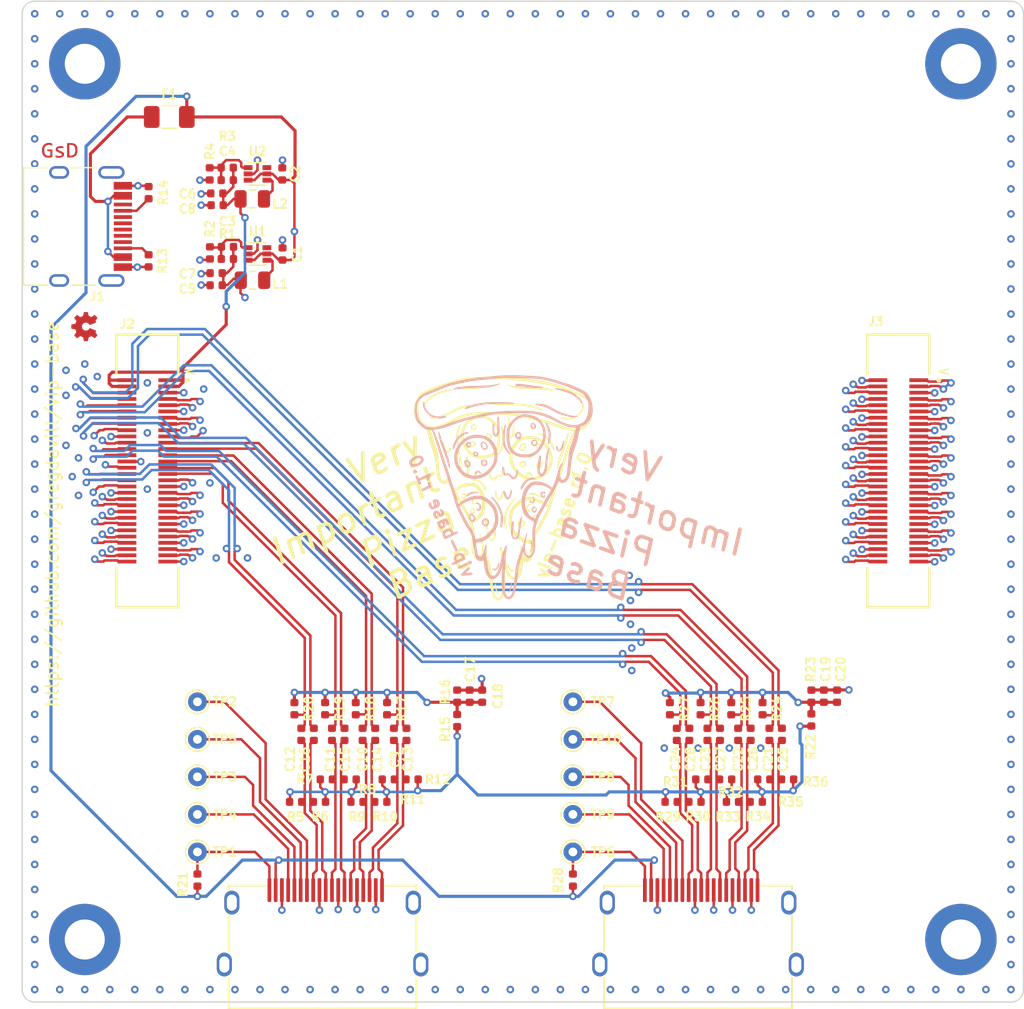
<source format=kicad_pcb>
(kicad_pcb (version 20221018) (generator pcbnew)
  (title_block (title "VIP Base") (date "2020-10-31") (rev "r1.0") (company "GsD") (comment 1 "Design: @gregdavill"))
  (layers (0 "F.Cu" signal) (1 "In1.Cu" signal) (2 "In2.Cu" signal) (31 "B.Cu" signal) (34 "B.Paste" user) (35 "F.Paste" user) (36 "B.SilkS" user "B.Silkscreen") (37 "F.SilkS" user "F.Silkscreen") (38 "B.Mask" user) (39 "F.Mask" user) (44 "Edge.Cuts" user))
  (net 0 "")
  (net 1 "/HDMI1.D2_N")
  (net 2 "GND")
  (net 3 "P2.5V")
  (net 4 "Net-(C3-Pad1)")
  (net 5 "P3.3V")
  (net 6 "Net-(C4-Pad1)")
  (net 7 "Net-(L1-Pad1)")
  (net 8 "Net-(L2-Pad1)")
  (net 9 "Net-(J1-PadA5)")
  (net 10 "Net-(J1-PadA6)")
  (net 11 "Net-(J1-PadA7)")
  (net 12 "Net-(J1-PadA8)")
  (net 13 "Net-(J1-PadB5)")
  (net 14 "Net-(J1-PadB6)")
  (net 15 "Net-(J1-PadB7)")
  (net 16 "Net-(J1-PadB8)")
  (net 17 "/HDMI1.D1_N")
  (net 18 "/HDMI1.D0_N")
  (net 19 "/HDMI1.CK_N")
  (net 20 "/HDMI1.D2_P")
  (net 21 "/HDMI1.D1_P")
  (net 22 "/HDMI1.D0_P")
  (net 23 "/HDMI1.CK_P")
  (net 24 "/HDMI0.D2_N")
  (net 25 "/HDMI0.D1_N")
  (net 26 "/HDMI0.D0_N")
  (net 27 "/HDMI0.CK_N")
  (net 28 "Net-(J2-Pad37)")
  (net 29 "Net-(J2-Pad39)")
  (net 30 "Net-(J2-Pad41)")
  (net 31 "/HDMI0.D2_P")
  (net 32 "Net-(J2-Pad43)")
  (net 33 "/HDMI0.D1_P")
  (net 34 "Net-(J2-Pad45)")
  (net 35 "/HDMI0.D0_P")
  (net 36 "Net-(J2-Pad47)")
  (net 37 "/HDMI0.CK_P")
  (net 38 "Net-(J2-Pad49)")
  (net 39 "Net-(J2-Pad50)")
  (net 40 "Net-(J2-Pad51)")
  (net 41 "Net-(J2-Pad52)")
  (net 42 "Net-(J3-Pad10)")
  (net 43 "Net-(J3-Pad12)")
  (net 44 "Net-(J3-Pad16)")
  (net 45 "Net-(J3-Pad18)")
  (net 46 "Net-(J3-Pad19)")
  (net 47 "Net-(J3-Pad21)")
  (net 48 "Net-(J3-Pad23)")
  (net 49 "Net-(J3-Pad25)")
  (net 50 "Net-(J3-Pad27)")
  (net 51 "/upstream_connectors/GSRN")
  (net 52 "Net-(J3-Pad29)")
  (net 53 "Net-(J3-Pad30)")
  (net 54 "Net-(J3-Pad31)")
  (net 55 "Net-(J3-Pad32)")
  (net 56 "Net-(J3-Pad33)")
  (net 57 "Net-(J3-Pad35)")
  (net 58 "Net-(J3-Pad36)")
  (net 59 "Net-(J3-Pad37)")
  (net 60 "Net-(J3-Pad38)")
  (net 61 "Net-(J3-Pad39)")
  (net 62 "Net-(J3-Pad42)")
  (net 63 "Net-(J3-Pad44)")
  (net 64 "Net-(J3-Pad45)")
  (net 65 "Net-(J3-Pad47)")
  (net 66 "Net-(J3-Pad48)")
  (net 67 "Net-(J3-Pad49)")
  (net 68 "Net-(J3-Pad50)")
  (net 69 "Net-(J3-Pad51)")
  (net 70 "Net-(J3-Pad53)")
  (net 71 "Net-(J3-Pad54)")
  (net 72 "Net-(J3-Pad56)")
  (net 73 "Net-(J3-Pad60)")
  (net 74 "Net-(U1-Pad6)")
  (net 75 "Net-(U2-Pad6)")
  (net 76 "Net-(J2-Pad5)")
  (net 77 "Net-(J2-Pad7)")
  (net 78 "/hdmi-0/_D2_N")
  (net 79 "Net-(J2-Pad9)")
  (net 80 "/hdmi-0/_D1_N")
  (net 81 "/hdmi-0/_D0_N")
  (net 82 "Net-(J2-Pad11)")
  (net 83 "/hdmi-0/_CK_N")
  (net 84 "/hdmi-0/_D2_P")
  (net 85 "Net-(J4-Pad13)")
  (net 86 "Net-(J4-Pad14)")
  (net 87 "Net-(J4-Pad15)")
  (net 88 "Net-(J4-Pad16)")
  (net 89 "Net-(J2-Pad13)")
  (net 90 "/hdmi-0/_D1_P")
  (net 91 "Net-(J4-Pad19)")
  (net 92 "/hdmi-0/_D0_P")
  (net 93 "Net-(J2-Pad15)")
  (net 94 "/hdmi-0/_CK_P")
  (net 95 "Net-(C17-Pad1)")
  (net 96 "Net-(C19-Pad1)")
  (net 97 "/hdmi-01/_D2_N")
  (net 98 "/hdmi-01/_D1_N")
  (net 99 "/hdmi-01/_D0_N")
  (net 100 "/hdmi-01/_CK_N")
  (net 101 "Net-(J2-Pad28)")
  (net 102 "/hdmi-01/_D2_P")
  (net 103 "Net-(J2-Pad30)")
  (net 104 "/hdmi-01/_D1_P")
  (net 105 "Net-(J2-Pad42)")
  (net 106 "/hdmi-01/_D0_P")
  (net 107 "Net-(J2-Pad44)")
  (net 108 "/hdmi-01/_CK_P")
  (net 109 "Net-(J2-Pad46)")
  (net 110 "Net-(F1-Pad1)")
  (net 111 "+5V")
  (net 112 "Net-(J5-Pad13)")
  (net 113 "Net-(J5-Pad14)")
  (net 114 "Net-(J5-Pad15)")
  (net 115 "Net-(J5-Pad16)")
  (net 116 "Net-(J5-Pad19)")
  (net 117 "+3V3")
  (net 118 "Net-(J2-Pad48)")
  (net 119 "Net-(J3-Pad7)")
  (net 120 "Net-(J3-Pad9)")
  (net 121 "Net-(J3-Pad13)")
  (net 122 "Net-(J3-Pad15)")
  (net 123 "Net-(J3-Pad41)")
  (net 124 "Net-(J3-Pad43)")
  (footprint "MountingHole:MountingHole_3.2mm_M3_ISO7380_Pad" (layer "F.Cu") (at 175 140)
    (fp_text reference "H2" hide)
    (fp_text value "~")
  )
  (footprint "TestPoint:TestPoint_THTPad_D1.5mm_Drill0.7mm" (layer "F.Cu") (at 114 127)
    (fp_text reference "TP3")
    (fp_text value "TestPoint")
  )
  (footprint "TestPoint:TestPoint_THTPad_D1.5mm_Drill0.7mm" (layer "F.Cu") (at 144 121)
    (fp_text reference "TP7")
    (fp_text value "TestPoint")
  )
  (footprint "Capacitor_SMD:C_0402_1005Metric" (layer "F.Cu") (at 154.75 123.6 -90)
    (fp_text reference "C23")
    (fp_text value "0.1u")
  )
  (footprint "gsd_logo_small" (layer "F.Cu") (at 103 77)
    (fp_text reference "G***" hide)
    (fp_text value "LOGO" hide)
  )
  (footprint "TestPoint:TestPoint_THTPad_D1.5mm_Drill0.7mm" (layer "F.Cu") (at 144 124)
    (fp_text reference "TP10")
    (fp_text value "TestPoint")
  )
  (footprint "Capacitor_SMD:C_0402_1005Metric" (layer "F.Cu") (at 115.55 80.36)
    (fp_text reference "C6")
    (fp_text value "10uF")
  )
  (footprint "Resistor_SMD:R_0402_1005Metric" (layer "F.Cu") (at 123.75 129 180)
    (fp_text reference "R6")
    (fp_text value "50R")
  )
  (footprint "Resistor_SMD:R_0402_1005Metric" (layer "F.Cu") (at 128.65 129 180)
    (fp_text reference "R10")
    (fp_text value "50R")
  )
  (footprint "Resistor_SMD:R_0402_1005Metric" (layer "F.Cu") (at 131.15 127.2 180)
    (fp_text reference "R12")
    (fp_text value "50R")
  )
  (footprint "Capacitor_SMD:C_0402_1005Metric" (layer "F.Cu") (at 125.75 123.6 -90)
    (fp_text reference "C15")
    (fp_text value "0.1u")
  )
  (footprint "Capacitor_SMD:C_0402_1005Metric" (layer "F.Cu") (at 159.7 123.6 -90)
    (fp_text reference "C21")
    (fp_text value "0.1u")
  )
  (footprint "LOGO" (layer "F.Cu") (at 138.3 103.6)
    (fp_text reference "G***" hide)
    (fp_text value "LOGO" hide)
  )
  (footprint "Resistor_SMD:R_0402_1005Metric" (layer "F.Cu") (at 110.1 80.3 -90)
    (fp_text reference "R14")
    (fp_text value "5.1k")
  )
  (footprint "Capacitor_SMD:C_0402_1005Metric" (layer "F.Cu") (at 120.78 78.8 -90)
    (fp_text reference "C2")
    (fp_text value "10uF")
  )
  (footprint "Capacitor_SMD:C_0402_1005Metric" (layer "F.Cu") (at 122.3 123.6 -90)
    (fp_text reference "C12")
    (fp_text value "0.1u")
  )
  (footprint "Resistor_SMD:R_0402_1005Metric" (layer "F.Cu") (at 156.2 127.2 180)
    (fp_text reference "R32")
    (fp_text value "50R")
  )
  (footprint "Resistor_SMD:R_0402_1005Metric" (layer "F.Cu") (at 110.1 85.75 90)
    (fp_text reference "R13")
    (fp_text value "5.1k")
  )
  (footprint "Capacitor_SMD:C_0402_1005Metric" (layer "F.Cu") (at 123.3 123.6 -90)
    (fp_text reference "C16")
    (fp_text value "0.1u")
  )
  (footprint "Resistor_SMD:R_0402_1005Metric" (layer "F.Cu") (at 161.15 127.2 180)
    (fp_text reference "R36")
    (fp_text value "50R")
  )
  (footprint "Capacitor_SMD:C_0402_1005Metric" (layer "F.Cu") (at 165.1 120.55 90)
    (fp_text reference "C20")
    (fp_text value "4.7u")
  )
  (footprint "Resistor_SMD:R_0402_1005Metric" (layer "F.Cu") (at 121.75 121.55 -90)
    (fp_text reference "R20")
    (fp_text value "47k")
  )
  (footprint "Resistor_SMD:R_0402_1005Metric" (layer "F.Cu") (at 124.3 127.2)
    (fp_text reference "R7")
    (fp_text value "50R")
  )
  (footprint "Resistor_SMD:R_0402_1005Metric" (layer "F.Cu") (at 163.05 122.45 90)
    (fp_text reference "R22")
    (fp_text value "2k")
  )
  (footprint "TestPoint:TestPoint_THTPad_D1.5mm_Drill0.7mm" (layer "F.Cu") (at 114 124)
    (fp_text reference "TP5")
    (fp_text value "TestPoint")
  )
  (footprint "TestPoint:TestPoint_THTPad_D1.5mm_Drill0.7mm" (layer "F.Cu") (at 114 130)
    (fp_text reference "TP4")
    (fp_text value "TestPoint")
  )
  (footprint "Capacitor_SMD:C_0402_1005Metric" (layer "F.Cu") (at 158.2 123.6 -90)
    (fp_text reference "C26")
    (fp_text value "0.1u")
  )
  (footprint "Capacitor_SMD:C_0402_1005Metric" (layer "F.Cu") (at 130.7 123.6 -90)
    (fp_text reference "C13")
    (fp_text value "0.1u")
  )
  (footprint "Capacitor_SMD:C_0402_1005Metric" (layer "F.Cu") (at 129.7 123.6 -90)
    (fp_text reference "C9")
    (fp_text value "0.1u")
  )
  (footprint "Capacitor_SMD:C_0402_1005Metric" (layer "F.Cu") (at 124.75 123.6 -90)
    (fp_text reference "C11")
    (fp_text value "0.1u")
  )
  (footprint "Resistor_SMD:R_0402_1005Metric" (layer "F.Cu") (at 156.75 129)
    (fp_text reference "R33")
    (fp_text value "50R")
  )
  (footprint "Resistor_SMD:R_0402_1005Metric" (layer "F.Cu") (at 153.75 129 180)
    (fp_text reference "R30")
    (fp_text value "50R")
  )
  (footprint "Capacitor_SMD:C_0402_1005Metric" (layer "F.Cu") (at 116.4 84.63)
    (fp_text reference "C3")
    (fp_text value "10pF")
  )
  (footprint "Inductor_SMD:L_0805_2012Metric" (layer "F.Cu") (at 118.4 87.3 180)
    (fp_text reference "L1")
    (fp_text value "2.2uH")
  )
  (footprint "Capacitor_SMD:C_0402_1005Metric" (layer "F.Cu") (at 128.2 123.6 -90)
    (fp_text reference "C14")
    (fp_text value "0.1u")
  )
  (footprint "vip-base:HDMI-10029449-111RLF" (layer "F.Cu") (at 154 137)
    (fp_text reference "J5")
    (fp_text value "HDMI_A_1.4")
  )
  (footprint "TestPoint:TestPoint_THTPad_D1.5mm_Drill0.7mm" (layer "F.Cu") (at 144 130)
    (fp_text reference "TP9")
    (fp_text value "TestPoint")
  )
  (footprint "Resistor_SMD:R_0402_1005Metric" (layer "F.Cu") (at 156.65 121.55 -90)
    (fp_text reference "R25")
    (fp_text value "47k")
  )
  (footprint "MountingHole:MountingHole_3.2mm_M3_ISO7380_Pad" (layer "F.Cu") (at 175 70)
    (fp_text reference "H1" hide)
    (fp_text value "~")
  )
  (footprint "Resistor_SMD:R_0402_1005Metric" (layer "F.Cu") (at 144 135.25 90)
    (fp_text reference "R28")
    (fp_text value "1k")
  )
  (footprint "TestPoint:TestPoint_THTPad_D1.5mm_Drill0.7mm" (layer "F.Cu") (at 114 121)
    (fp_text reference "TP2")
    (fp_text value "TestPoint")
  )
  (footprint "Capacitor_SMD:C_0402_1005Metric" (layer "F.Cu") (at 115.5 87.7)
    (fp_text reference "C5")
    (fp_text value "10uF")
  )
  (footprint "Resistor_SMD:R_0402_1005Metric" (layer "F.Cu") (at 134.75 122.5 90)
    (fp_text reference "R15")
    (fp_text value "2k")
  )
  (footprint "vip-base:SAMTEC_ERM5-030-05.0-L-DV-K-TR" (layer "F.Cu") (at 170 102.539 -90)
    (fp_text reference "J3")
    (fp_text value "Conn_02x30_Odd_Even")
  )
  (footprint "Capacitor_SMD:C_0402_1005Metric" (layer "F.Cu") (at 155.75 123.6 -90)
    (fp_text reference "C27")
    (fp_text value "0.1u")
  )
  (footprint "TestPoint:TestPoint_THTPad_D1.5mm_Drill0.7mm" (layer "F.Cu") (at 144 133)
    (fp_text reference "TP6")
    (fp_text value "TestPoint")
  )
  (footprint "Resistor_SMD:R_0402_1005Metric" (layer "F.Cu") (at 116.38 78.3)
    (fp_text reference "R3")
    (fp_text value "360k")
  )
  (footprint "Resistor_SMD:R_0402_1005Metric" (layer "F.Cu") (at 129.15 121.55 -90)
    (fp_text reference "R17")
    (fp_text value "47k")
  )
  (footprint "Resistor_SMD:R_0402_1005Metric" (layer "F.Cu") (at 151.75 121.55 -90)
    (fp_text reference "R27")
    (fp_text value "47k")
  )
  (footprint "Resistor_SMD:R_0402_1005Metric" (layer "F.Cu") (at 159.25 127.2)
    (fp_text reference "R35")
    (fp_text value "50R")
  )
  (footprint "Resistor_SMD:R_0402_1005Metric" (layer "F.Cu") (at 114 135.25 90)
    (fp_text reference "R21")
    (fp_text value "1k")
  )
  (footprint "Capacitor_SMD:C_0402_1005Metric" (layer "F.Cu") (at 136.75 120.55 90)
    (fp_text reference "C18")
    (fp_text value "4.7u")
  )
  (footprint "Resistor_SMD:R_0402_1005Metric" (layer "F.Cu") (at 126.65 121.55 -90)
    (fp_text reference "R18")
    (fp_text value "47k")
  )
  (footprint "Resistor_SMD:R_0402_1005Metric" (layer "F.Cu") (at 126.2 127.2 180)
    (fp_text reference "R8")
    (fp_text value "50R")
  )
  (footprint "MountingHole:MountingHole_3.2mm_M3_ISO7380_Pad" (layer "F.Cu") (at 105 70)
    (fp_text reference "H3" hide)
    (fp_text value "~")
  )
  (footprint "Resistor_SMD:R_0402_1005Metric" (layer "F.Cu") (at 151.85 129)
    (fp_text reference "R29")
    (fp_text value "50R")
  )
  (footprint "TestPoint:TestPoint_THTPad_D1.5mm_Drill0.7mm" (layer "F.Cu") (at 114 133)
    (fp_text reference "TP1")
    (fp_text value "TestPoint")
  )
  (footprint "Resistor_SMD:R_0402_1005Metric" (layer "F.Cu") (at 154.3 127.2)
    (fp_text reference "R31")
    (fp_text value "50R")
  )
  (footprint "Resistor_SMD:R_0402_1005Metric" (layer "F.Cu") (at 154.2 121.55 -90)
    (fp_text reference "R26")
    (fp_text value "47k")
  )
  (footprint "Capacitor_SMD:C_0402_1005Metric" (layer "F.Cu") (at 157.2 123.6 -90)
    (fp_text reference "C22")
    (fp_text value "0.1u")
  )
  (footprint "vip-base:SAMTEC_ERM5-030-05.0-L-DV-K-TR" (layer "F.Cu") (at 110 102.539 -90)
    (fp_text reference "J2")
    (fp_text value "Conn_02x30_Odd_Even")
  )
  (footprint "Resistor_SMD:R_0402_1005Metric" (layer "F.Cu") (at 116.39 85.6)
    (fp_text reference "R1")
    (fp_text value "360k")
  )
  (footprint "Capacitor_SMD:C_0402_1005Metric" (layer "F.Cu") (at 153.3 123.6 -90)
    (fp_text reference "C28")
    (fp_text value "0.1u")
  )
  (footprint "Capacitor_SMD:C_0402_1005Metric" (layer "F.Cu") (at 115.58 81.3)
    (fp_text reference "C8")
    (fp_text value "10uF")
  )
  (footprint "Resistor_SMD:R_0402_1005Metric" (layer "F.Cu") (at 124.2 121.55 -90)
    (fp_text reference "R19")
    (fp_text value "47k")
  )
  (footprint "Resistor_SMD:R_0402_1005Metric" (layer "F.Cu") (at 126.75 129)
    (fp_text reference "R9")
    (fp_text value "50R")
  )
  (footprint "Capacitor_SMD:C_0402_1005Metric" (layer "F.Cu") (at 152.3 123.6 -90)
    (fp_text reference "C24")
    (fp_text value "0.1u")
  )
  (footprint "Inductor_SMD:L_1206_3216Metric" (layer "F.Cu") (at 111.75 74.25)
    (fp_text reference "F1")
    (fp_text value "Polyfuse_Small")
  )
  (footprint "Resistor_SMD:R_0402_1005Metric" (layer "F.Cu") (at 163.05 120.55 90)
    (fp_text reference "R23")
    (fp_text value "1k")
  )
  (footprint "Resistor_SMD:R_0402_1005Metric" (layer "F.Cu") (at 114.98 78.8 -90)
    (fp_text reference "R4")
    (fp_text value "82k")
  )
  (footprint "Resistor_SMD:R_0402_1005Metric" (layer "F.Cu") (at 159.15 121.55 -90)
    (fp_text reference "R24")
    (fp_text value "47k")
  )
  (footprint "Connector_USB:USB_C_Receptacle_HRO_TYPE-C-31-M-12" (layer "F.Cu") (at 104 83 -90)
    (fp_text reference "J1")
    (fp_text value "USB_C_Receptacle_USB2.0")
  )
  (footprint "Package_TO_SOT_SMD:SOT-563" (layer "F.Cu") (at 118.8 85.2)
    (fp_text reference "U1")
    (fp_text value "TLV62569DRL")
  )
  (footprint "Resistor_SMD:R_0402_1005Metric" (layer "F.Cu") (at 158.65 129 180)
    (fp_text reference "R34")
    (fp_text value "50R")
  )
  (footprint "Inductor_SMD:L_0805_2012Metric" (layer "F.Cu") (at 118.38 80.8 180)
    (fp_text reference "L2")
    (fp_text value "2.2uH")
  )
  (footprint "Capacitor_SMD:C_0402_1005Metric" (layer "F.Cu") (at 116.38 79.3)
    (fp_text reference "C4")
    (fp_text value "10pF")
  )
  (footprint "Capacitor_SMD:C_0402_1005Metric" (layer "F.Cu") (at 120.8 85.2 -90)
    (fp_text reference "C1")
    (fp_text value "10uF")
  )
  (footprint "MountingHole:MountingHole_3.2mm_M3_ISO7380_Pad" (layer "F.Cu") (at 105 140)
    (fp_text reference "H4" hide)
    (fp_text value "~")
  )
  (footprint "Capacitor_SMD:C_0402_1005Metric" (layer "F.Cu") (at 160.7 123.6 -90)
    (fp_text reference "C25")
    (fp_text value "0.1u")
  )
  (footprint "Package_TO_SOT_SMD:SOT-563" (layer "F.Cu") (at 118.8 78.8)
    (fp_text reference "U2")
    (fp_text value "TLV62569DRL")
  )
  (footprint "Capacitor_SMD:C_0402_1005Metric" (layer "F.Cu") (at 127.2 123.6 -90)
    (fp_text reference "C10")
    (fp_text value "0.1u")
  )
  (footprint "Resistor_SMD:R_0402_1005Metric" (layer "F.Cu") (at 134.75 120.55 90)
    (fp_text reference "R16")
    (fp_text value "1k")
  )
  (footprint "Capacitor_SMD:C_0402_1005Metric" (layer "F.Cu") (at 135.75 120.55 90)
    (fp_text reference "C17")
    (fp_text value "0.1u")
  )
  (footprint "Capacitor_SMD:C_0402_1005Metric" (layer "F.Cu") (at 115.5 86.73)
    (fp_text reference "C7")
    (fp_text value "10uF")
  )
  (footprint "TestPoint:TestPoint_THTPad_D1.5mm_Drill0.7mm" (layer "F.Cu") (at 144 127)
    (fp_text reference "TP8")
    (fp_text value "TestPoint")
  )
  (footprint "oshw_small" (layer "F.Cu") (at 105 91 90)
    (fp_text reference "G***" hide)
    (fp_text value "LOGO" hide)
  )
  (footprint "Resistor_SMD:R_0402_1005Metric" (layer "F.Cu") (at 121.85 129)
    (fp_text reference "R5")
    (fp_text value "50R")
  )
  (footprint "vip-base:HDMI-10029449-111RLF" (layer "F.Cu") (at 124 137)
    (fp_text reference "J4")
    (fp_text value "HDMI_A_1.4")
  )
  (footprint "Resistor_SMD:R_0402_1005Metric" (layer "F.Cu") (at 129.25 127.2)
    (fp_text reference "R11")
    (fp_text value "50R")
  )
  (footprint "Capacitor_SMD:C_0402_1005Metric" (layer "F.Cu") (at 164.05 120.55 90)
    (fp_text reference "C19")
    (fp_text value "0.1u")
  )
  (footprint "Resistor_SMD:R_0402_1005Metric" (layer "F.Cu") (at 115 85.115 -90)
    (fp_text reference "R2")
    (fp_text value "82k")
  )
  (footprint "LOGO" (layer "B.Cu") (at 138.6 103.5 180)
    (fp_text reference "G***" hide)
    (fp_text value "LOGO" hide)
  )
  (gr_line (start 173.2 94.6) (end 174 94.8) (stroke (width 0.12)) (layer "F.SilkS"))
  (gr_line (start 173.2 94.6) (end 174 94.4) (stroke (width 0.12)) (layer "F.SilkS"))
  (gr_line (start 113 94.6) (end 113.8 94.4) (stroke (width 0.12)) (layer "F.SilkS"))
  (gr_line (start 113 94.6) (end 113.8 94.8) (stroke (width 0.12)) (layer "F.SilkS"))
  (gr_arc (start 180 144) (mid 179.707107 144.707107) (end 179 145) (stroke (width 0.1)) (layer "Edge.Cuts"))
  (gr_line (start 179 145) (end 101 145) (stroke (width 0.1)) (layer "Edge.Cuts"))
  (gr_line (start 180 66.000003) (end 180 144) (stroke (width 0.1)) (layer "Edge.Cuts"))
  (gr_line (start 101 65) (end 179 65.000003) (stroke (width 0.1)) (layer "Edge.Cuts"))
  (gr_arc (start 101 145) (mid 100.292896 144.707103) (end 99.999999 144) (stroke (width 0.1)) (layer "Edge.Cuts"))
  (gr_arc (start 179 65) (mid 179.707107 65.292893) (end 180 66) (stroke (width 0.1)) (layer "Edge.Cuts"))
  (gr_arc (start 100 66) (mid 100.292893 65.292893) (end 101 65) (stroke (width 0.1)) (layer "Edge.Cuts"))
  (gr_line (start 100 144) (end 100 66) (stroke (width 0.1)) (layer "Edge.Cuts"))
  (gr_text "Very\nImportant\nPizza\nBase\n" (at 143.4 105 340) (layer "B.SilkS") (effects (font (size 2 2) (thickness 0.3) italic) (justify right mirror)))
  (gr_text "vip-base r1.0" (at 135.8 111.1 295) (layer "B.SilkS") (effects (font (size 1 1) (thickness 0.2)) (justify left mirror)))
  (gr_text "https://github.com/gregdavill/vip-base" (at 102.4 106 90) (layer "F.SilkS") (effects (font (size 1 1))))
  (gr_text "vip-base r1.0" (at 141.4 111.2 70) (layer "F.SilkS") (effects (font (size 1 1) (thickness 0.2)) (justify left)))
  (gr_text "Very\nImportant\nPizza\nBase\n" (at 133.9 104.5 25) (layer "F.SilkS") (effects (font (size 2 2) (thickness 0.3) italic) (justify right)))
  (segment (start 159.975 122.84) (end 159.975 122.075) (width 0.2) (layer "F.Cu") (net 1))
  (segment (start 108.345 96.764) (end 108.37 96.789) (width 0.2) (layer "F.Cu") (net 1))
  (segment (start 104.557322 95.825521) (end 105.495801 96.764) (width 0.2) (layer "F.Cu") (net 1))
  (segment (start 159.15 122.035) (end 159.19 122.075) (width 0.2) (layer "F.Cu") (net 1))
  (segment (start 153.3568 112.05) (end 149.45 112.05) (width 0.2) (layer "F.Cu") (net 1))
  (segment (start 159.975 118.6682) (end 153.3568 112.05) (width 0.2) (layer "F.Cu") (net 1))
  (segment (start 159.975 122.075) (end 159.975 118.6682) (width 0.2) (layer "F.Cu") (net 1))
  (segment (start 149.45 112.05) (end 149.25 112.25) (width 0.2) (layer "F.Cu") (net 1))
  (segment (start 104.274479 95.825521) (end 104.557322 95.825521) (width 0.2) (layer "F.Cu") (net 1))
  (segment (start 159.7 123.115) (end 159.975 122.84) (width 0.2) (layer "F.Cu") (net 1))
  (segment (start 159.19 122.075) (end 159.975 122.075) (width 0.2) (layer "F.Cu") (net 1))
  (segment (start 105.495801 96.764) (end 108.345 96.764) (width 0.2) (layer "F.Cu") (net 1))
  (via (at 104.274479 95.825521) (size 0.6) (drill 0.3) (layers "F.Cu" "B.Cu") (net 1))
  (via (at 149.25 112.25) (size 0.6) (drill 0.3) (layers "F.Cu" "B.Cu") (net 1))
  (segment (start 149.25 112.25) (end 149.05 112.05) (width 0.2) (layer "B.Cu") (net 1))
  (segment (start 149.05 112.05) (end 134.8068 112.05) (width 0.2) (layer "B.Cu") (net 1))
  (segment (start 134.8068 112.05) (end 114.4068 91.65) (width 0.2) (layer "B.Cu") (net 1))
  (segment (start 104.557322 95.825521) (end 104.274479 95.825521) (width 0.2) (layer "B.Cu") (net 1))
  (segment (start 109.25 92.5682) (end 109.25 95.9182) (width 0.2) (layer "B.Cu") (net 1))
  (segment (start 109.25 95.9182) (end 108.4432 96.725) (width 0.2) (layer "B.Cu") (net 1))
  (segment (start 108.4432 96.725) (end 105.456801 96.725) (width 0.2) (layer "B.Cu") (net 1))
  (segment (start 114.4068 91.65) (end 110.1682 91.65) (width 0.2) (layer "B.Cu") (net 1))
  (segment (start 110.1682 91.65) (end 109.25 92.5682) (width 0.2) (layer "B.Cu") (net 1))
  (segment (start 105.456801 96.725) (end 104.557322 95.825521) (width 0.2) (layer "B.Cu") (net 1))
  (segment (start 173.3165 109.3165) (end 173.416501 109.3165) (width 0.2) (layer "F.Cu") (net 2))
  (segment (start 173.205501 109.2555) (end 173.3165 109.3165) (width 0.2) (layer "F.Cu") (net 2))
  (segment (start 106.489 99.289) (end 106.578 99.2) (width 0.2) (layer "F.Cu") (net 2))
  (segment (start 174.016502 108.8165) (end 173.516501 108.8165) (width 0.2) (layer "F.Cu") (net 2))
  (segment (start 106.489 103.789) (end 106.578 103.7) (width 0.2) (layer "F.Cu") (net 2))
  (segment (start 106.186 99.289) (end 106.489 99.289) (width 0.2) (layer "F.Cu") (net 2))
  (segment (start 114.98 79.285) (end 114.215 79.285) (width 0.2) (layer "F.Cu") (net 2))
  (segment (start 168.354001 98.3165) (end 167.095001 98.3165) (width 0.2) (layer "F.Cu") (net 2))
  (segment (start 135.75 120.065) (end 136.75 120.065) (width 0.25) (layer "F.Cu") (net 2))
  (segment (start 107.511 104.789) (end 107.4 104.85) (width 0.2) (layer "F.Cu") (net 2))
  (segment (start 173.427501 108.9055) (end 173.516501 108.8165) (width 0.2) (layer "F.Cu") (net 2))
  (segment (start 171.635501 97.8165) (end 171.646501 97.8055) (width 0.2) (layer "F.Cu") (net 2))
  (segment (start 108.359 104.3) (end 107.1 104.3) (width 0.2) (layer "F.Cu") (net 2))
  (segment (start 166.684001 109.3055) (end 166.584001 109.3055) (width 0.2) (layer "F.Cu") (net 2))
  (segment (start 120.75 136.05) (end 120.75 137.65) (width 0.2) (layer "F.Cu") (net 2))
  (segment (start 113.4325 108.889) (end 113.5215 108.8) (width 0.2) (layer "F.Cu") (net 2))
  (segment (start 166.584001 107.8055) (end 166.395001 107.6165) (width 0.2) (layer "F.Cu") (net 2))
  (segment (start 106.589 100.289) (end 106.4 100.1) (width 0.2) (layer "F.Cu") (net 2))
  (segment (start 114.98 85.6675) (end 114.215 85.6675) (width 0.2) (layer "F.Cu") (net 2))
  (segment (start 120.78 84.6975) (end 120.8 84.6775) (width 0.2) (layer "F.Cu") (net 2))
  (segment (start 123.75 136.05) (end 123.75 137.65) (width 0.2) (layer "F.Cu") (net 2))
  (segment (start 166.795001 106.3665) (end 166.684001 106.3055) (width 0.2) (layer "F.Cu") (net 2))
  (segment (start 120.78 78.315) (end 120.8 78.295) (width 0.2) (layer "F.Cu") (net 2))
  (segment (start 168.365001 107.8055) (end 167.506001 107.8055) (width 0.2) (layer "F.Cu") (net 2))
  (segment (start 171.646501 99.3055) (end 172.905501 99.305499) (width 0.2) (layer "F.Cu") (net 2))
  (segment (start 120.8 78.295) (end 120.8 77.7) (width 0.2) (layer "F.Cu") (net 2))
  (segment (start 111.640499 103.8) (end 111.6515 103.788999) (width 0.2) (layer "F.Cu") (net 2))
  (segment (start 167.395001 103.3665) (end 166.795001 103.3665) (width 0.2) (layer "F.Cu") (net 2))
  (segment (start 109.215 86.235) (end 109.2 86.25) (width 0.2) (layer "F.Cu") (net 2))
  (segment (start 166.684001 103.3055) (end 166.584001 103.3055) (width 0.2) (layer "F.Cu") (net 2))
  (segment (start 171.646501 97.8055) (end 172.905501 97.8055) (width 0.2) (layer "F.Cu") (net 2))
  (segment (start 107.689 99.289) (end 108.37 99.289) (width 0.2) (layer "F.Cu") (net 2))
  (segment (start 150.75 136.05) (end 150.75 137.65) (width 0.2) (layer "F.Cu") (net 2))
  (segment (start 156.75 136.05) (end 156.75 137.65) (width 0.2) (layer "F.Cu") (net 2))
  (segment (start 166.684001 107.8055) (end 166.584001 107.8055) (width 0.2) (layer "F.Cu") (net 2))
  (segment (start 112.4995 103.3) (end 112.6105 103.239) (width 0.2) (layer "F.Cu") (net 2))
  (segment (start 171.635501 99.3165) (end 171.646501 99.3055) (width 0.2) (layer "F.Cu") (net 2))
  (segment (start 167.395001 104.8665) (end 166.795001 104.8665) (width 0.2) (layer "F.Cu") (net 2))
  (segment (start 118.8 78.5) (end 118.8 77.9) (width 0.2) (layer "F.Cu") (net 2))
  (segment (start 113.3215 103.3) (end 113.4215 103.3) (width 0.2) (layer "F.Cu") (net 2))
  (segment (start 108.37 99.789) (end 108.359 99.8) (width 0.2) (layer "F.Cu") (net 2))
  (segment (start 112.9105 108.889001) (end 113.4325 108.889) (width 0.2) (layer "F.Cu") (net 2))
  (segment (start 167.395001 107.8665) (end 166.795001 107.8665) (width 0.2) (layer "F.Cu") (net 2))
  (segment (start 112.3215 99.8) (end 111.640499 99.8) (width 0.2) (layer "F.Cu") (net 2))
  (segment (start 108.045 79.75) (end 109.25 79.75) (width 0.2) (layer "F.Cu") (net 2))
  (segment (start 166.584001 109.3055) (end 166.395001 109.1165) (width 0.2) (layer "F.Cu") (net 2))
  (segment (start 168.365001 104.8055) (end 167.506001 104.8055) (width 0.2) (layer "F.Cu") (net 2))
  (segment (start 107.4 104.85) (end 106.8 104.85) (width 0.2) (layer "F.Cu") (net 2))
  (segment (start 110.1 86.235) (end 109.215 86.235) (width 0.2) (layer "F.Cu") (net 2))
  (segment (start 171.646501 109.8055) (end 172.905501 109.8055) (width 0.2) (layer "F.Cu") (net 2))
  (segment (start 168.365001 101.3055) (end 168.354001 101.3165) (width 0.2) (layer "F.Cu") (net 2))
  (segment (start 114.021501 108.8) (end 113.5215 108.8) (width 0.2) (layer "F.Cu") (net 2))
  (segment (start 172.905501 108.905501) (end 172.505501 108.9055) (width 0.2) (layer "F.Cu") (net 2))
  (segment (start 108.37 104.289) (end 108.359 104.3) (width 0.2) (layer "F.Cu") (net 2))
  (segment (start 105.675 104.25) (end 106.136 103.789) (width 0.2) (layer "F.Cu") (net 2))
  (segment (start 167.506001 109.3055) (end 167.395001 109.3665) (width 0.2) (layer "F.Cu") (net 2))
  (segment (start 107.689 103.789) (end 108.37 103.789) (width 0.2) (layer "F.Cu") (net 2))
  (segment (start 112.6105 103.239) (end 113.2105 103.239) (width 0.2) (layer "F.Cu") (net 2))
  (segment (start 168.354001 96.8165) (end 167.095001 96.8165) (width 0.2) (layer "F.Cu") (net 2))
  (segment (start 173.416501 109.3165) (end 173.605501 109.5055) (width 0.2) (layer "F.Cu") (net 2))
  (segment (start 153.75 136.05) (end 153.75 137.65) (width 0.2) (layer "F.Cu") (net 2))
  (segment (start 106.589 104.789) (end 106.4 104.6) (width 0.2) (layer "F.Cu") (net 2))
  (segment (start 166.795001 109.3665) (end 166.684001 109.3055) (width 0.2) (layer "F.Cu") (net 2))
  (segment (start 111.640499 108.8) (end 112.3215 108.8) (width 0.2) (layer "F.Cu") (net 2))
  (segment (start 155.25 136.05) (end 155.25 137.65) (width 0.2) (layer "F.Cu") (net 2))
  (segment (start 112.5105 108.889) (end 112.4105 108.889) (width 0.2) (layer "F.Cu") (net 2))
  (segment (start 115.065 80.36) (end 114.34 80.36) (width 0.2) (layer "F.Cu") (net 2))
  (segment (start 168.354001 99.8165) (end 167.095001 99.8165) (width 0.2) (layer "F.Cu") (net 2))
  (segment (start 107.5 108.2) (end 107.6 108.2) (width 0.2) (layer "F.Cu") (net 2))
  (segment (start 167.506001 104.8055) (end 167.395001 104.8665) (width 0.2) (layer "F.Cu") (net 2))
  (segment (start 125.25 136) (end 125.25 137.6) (width 0.2) (layer "F.Cu") (net 2))
  (segment (start 166.795001 104.8665) (end 166.684001 104.8055) (width 0.2) (layer "F.Cu") (net 2))
  (segment (start 107.1 108.2) (end 107.5 108.2) (width 0.2) (layer "F.Cu") (net 2))
  (segment (start 110.035 79.75) (end 109.25 79.75) (width 0.2) (layer "F.Cu") (net 2))
  (segment (start 168.365001 103.3055) (end 167.506001 103.3055) (width 0.2) (layer "F.Cu") (net 2))
  (segment (start 108.37 108.789) (end 108.359 108.8) (width 0.2) (layer "F.Cu") (net 2))
  (segment (start 166.795001 103.3665) (end 166.684001 103.3055) (width 0.2) (layer "F.Cu") (net 2))
  (segment (start 167.506001 106.3055) (end 167.395001 106.3665) (width 0.2) (layer "F.Cu") (net 2))
  (segment (start 115.095 81.3) (end 114.3 81.3) (width 0.2) (layer "F.Cu") (net 2))
  (segment (start 166.795001 107.8665) (end 166.684001 107.8055) (width 0.2) (layer "F.Cu") (net 2))
  (segment (start 105.75 99.725) (end 106.186 99.289) (width 0.2) (layer "F.Cu") (net 2))
  (segment (start 171.646501 96.305501) (end 172.905501 96.3055) (width 0.2) (layer "F.Cu") (net 2))
  (segment (start 112.4105 99.889) (end 112.3215 99.8) (width 0.2) (layer "F.Cu") (net 2))
  (segment (start 120.8 84.6775) (end 120.8 84.0825) (width 0.2) (layer "F.Cu") (net 2))
  (segment (start 163.05 120.065) (end 163.065 120.05) (width 0.25) (layer "F.Cu") (net 2))
  (segment (start 136.75 119.2) (end 136.7 119.15) (width 0.25) (layer "F.Cu") (net 2))
  (segment (start 166.584001 103.3055) (end 166.395001 103.1165) (width 0.2) (layer "F.Cu") (net 2))
  (segment (start 114.2105 108.989) (end 114.021501 108.8) (width 0.2) (layer "F.Cu") (net 2))
  (segment (start 113.5215 99.8) (end 113.4325 99.889) (width 0.2) (layer "F.Cu") (net 2))
  (segment (start 108.359 108.8) (end 107.1 108.8) (width 0.2) (layer "F.Cu") (net 2))
  (segment (start 106.689 100.289) (end 106.589 100.289) (width 0.2) (layer "F.Cu") (net 2))
  (segment (start 118.8 77.9) (end 118.8 77.7) (width 0.2) (layer "F.Cu") (net 2))
  (segment (start 114.34 80.36) (end 114.3 80.4) (width 0.2) (layer "F.Cu") (net 2))
  (segment (start 106.8 100.35) (end 106.689 100.289) (width 0.2) (layer "F.Cu") (net 2))
  (segment (start 118.05 78.8) (end 118.5 78.8) (width 0.2) (layer "F.Cu") (net 2))
  (segment (start 106.578 103.7) (end 107.6 103.7) (width 0.2) (layer "F.Cu") (net 2))
  (segment (start 118.5 78.8) (end 118.8 78.5) (width 0.2) (layer "F.Cu") (net 2))
  (segment (start 167.395001 106.3665) (end 166.795001 106.3665) (width 0.2) (layer "F.Cu") (net 2))
  (segment (start 106.8 104.85) (end 106.689 104.789) (width 0.2) (layer "F.Cu") (net 2))
  (segment (start 107.6 99.2) (end 107.689 99.289) (width 0.2) (layer "F.Cu") (net 2))
  (segment (start 134.75 120.065) (end 135.75 120.065) (width 0.25) (layer "F.Cu") (net 2))
  (segment (start 166.684001 104.8055) (end 166.584001 104.8055) (width 0.2) (layer "F.Cu") (net 2))
  (segment (start 166.584001 106.3055) (end 166.395001 106.1165) (width 0.2) (layer "F.Cu") (net 2))
  (segment (start 171.6355 108.8165) (end 172.316501 108.8165) (width 0.2) (layer "F.Cu") (net 2))
  (segment (start 113.2105 103.239) (end 113.3215 103.3) (width 0.2) (layer "F.Cu") (net 2))
  (segment (start 118.8 84.2825) (end 118.8 84.0825) (width 0.2) (layer "F.Cu") (net 2))
  (segment (start 163.065 120.05) (end 166.05 120.05) (width 0.25) (layer "F.Cu") (net 2))
  (segment (start 113.4325 99.889) (end 112.4105 99.889) (width 0.2) (layer "F.Cu") (net 2))
  (segment (start 108.37 104.789) (end 107.511 104.789) (width 0.2) (layer "F.Cu") (net 2))
  (segment (start 174.205501 109.0055) (end 174.016502 108.8165) (width 0.2) (layer "F.Cu") (net 2))
  (segment (start 118.8 84.8825) (end 118.8 84.2825) (width 0.2) (layer "F.Cu") (net 2))
  (segment (start 112.9105 108.889001) (end 112.5105 108.889) (width 0.2) (layer "F.Cu") (net 2))
  (segment (start 114.45 99.325) (end 113.975 99.8) (width 0.2) (layer "F.Cu") (net 2))
  (segment (start 107.6 103.7) (end 107.689 103.789) (width 0.2) (layer "F.Cu") (net 2))
  (segment (start 167.506001 103.3055) (end 167.395001 103.3665) (width 0.2) (layer "F.Cu") (net 2))
  (segment (start 114.34 86.7425) (end 114.3 86.7825) (width 0.2) (layer "F.Cu") (net 2))
  (segment (start 111.6515 103.788999) (end 112.9105 103.789) (width 0.2) (layer "F.Cu") (net 2))
  (segment (start 107.1 108.2) (end 106.578 108.2) (width 0.2) (layer "F.Cu") (net 2))
  (segment (start 105.989 108.289) (end 106.489 108.289) (width 0.2) (layer "F.Cu") (net 2))
  (segment (start 106.689 104.789) (end 106.589 104.789) (width 0.2) (layer "F.Cu") (net 2))
  (segment (start 113.975 99.8) (end 113.5215 99.8) (width 0.2) (layer "F.Cu") (net 2))
  (segment (start 111.6515 99.289) (end 112.9105 99.288999) (width 0.2) (layer "F.Cu") (net 2))
  (segment (start 111.6405 108.3) (end 111.6515 108.289) (width 0.2) (layer "F.Cu") (net 2))
  (segment (start 112.4105 108.889) (end 112.3215 108.8) (width 0.2) (layer "F.Cu") (net 2))
  (segment (start 115.065 86.7425) (end 114.34 86.7425) (width 0.2) (layer "F.Cu") (net 2))
  (segment (start 167.506001 107.8055) (end 167.395001 107.8665) (width 0.2) (layer "F.Cu") (net 2))
  (segment (start 114.215 79.285) (end 114.2 79.3) (width 0.2) (layer "F.Cu") (net 2))
  (segment (start 168.365001 99.8055) (end 168.354001 99.8165) (width 0.2) (layer "F.Cu") (net 2))
  (segment (start 168.365001 109.3055) (end 167.506001 109.3055) (width 0.2) (layer "F.Cu") (net 2))
  (segment (start 107.4 100.35) (end 106.8 100.35) (width 0.2) (layer "F.Cu") (net 2))
  (segment (start 118.5 85.1825) (end 118.8 84.8825) (width 0.2) (layer "F.Cu") (net 2))
  (segment (start 114.215 85.6675) (end 114.2 85.6825) (width 0.2) (layer "F.Cu") (net 2))
  (segment (start 113.4215 103.3) (end 113.6105 103.489) (width 0.2) (layer "F.Cu") (net 2))
  (segment (start 128.25 136) (end 128.25 137.6) (width 0.2) (layer "F.Cu") (net 2))
  (segment (start 108.045 86.25) (end 109.2 86.25) (width 0.2) (layer "F.Cu") (net 2))
  (segment (start 106.578 108.2) (end 106.489 108.289) (width 0.2) (layer "F.Cu") (net 2))
  (segment (start 115.095 87.6825) (end 114.3 87.6825) (width 0.2) (layer "F.Cu") (net 2))
  (segment (start 168.365001 106.3055) (end 167.506001 106.3055) (width 0.2) (layer "F.Cu") (net 2))
  (segment (start 172.905501 108.905501) (end 173.427501 108.9055) (width 0.2) (layer "F.Cu") (net 2))
  (segment (start 108.37 100.289) (end 107.511 100.289) (width 0.2) (layer "F.Cu") (net 2))
  (segment (start 118.05 85.1825) (end 118.5 85.1825) (width 0.2) (layer "F.Cu") (net 2))
  (segment (start 172.405501 108.9055) (end 172.316501 108.8165) (width 0.2) (layer "F.Cu") (net 2))
  (segment (start 171.635501 96.3165) (end 171.646501 96.305501) (width 0.2) (layer "F.Cu") (net 2))
  (segment (start 107.6 108.2) (end 107.689 108.289) (width 0.2) (layer "F.Cu") (net 2))
  (segment (start 167.395001 109.3665) (end 166.795001 109.3665) (width 0.2) (layer "F.Cu") (net 2))
  (segment (start 172.494502 109.3165) (end 172.605501 109.2555) (width 0.2) (layer "F.Cu") (net 2))
  (segment (start 108.37 108.289) (end 107.689 108.289) (width 0.2) (layer "F.Cu") (net 2))
  (segment (start 171.635501 109.3165) (end 172.494502 109.3165) (width 0.2) (layer "F.Cu") (net 2))
  (segment (start 106.136 103.789) (end 106.489 103.789) (width 0.2) (layer "F.Cu") (net 2))
  (segment (start 166.584001 104.8055) (end 166.395001 104.6165) (width 0.2) (layer "F.Cu") (net 2))
  (segment (start 110.1 79.815) (end 110.035 79.75) (width 0.2) (layer "F.Cu") (net 2))
  (segment (start 111.6405 99.3) (end 111.6515 99.289) (width 0.2) (layer "F.Cu") (net 2))
  (segment (start 171.635501 109.8165) (end 171.646501 109.8055) (width 0.2) (layer "F.Cu") (net 2))
  (segment (start 111.6515 108.289) (end 112.910499 108.289) (width 0.2) (layer "F.Cu") (net 2))
  (segment (start 168.365001 98.3055) (end 168.354001 98.3165) (width 0.2) (layer "F.Cu") (net 2))
  (segment (start 158.25 136.05) (end 158.25 137.65) (width 0.2) (layer "F.Cu") (net 2))
  (segment (start 106.578 99.2) (end 107.6 99.2) (width 0.2) (layer "F.Cu") (net 2))
  (segment (start 105.8 108.1) (end 105.989 108.289) (width 0.2) (layer "F.Cu") (net 2))
  (segment (start 136.75 120.065) (end 136.75 119.2) (width 0.25) (layer "F.Cu") (net 2))
  (segment (start 107.511 100.289) (end 107.4 100.35) (width 0.2) (layer "F.Cu") (net 2))
  (segment (start 168.354001 101.3165) (end 167.095001 101.3165) (width 0.2) (layer "F.Cu") (net 2))
  (segment (start 108.359 99.8) (end 107.1 99.8) (width 0.2) (layer "F.Cu") (net 2))
  (segment (start 111.6405 103.3) (end 112.4995 103.3) (width 0.2) (layer "F.Cu") (net 2))
  (segment (start 126.75 136) (end 126.75 137.6) (width 0.2) (layer "F.Cu") (net 2))
  (segment (start 166.684001 106.3055) (end 166.584001 106.3055) (width 0.2) (layer "F.Cu") (net 2))
  (segment (start 172.505501 108.9055) (end 172.405501 108.9055) (width 0.2) (layer "F.Cu") (net 2))
  (segment (start 172.605501 109.2555) (end 173.205501 109.2555) (width 0.2) (layer "F.Cu") (net 2))
  (segment (start 168.365001 96.8055) (end 168.354001 96.8165) (width 0.2) (layer "F.Cu") (net 2))
  (via (at 106.4 104.6) (size 0.6) (drill 0.3) (layers "F.Cu" "B.Cu") (net 2))
  (via (at 101 86) (size 0.6) (drill 0.3) (layers "F.Cu" "B.Cu") (net 2))
  (via (at 143 66) (size 0.6) (drill 0.3) (layers "F.Cu" "B.Cu") (net 2))
  (via (at 110 95.5) (size 0.6) (drill 0.3) (layers "F.Cu" "B.Cu") (net 2))
  (via (at 148.7 116.7) (size 0.6) (drill 0.3) (layers "F.Cu" "B.Cu") (net 2))
  (via (at 114.2 79.3) (size 0.6) (drill 0.3) (layers "F.Cu" "B.Cu") (net 2))
  (via (at 115 144) (size 0.6) (drill 0.3) (layers "F.Cu" "B.Cu") (net 2))
  (via (at 109 66) (size 0.6) (drill 0.3) (layers "F.Cu" "B.Cu") (net 2))
  (via (at 172.905501 97.8055) (size 0.6) (drill 0.3) (layers "F.Cu" "B.Cu") (net 2))
  (via (at 125 144) (size 0.6) (drill 0.3) (layers "F.Cu" "B.Cu") (net 2))
  (via (at 105 144) (size 0.6) (drill 0.3) (layers "F.Cu" "B.Cu") (net 2))
  (via (at 144.999999 144) (size 0.6) (drill 0.3) (layers "F.Cu" "B.Cu") (net 2))
  (via (at 167 144.000001) (size 0.6) (drill 0.3) (layers "F.Cu" "B.Cu") (net 2))
  (via (at 103 66) (size 0.6) (drill 0.3) (layers "F.Cu" "B.Cu") (net 2))
  (via (at 101 114.000001) (size 0.6) (drill 0.3) (layers "F.Cu" "B.Cu") (net 2))
  (via (at 105.675 104.25) (size 0.6) (drill 0.3) (layers "F.Cu" "B.Cu") (net 2))
  (via (at 179 114) (size 0.6) (drill 0.3) (layers "F.Cu" "B.Cu") (net 2))
  (via (at 123.75 137.65) (size 0.6) (drill 0.3) (layers "F.Cu" "B.Cu") (net 2))
  (via (at 107.1 108.8) (size 0.6) (drill 0.3) (layers "F.Cu" "B.Cu") (net 2))
  (via (at 103.5 96.5) (size 0.6) (drill 0.3) (layers "F.Cu" "B.Cu") (net 2))
  (via (at 179 78) (size 0.6) (drill 0.3) (layers "F.Cu" "B.Cu") (net 2))
  (via (at 171 66) (size 0.6) (drill 0.3) (layers "F.Cu" "B.Cu") (net 2))
  (via (at 179 132) (size 0.6) (drill 0.3) (layers "F.Cu" "B.Cu") (net 2))
  (via (at 161 66) (size 0.6) (drill 0.3) (layers "F.Cu" "B.Cu") (net 2))
  (via (at 167.095001 101.3165) (size 0.6) (drill 0.3) (layers "F.Cu" "B.Cu") (net 2))
  (via (at 101 115.999998) (size 0.6) (drill 0.3) (layers "F.Cu" "B.Cu") (net 2))
  (via (at 101 118) (size 0.6) (drill 0.3) (layers "F.Cu" "B.Cu") (net 2))
  (via (at 103.5 100.5) (size 0.6) (drill 0.3) (layers "F.Cu" "B.Cu") (net 2))
  (via (at 105.75 99.725) (size 0.6) (drill 0.3) (layers "F.Cu" "B.Cu") (net 2))
  (via (at 166.395001 106.1165) (size 0.6) (drill 0.3) (layers "F.Cu" "B.Cu") (net 2))
  (via (at 156.5 124.7) (size 0.6) (drill 0.3) (layers "F.Cu" "B.Cu") (net 2))
  (via (at 157 144) (size 0.6) (drill 0.3) (layers "F.Cu" "B.Cu") (net 2))
  (via (at 105 66) (size 0.6) (drill 0.3) (layers "F.Cu" "B.Cu") (net 2))
  (via (at 139 66) (size 0.6) (drill 0.3) (layers "F.Cu" "B.Cu") (net 2))
  (via (at 179 134) (size 0.6) (drill 0.3) (layers "F.Cu" "B.Cu") (net 2))
  (via (at 101 106.000001) (size 0.6) (drill 0.3) (layers "F.Cu" "B.Cu") (net 2))
  (via (at 101 83.999998) (size 0.6) (drill 0.3) (layers "F.Cu" "B.Cu") (net 2))
  (via (at 131 66) (size 0.6) (drill 0.3) (layers "F.Cu" "B.Cu") (net 2))
  (via (at 149 66) (size 0.6) (drill 0.3) (layers "F.Cu" "B.Cu") (net 2))
  (via (at 114.45 99.325) (size 0.6) (drill 0.3) (layers "F.Cu" "B.Cu") (net 2))
  (via (at 115 66) (size 0.6) (drill 0.3) (layers "F.Cu" "B.Cu") (net 2))
  (via (at 157 66) (size 0.6) (drill 0.3) (layers "F.Cu" "B.Cu") (net 2))
  (via (at 179 126.000001) (size 0.6) (drill 0.3) (layers "F.Cu" "B.Cu") (net 2))
  (via (at 123 144) (size 0.6) (drill 0.3) (layers "F.Cu" "B.Cu") (net 2))
  (via (at 106.4 100.1) (size 0.6) (drill 0.3) (layers "F.Cu" "B.Cu") (net 2))
  (via (at 153.000001 144) (size 0.6) (drill 0.3) (layers "F.Cu" "B.Cu") (net 2))
  (via (at 114.2105 108.989) (size 0.6) (drill 0.3) (layers "F.Cu" "B.Cu") (net 2))
  (via (at 135 66) (size 0.6) (drill 0.3) (layers "F.Cu" "B.Cu") (net 2))
  (via (at 179 88) (size 0.6) (drill 0.3) (layers "F.Cu" "B.Cu") (net 2))
  (via (at 111 144) (size 0.6) (drill 0.3) (layers "F.Cu" "B.Cu") (net 2))
  (via (at 151.3 124.7) (size 0.6) (drill 0.3) (layers "F.Cu" "B.Cu") (net 2))
  (via (at 148.5 110.9) (size 0.6) (drill 0.3) (layers "F.Cu" "B.Cu") (net 2))
  (via (at 156.75 137.65) (size 0.6) (drill 0.3) (layers "F.Cu" "B.Cu") (net 2))
  (via (at 101 68) (size 0.6) (drill 0.3) (layers "F.Cu" "B.Cu") (net 2))
  (via (at 133 144) (size 0.6) (drill 0.3) (layers "F.Cu" "B.Cu") (net 2))
  (via (at 137 144) (size 0.6) (drill 0.3) (layers "F.Cu" "B.Cu") (net 2))
  (via (at 104.5 101.5) (size 0.6) (drill 0.3) (layers "F.Cu" "B.Cu") (net 2))
  (via (at 179 112) (size 0.6) (drill 0.3) (layers "F.Cu" "B.Cu") (net 2))
  (via (at 117 66) (size 0.6) (drill 0.3) (layers "F.Cu" "B.Cu") (net 2))
  (via (at 107.1 104.3) (size 0.6) (drill 0.3) (layers "F.Cu" "B.Cu") (net 2))
  (via (at 136.7 119.15) (size 0.6) (drill 0.3) (layers "F.Cu" "B.Cu") (net 2))
  (via (at 151 66) (size 0.6) (drill 0.3) (layers "F.Cu" "B.Cu") (net 2))
  (via (at 113 66) (size 0.6) (drill 0.3) (layers "F.Cu" "B.Cu") (net 2))
  (via (at 179 108.000001) (size 0.6) (drill 0.3) (layers "F.Cu" "B.Cu") (net 2))
  (via (at 153 66) (size 0.6) (drill 0.3) (layers "F.Cu" "B.Cu") (net 2))
  (via (at 101 80) (size 0.6) (drill 0.3) (layers "F.Cu" "B.Cu") (net 2))
  (via (at 104 103) (size 0.6) (drill 0.3) (layers "F.Cu" "B.Cu") (net 2))
  (via (at 101 138.000001) (size 0.6) (drill 0.3) (layers "F.Cu" "B.Cu") (net 2))
  (via (at 167.095001 98.3165) (size 0.6) (drill 0.3) (layers "F.Cu" "B.Cu") (net 2))
  (via (at 145 66) (size 0.6) (drill 0.3) (layers "F.Cu" "B.Cu") (net 2))
  (via (at 167.095001 96.8165) (size 0.6) (drill 0.3) (layers "F.Cu" "B.Cu") (net 2))
  (via (at 162.999999 144) (size 0.6) (drill 0.3) (layers "F.Cu" "B.Cu") (net 2))
  (via (at 121.000001 144) (size 0.6) (drill 0.3) (layers "F.Cu" "B.Cu") (net 2))
  (via (at 148.7 118.5) (size 0.6) (drill 0.3) (layers "F.Cu" "B.Cu") (net 2))
  (via (at 176.999999 144) (size 0.6) (drill 0.3) (layers "F.Cu" "B.Cu") (net 2))
  (via (at 101 130) (size 0.6) (drill 0.3) (layers "F.Cu" "B.Cu") (net 2))
  (via (at 101 124.000001) (size 0.6) (drill 0.3) (layers "F.Cu" "B.Cu") (net 2))
  (via (at 179 106) (size 0.6) (drill 0.3) (layers "F.Cu" "B.Cu") (net 2))
  (via (at 166.395001 103.1165) (size 0.6) (drill 0.3) (layers "F.Cu" "B.Cu") (net 2))
  (via (at 130.999999 144) (size 0.6) (drill 0.3) (layers "F.Cu" "B.Cu") (net 2))
  (via (at 101 70) (size 0.6) (drill 0.3) (layers "F.Cu" "B.Cu") (net 2))
  (via (at 101 144) (size 0.6) (drill 0.3) (layers "F.Cu" "B.Cu") (net 2))
  (via (at 109 144) (size 0.6) (drill 0.3) (layers "F.Cu" "B.Cu") (net 2))
  (via (at 158.25 137.65) (size 0.6) (drill 0.3) (layers "F.Cu" "B.Cu") (net 2))
  (via (at 153.75 137.65) (size 0.6) (drill 0.3) (layers "F.Cu" "B.Cu") (net 2))
  (via (at 119 66) (size 0.6) (drill 0.3) (layers "F.Cu" "B.Cu") (net 2))
  (via (at 179 68) (size 0.6) (drill 0.3) (layers "F.Cu" "B.Cu") (net 2))
  (via (at 114.3 80.4) (size 0.6) (drill 0.3) (layers "F.Cu" "B.Cu") (net 2))
  (via (at 101 126) (size 0.6) (drill 0.3) (layers "F.Cu" "B.Cu") (net 2))
  (via (at 101 122) (size 0.6) (drill 0.3) (layers "F.Cu" "B.Cu") (net 2))
  (via (at 101 100) (size 0.6) (drill 0.3) (layers "F.Cu" "B.Cu") (net 2))
  (via (at 106 95) (size 0.6) (drill 0.3) (layers "F.Cu" "B.Cu") (net 2))
  (via (at 159 144) (size 0.6) (drill 0.3) (layers "F.Cu" "B.Cu") (net 2))
  (via (at 115 103.5) (size 0.6) (drill 0.3) (layers "F.Cu" "B.Cu") (net 2))
  (via (at 101 136) (size 0.6) (drill 0.3) (layers "F.Cu" "B.Cu") (net 2))
  (via (at 179 70) (size 0.6) (drill 0.3) (layers "F.Cu" "B.Cu") (net 2))
  (via (at 179 135.999999) (size 0.6) (drill 0.3) (layers "F.Cu" "B.Cu") (net 2))
  (via (at 175 66) (size 0.6) (drill 0.3) (layers "F.Cu" "B.Cu") (net 2))
  (via (at 110 99.5) (size 0.6) (drill 0.3) (layers "F.Cu" "B.Cu") (net 2))
  (via (at 120.8 77.7) (size 0.6) (drill 0.3) (layers "F.Cu" "B.Cu") (net 2))
  (via (at 179 117.999999) (size 0.6) (drill 0.3) (layers "F.Cu" "B.Cu") (net 2))
  (via (at 101 74.000001) (size 0.6) (drill 0.3) (layers "F.Cu" "B.Cu") (net 2))
  (via (at 179 92) (size 0.6) (drill 0.3) (layers "F.Cu" "B.Cu") (net 2))
  (via (at 119 144) (size 0.6) (drill 0.3) (layers "F.Cu" "B.Cu") (net 2))
  (via (at 175 144) (size 0.6) (drill 0.3) (layers "F.Cu" "B.Cu") (net 2))
  (via (at 179 66) (size 0.6) (drill 0.3) (layers "F.Cu" "B.Cu") (net 2))
  (via (at 101 141.999999) (size 0.6) (drill 0.3) (layers "F.Cu" "B.Cu") (net 2))
  (via (at 101 134) (size 0.6) (drill 0.3) (layers "F.Cu" "B.Cu") (net 2))
  (via (at 121 66) (size 0.6) (drill 0.3) (layers "F.Cu" "B.Cu") (net 2))
  (via (at 101 140) (size 0.6) (drill 0.3) (layers "F.Cu" "B.Cu") (net 2))
  (via (at 139 144) (size 0.6) (drill 0.3) (layers "F.Cu" "B.Cu") (net 2))
  (via (at 179 74) (size 0.6) (drill 0.3) (layers "F.Cu" "B.Cu") (net 2))
  (via (at 179 128) (size 0.6) (drill 0.3) (layers "F.Cu" "B.Cu") (net 2))
  (via (at 114.3 87.6825) (size 0.6) (drill 0.3) (layers "F.Cu" "B.Cu") (net 2))
  (via (at 114.3 81.3) (size 0.6) (drill 0.3) (layers "F.Cu" "B.Cu") (net 2))
  (via (at 172.905501 96.3055) (size 0.6) (drill 0.3) (layers "F.Cu" "B.Cu") (net 2))
  (via (at 114.3 86.7825) (size 0.6) (drill 0.3) (layers "F.Cu" "B.Cu") (net 2))
  (via (at 123 66) (size 0.6) (drill 0.3) (layers "F.Cu" "B.Cu") (net 2))
  (via (at 101 104) (size 0.6) (drill 0.3) (layers "F.Cu" "B.Cu") (net 2))
  (via (at 107.1 99.8) (size 0.6) (drill 0.3) (layers "F.Cu" "B.Cu") (net 2))
  (via (at 101 90) (size 0.6) (drill 0.3) (layers "F.Cu" "B.Cu") (net 2))
  (via (at 166.395001 109.1165) (size 0.6) (drill 0.3) (layers "F.Cu" "B.Cu") (net 2))
  (via (at 167.095001 99.8165) (size 0.6) (drill 0.3) (layers "F.Cu" "B.Cu") (net 2))
  (via (at 101 82.000001) (size 0.6) (drill 0.3) (layers "F.Cu" "B.Cu") (net 2))
  (via (at 173 66) (size 0.6) (drill 0.3) (layers "F.Cu" "B.Cu") (net 2))
  (via (at 103.000001 144) (size 0.6) (drill 0.3) (layers "F.Cu" "B.Cu") (net 2))
  (via (at 112.9105 99.288999) (size 0.6) (drill 0.3) (layers "F.Cu" "B.Cu") (net 2))
  (via (at 179 102) (size 0.6) (drill 0.3) (layers "F.Cu" "B.Cu") (net 2))
  (via (at 179 144) (size 0.6) (drill 0.3) (layers "F.Cu" "B.Cu") (net 2))
  (via (at 101 110.000001) (size 0.6) (drill 0.3) (layers "F.Cu" "B.Cu") (net 2))
  (via (at 179 103.999999) (size 0.6) (drill 0.3) (layers "F.Cu" "B.Cu") (net 2))
  (via (at 148.6 114.8) (size 0.6) (drill 0.3) (layers "F.Cu" "B.Cu") (net 2))
  (via (at 155 144) (size 0.6) (drill 0.3) (layers "F.Cu" "B.Cu") (net 2))
  (via (at 101 94) (size 0.6) (drill 0.3) (layers "F.Cu" "B.Cu") (net 2))
  (via (at 159 66) (size 0.6) (drill 0.3) (layers "F.Cu" "B.Cu") (net 2))
  (via (at 150.75 137.65) (size 0.6) (drill 0.3) (layers "F.Cu" "B.Cu") (net 2))
  (via (at 118.8 77.7) (size 0.6) (drill 0.3) (layers "F.Cu" "B.Cu") (net 2))
  (via (at 179 116) (size 0.6) (drill 0.3) (layers "F.Cu" "B.Cu") (net 2))
  (via (at 101 102) (size 0.6) (drill 0.3) (layers "F.Cu" "B.Cu") (net 2))
  (via (at 114.5 96) (size 0.6) (drill 0.3) (layers "F.Cu" "B.Cu") (net 2))
  (via (at 155 66) (size 0.6) (drill 0.3) (layers "F.Cu" "B.Cu") (net 2))
  (via (at 101 112) (size 0.6) (drill 0.3) (layers "F.Cu" "B.Cu") (net 2))
  (via (at 135 144.000001) (size 0.6) (drill 0.3) (layers "F.Cu" "B.Cu") (net 2))
  (via (at 118.8 84.0825) (size 0.6) (drill 0.3) (layers "F.Cu" "B.Cu") (net 2))
  (via (at 112.910499 108.289) (size 0.6) (drill 0.3) (layers "F.Cu" "B.Cu") (net 2))
  (via (at 147 144) (size 0.6) (drill 0.3) (layers "F.Cu" "B.Cu") (net 2))
  (via (at 165 66) (size 0.6) (drill 0.3) (layers "F.Cu" "B.Cu") (net 2))
  (via (at 105.8 108.1) (size 0.6) (drill 0.3) (layers "F.Cu" "B.Cu") (net 2))
  (via (at 133 66) (size 0.6) (drill 0.3) (layers "F.Cu" "B.Cu") (net 2))
  (via (at 166.05 120.05) (size 0.6) (drill 0.3) (layers "F.Cu" "B.Cu") (net 2))
  (via (at 112.9105 103.789) (size 0.6) (drill 0.3) (layers "F.Cu" "B.Cu") (net 2))
  (via (at 111 66) (size 0.6) (drill 0.3) (layers "F.Cu" "B.Cu") (net 2))
  (via (at 179 80) (size 0.6) (drill 0.3) (layers "F.Cu" "B.Cu") (net 2))
  (via (at 179 98) (size 0.6) (drill 0.3) (layers "F.Cu" "B.Cu") (net 2))
  (via (at 129 66) (size 0.6) (drill 0.3) (layers "F.Cu" "B.Cu") (net 2))
  (via (at 101 92.000001) (size 0.6) (drill 0.3) (layers "F.Cu" "B.Cu") (net 2))
  (via (at 127 66) (size 0.6) (drill 0.3) (layers "F.Cu" "B.Cu") (net 2))
  (via (at 151 144) (size 0.6) (drill 0.3) (layers "F.Cu" "B.Cu") (net 2))
  (via (at 112.999999 144) (size 0.6) (drill 0.3) (layers "F.Cu" "B.Cu") (net 2))
  (via (at 169 144) (size 0.6) (drill 0.3) (layers "F.Cu" "B.Cu") (net 2))
  (via (at 179 138) (size 0.6) (drill 0.3) (layers "F.Cu" "B.Cu") (net 2))
  (via (at 179 82) (size 0.6) (drill 0.3) (layers "F.Cu" "B.Cu") (net 2))
  (via (at 125.25 137.6) (size 0.6) (drill 0.3) (layers "F.Cu" "B.Cu") (net 2))
  (via (at 120.75 137.65) (size 0.6) (drill 0.3) (layers "F.Cu" "B.Cu") (net 2))
  (via (at 141 144) (size 0.6) (drill 0.3) (layers "F.Cu" "B.Cu") (net 2))
  (via (at 109.25 79.75) (size 0.6) (drill 0.3) (layers "F.Cu" "B.Cu") (net 2))
  (via (at 179 100) (size 0.6) (drill 0.3) (layers "F.Cu" "B.Cu") (net 2))
  (via (at 107 66) (size 0.6) (drill 0.3) (layers "F.Cu" "B.Cu") (net 2))
  (via (at 179 124) (size 0.6) (drill 0.3) (layers "F.Cu" "B.Cu") (net 2))
  (via (at 179 89.999999) (size 0.6) (drill 0.3) (layers "F.Cu" "B.Cu") (net 2))
  (via (at 173 144) (size 0.6) (drill 0.3) (layers "F.Cu" "B.Cu") (net 2))
  (via (at 126.75 137.6) (size 0.6) (drill 0.3) (layers "F.Cu" "B.Cu") (net 2))
  (via (at 179 121.999999) (size 0.6) (drill 0.3) (layers "F.Cu" "B.Cu") (net 2))
  (via (at 179 85.999999) (size 0.6) (drill 0.3) (layers "F.Cu" "B.Cu") (net 2))
  (via (at 101 98) (size 0.6) (drill 0.3) (layers "F.Cu" "B.Cu") (net 2))
  (via (at 165 144) (size 0.6) (drill 0.3) (layers "F.Cu" "B.Cu") (net 2))
  (via (at 101 96.000001) (size 0.6) (drill 0.3) (layers "F.Cu" "B.Cu") (net 2))
  (via (at 149 144.000001) (size 0.6) (drill 0.3) (layers "F.Cu" "B.Cu") (net 2))
  (via (at 179 142) (size 0.6) (drill 0.3) (layers "F.Cu" "B.Cu") (net 2))
  (via (at 159 124.7) (size 0.6) (drill 0.3) (layers "F.Cu" "B.Cu") (net 2))
  (via (at 167 66) (size 0.6) (drill 0.3) (layers "F.Cu" "B.Cu") (net 2))
  (via (at 101 120.000001) (size 0.6) (drill 0.3) (layers "F.Cu" "B.Cu") (net 2))
  (via (at 173.605501 109.5055) (size 0.6) (drill 0.3) (layers "F.Cu" "B.Cu") (net 2))
  (via (at 107 144) (size 0.6) (drill 0.3) (layers "F.Cu" "B.Cu") (net 2))
  (via (at 129 144) (size 0.6) (drill 0.3) (layers "F.Cu" "B.Cu") (net 2))
  (via (at 101 72) (size 0.6) (drill 0.3) (layers "F.Cu" "B.Cu") (net 2))
  (via (at 101 128.000001) (size 0.6) (drill 0.3) (layers "F.Cu" "B.Cu") (net 2))
  (via (at 148.6 112.9) (size 0.6) (drill 0.3) (layers "F.Cu" "B.Cu") (net 2))
  (via (at 179 76.000001) (size 0.6) (drill 0.3) (layers "F.Cu" "B.Cu") (net 2))
  (via (at 155.25 137.65) (size 0.6) (drill 0.3) (layers "F.Cu" "B.Cu") (net 2))
  (via (at 118 109.5) (size 0.6) (drill 0.3) (layers "F.Cu" "B.Cu") (net 2))
  (via (at 166.395001 107.6165) (size 0.6) (drill 0.3) (layers "F.Cu" "B.Cu") (net 2))
  (via (at 163 66) (size 0.6) (drill 0.3) (layers "F.Cu" "B.Cu") (net 2))
  (via (at 179 130) (size 0.6) (drill 0.3) (layers "F.Cu" "B.Cu") (net 2))
  (via (at 161 144) (size 0.6) (drill 0.3) (layers "F.Cu" "B.Cu") (net 2))
  (via (at 179 120) (size 0.6) (drill 0.3) (layers "F.Cu" "B.Cu") (net 2))
  (via (at 179 96) (size 0.6) (drill 0.3) (layers "F.Cu" "B.Cu") (net 2))
  (via (at 101 88.000001) (size 0.6) (drill 0.3) (layers "F.Cu" "B.Cu") (net 2))
  (via (at 105 94) (size 0.6) (drill 0.3) (layers "F.Cu" "B.Cu") (net 2))
  (via (at 172.905501 109.8055) (size 0.6) (drill 0.3) (layers "F.Cu" "B.Cu") (net 2))
  (via (at 141 66) (size 0.6) (drill 0.3) (layers "F.Cu" "B.Cu") (net 2))
  (via (at 179 94.000001) (size 0.6) (drill 0.3) (layers "F.Cu" "B.Cu") (net 2))
  (via (at 110 104) (size 0.6) (drill 0.3) (layers "F.Cu" "B.Cu") (net 2))
  (via (at 109.2 86.25) (size 0.6) (drill 0.3) (layers "F.Cu" "B.Cu") (net 2))
  (via (at 154 124.7) (size 0.6) (drill 0.3) (layers "F.Cu" "B.Cu") (net 2))
  (via (at 177 66) (size 0.6) (drill 0.3) (layers "F.Cu" "B.Cu") (net 2))
  (via (at 169 66) (size 0.6) (drill 0.3) (layers "F.Cu" "B.Cu") (net 2))
  (via (at 113.6105 103.489) (size 0.6) (drill 0.3) (layers "F.Cu" "B.Cu") (net 2))
  (via (at 166.395001 104.6165) (size 0.6) (drill 0.3) (layers "F.Cu" "B.Cu") (net 2))
  (via (at 101 132) (size 0.6) (drill 0.3) (layers "F.Cu" "B.Cu") (net 2))
  (via (at 143 144) (size 0.6) (drill 0.3) (layers "F.Cu" "B.Cu") (net 2))
  (via (at 128.25 137.6) (size 0.6) (drill 0.3) (layers "F.Cu" "B.Cu") (net 2))
  (via (at 179 140.000001) (size 0.6) (drill 0.3) (layers "F.Cu" "B.Cu") (net 2))
  (via (at 101 108) (size 0.6) (drill 0.3) (layers "F.Cu" "B.Cu") (net 2))
  (via (at 115.5 109.5) (size 0.6) (drill 0.3) (layers "F.Cu" "B.Cu") (net 2))
  (via (at 101 66) (size 0.6) (drill 0.3) (layers "F.Cu" "B.Cu") (net 2))
  (via (at 125 66) (size 0.6) (drill 0.3) (layers "F.Cu" "B.Cu") (net 2))
  (via (at 147 66) (size 0.6) (drill 0.3) (layers "F.Cu" "B.Cu") (net 2))
  (via (at 103.5 94.5) (size 0.6) (drill 0.3) (layers "F.Cu" "B.Cu") (net 2))
  (via (at 127 144) (size 0.6) (drill 0.3) (layers "F.Cu" "B.Cu") (net 2))
  (via (at 179 71.999999) (size 0.6) (drill 0.3) (layers "F.Cu" "B.Cu") (net 2))
  (via (at 179 110) (size 0.6) (drill 0.3) (layers "F.Cu" "B.Cu") (net 2))
  (via (at 101 76) (size 0.6) (drill 0.3) (layers "F.Cu" "B.Cu") (net 2))
  (via (at 174.205501 109.0055) (size 0.6) (drill 0.3) (layers "F.Cu" "B.Cu") (net 2))
  (via (at 172.905501 99.305499) (size 0.6) (drill 0.3) (layers "F.Cu" "B.Cu") (net 2))
  (via (at 114.2 85.6825) (size 0.6) (drill 0.3) (layers "F.Cu" "B.Cu") (net 2))
  (via (at 171 144) (size 0.6) (drill 0.3) (layers "F.Cu" "B.Cu") (net 2))
  (via (at 137 66) (size 0.6) (drill 0.3) (layers "F.Cu" "B.Cu") (net 2))
  (via (at 101 78.000001) (size 0.6) (drill 0.3) (layers "F.Cu" "B.Cu") (net 2))
  (via (at 179 84) (size 0.6) (drill 0.3) (layers "F.Cu" "B.Cu") (net 2))
  (via (at 104.5 104.5) (size 0.6) (drill 0.3) (layers "F.Cu" "B.Cu") (net 2))
  (via (at 117 144.000001) (size 0.6) (drill 0.3) (layers "F.Cu" "B.Cu") (net 2))
  (via (at 120.8 84.0825) (size 0.6) (drill 0.3) (layers "F.Cu" "B.Cu") (net 2))
  (segment (start 106.589 109.289) (end 106.4 109.1) (width 0.2) (layer "F.Cu") (net 3))
  (segment (start 111.6515 109.789) (end 112.9105 109.789) (width 0.2) (layer "F.Cu") (net 3))
  (segment (start 166.573001 100.7165) (end 166.484001 100.8055) (width 0.2) (layer "F.Cu") (net 3))
  (segment (start 107.1 109.7) (end 106.578 109.7) (width 0.2) (layer "F.Cu") (net 3))
  (segment (start 167.095001 100.7165) (end 166.573001 100.7165) (width 0.2) (layer "F.Cu") (net 3))
  (segment (start 117.4425 88.325) (end 117.8 88.6825) (width 0.2) (layer "F.Cu") (net 3))
  (segment (start 166.795001 100.3665) (end 166.684001 100.3055) (width 0.2) (layer "F.Cu") (net 3))
  (segment (start 116.4 87.6825) (end 116.065 87.6825) (width 0.2) (layer "F.Cu") (net 3))
  (segment (start 108.37 109.789) (end 107.689 109.789) (width 0.2) (layer "F.Cu") (net 3))
  (segment (start 166.684001 100.3055) (end 166.584001 100.3055) (width 0.2) (layer "F.Cu") (net 3))
  (segment (start 111.6405 109.3) (end 112.499501 109.3) (width 0.2) (layer "F.Cu") (net 3))
  (segment (start 116.865 85.6825) (end 116.865 86.2175) (width 0.2) (layer "F.Cu") (net 3))
  (segment (start 116.865 86.2175) (end 116.7 86.3825) (width 0.2) (layer "F.Cu") (net 3))
  (segment (start 116.9 87.1825) (end 116.4 87.6825) (width 0.2) (layer "F.Cu") (net 3))
  (segment (start 116.34 86.7425) (end 116.035 86.7425) (width 0.2) (layer "F.Cu") (net 3))
  (segment (start 112.6105 109.239) (end 113.2105 109.239) (width 0.2) (layer "F.Cu") (net 3))
  (segment (start 107.5 109.7) (end 107.6 109.7) (width 0.2) (layer "F.Cu") (net 3))
  (segment (start 107.511 109.289) (end 107.4 109.35) (width 0.2) (layer "F.Cu") (net 3))
  (segment (start 113.321499 109.3) (end 113.4215 109.3) (width 0.2) (layer "F.Cu") (net 3))
  (segment (start 168.365001 100.8055) (end 167.684001 100.8055) (width 0.2) (layer "F.Cu") (net 3))
  (segment (start 105.8 109.6) (end 105.989 109.789) (width 0.2) (layer "F.Cu") (net 3))
  (segment (start 116.7 86.3825) (end 116.34 86.7425) (width 0.2) (layer "F.Cu") (net 3))
  (segment (start 106.689 109.289) (end 106.589 109.289) (width 0.2) (layer "F.Cu") (net 3))
  (segment (start 106.8 109.35) (end 106.689 109.289) (width 0.2) (layer "F.Cu") (net 3))
  (segment (start 117.4425 87.1825) (end 117.4425 88.325) (width 0.2) (layer "F.Cu") (net 3))
  (segment (start 105.989 109.789) (end 106.489 109.789) (width 0.2) (layer "F.Cu") (net 3))
  (segment (start 117.4425 87.1825) (end 116.9 87.1825) (width 0.2) (layer "F.Cu") (net 3))
  (segment (start 107.1 109.7) (end 107.5 109.7) (width 0.2) (layer "F.Cu") (net 3))
  (segment (start 112.499501 109.3) (end 112.6105 109.239) (width 0.2) (layer "F.Cu") (net 3))
  (segment (start 113.4215 109.3) (end 113.6105 109.489) (width 0.2) (layer "F.Cu") (net 3))
  (segment (start 167.506001 100.3055) (end 167.395001 100.3665) (width 0.2) (layer "F.Cu") (net 3))
  (segment (start 111.6405 109.8) (end 111.6515 109.789) (width 0.2) (layer "F.Cu") (net 3))
  (segment (start 167.495001 100.7165) (end 167.595001 100.7165) (width 0.2) (layer "F.Cu") (net 3))
  (segment (start 116.065 87.6825) (end 116.065 86.7725) (width 0.2) (layer "F.Cu") (net 3))
  (segment (start 106.578 109.7) (end 106.489 109.789) (width 0.2) (layer "F.Cu") (net 3))
  (segment (start 116.865 84.6825) (end 116.865 85.6825) (width 0.2) (layer "F.Cu") (net 3))
  (segment (start 165.795001 100.6165) (end 165.984001 100.8055) (width 0.2) (layer "F.Cu") (net 3))
  (segment (start 116.065 86.7725) (end 116.035 86.7425) (width 0.2) (layer "F.Cu") (net 3))
  (segment (start 107.6 109.7) (end 107.689 109.789) (width 0.2) (layer "F.Cu") (net 3))
  (segment (start 166.584001 100.3055) (end 166.395001 100.1165) (width 0.2) (layer "F.Cu") (net 3))
  (segment (start 113.2105 109.239) (end 113.321499 109.3) (width 0.2) (layer "F.Cu") (net 3))
  (segment (start 167.095001 100.7165) (end 167.495001 100.7165) (width 0.2) (layer "F.Cu") (net 3))
  (segment (start 167.395001 100.3665) (end 166.795001 100.3665) (width 0.2) (layer "F.Cu") (net 3))
  (segment (start 165.984001 100.8055) (end 166.484001 100.8055) (width 0.2) (layer "F.Cu") (net 3))
  (segment (start 167.595001 100.7165) (end 167.684001 100.8055) (width 0.2) (layer "F.Cu") (net 3))
  (segment (start 107.4 109.35) (end 106.8 109.35) (width 0.2) (layer "F.Cu") (net 3))
  (segment (start 168.365001 100.3055) (end 167.506001 100.3055) (width 0.2) (layer "F.Cu") (net 3))
  (segment (start 108.37 109.289) (end 107.511 109.289) (width 0.2) (layer "F.Cu") (net 3))
  (via (at 112.9105 109.789) (size 0.6) (drill 0.3) (layers "F.Cu" "B.Cu") (net 3))
  (via (at 166.395001 100.1165) (size 0.6) (drill 0.3) (layers "F.Cu" "B.Cu") (net 3))
  (via (at 106.4 109.1) (size 0.6) (drill 0.3) (layers "F.Cu" "B.Cu") (net 3))
  (via (at 105.8 109.6) (size 0.6) (drill 0.3) (layers "F.Cu" "B.Cu") (net 3))
  (via (at 113.6105 109.489) (size 0.6) (drill 0.3) (layers "F.Cu" "B.Cu") (net 3))
  (via (at 117.8 88.6825) (size 0.6) (drill 0.3) (layers "F.Cu" "B.Cu") (net 3))
  (via (at 165.795001 100.6165) (size 0.6) (drill 0.3) (layers "F.Cu" "B.Cu") (net 3))
  (segment (start 117.5 84.2825) (end 117.3 84.0825) (width 0.2) (layer "F.Cu") (net 4))
  (segment (start 115.895 85.6825) (end 115.895 84.6825) (width 0.2) (layer "F.Cu") (net 4))
  (segment (start 118.05 84.6825) (end 117.6 84.6825) (width 0.2) (layer "F.Cu") (net 4))
  (segment (start 117.3 84.0825) (end 116.3 84.0825) (width 0.2) (layer "F.Cu") (net 4))
  (segment (start 114.995 84.6825) (end 114.98 84.6975) (width 0.2) (layer "F.Cu") (net 4))
  (segment (start 117.5 84.5825) (end 117.5 84.2825) (width 0.2) (layer "F.Cu") (net 4))
  (segment (start 115.895 84.4875) (end 115.895 84.6825) (width 0.2) (layer "F.Cu") (net 4))
  (segment (start 115.895 84.6825) (end 114.995 84.6825) (width 0.2) (layer "F.Cu") (net 4))
  (segment (start 117.6 84.6825) (end 117.5 84.5825) (width 0.2) (layer "F.Cu") (net 4))
  (segment (start 116.3 84.0825) (end 115.895 84.4875) (width 0.2) (layer "F.Cu") (net 4))
  (segment (start 117.4425 81.9425) (end 117.8 82.3) (width 0.2) (layer "F.Cu") (net 5))
  (segment (start 106.95 95.3) (end 106.95 94.9) (width 0.25) (layer "F.Cu") (net 5))
  (segment (start 172.405502 95.4055) (end 172.316502 95.3165) (width 0.2) (layer "F.Cu") (net 5))
  (segment (start 172.905501 95.4055) (end 172.505501 95.4055) (width 0.2) (layer "F.Cu") (net 5))
  (segment (start 117.4425 80.8) (end 117.4425 81.9425) (width 0.2) (layer "F.Cu") (net 5))
  (segment (start 172.505501 95.4055) (end 172.405502 95.4055) (width 0.2) (layer "F.Cu") (net 5))
  (segment (start 116.865 78.3) (end 116.865 79.3) (width 0.2) (layer "F.Cu") (net 5))
  (segment (start 111.6405 95.3) (end 112.321501 95.3) (width 0.2) (layer "F.Cu") (net 5))
  (segment (start 173.316501 95.8165) (end 173.416501 95.816499) (width 0.2) (layer "F.Cu") (net 5))
  (segment (start 107.2 94.65) (end 112.5 94.65) (width 0.25) (layer "F.Cu") (net 5))
  (segment (start 112.85 95.2) (end 112.85 94.3) (width 0.25) (layer "F.Cu") (net 5))
  (segment (start 112.5 94.65) (end 113.15 94) (width 0.25) (layer "F.Cu") (net 5))
  (segment (start 116.865 79.3) (end 116.865 79.835) (width 0.2) (layer "F.Cu") (net 5))
  (segment (start 117.4425 80.8) (end 116.9 80.8) (width 0.2) (layer "F.Cu") (net 5))
  (segment (start 106.95 94.9) (end 107.2 94.65) (width 0.25) (layer "F.Cu") (net 5))
  (segment (start 116.34 80.36) (end 116.035 80.36) (width 0.2) (layer "F.Cu") (net 5))
  (segment (start 112.85 94.3) (end 113.15 94) (width 0.25) (layer "F.Cu") (net 5))
  (segment (start 108.37 95.789) (end 107.189 95.789) (width 0.25) (layer "F.Cu") (net 5))
  (segment (start 116.3 90.85) (end 116.3 89.4) (width 0.25) (layer "F.Cu") (net 5))
  (segment (start 173.427501 95.4055) (end 173.516501 95.3165) (width 0.2) (layer "F.Cu") (net 5))
  (segment (start 172.494501 95.8165) (end 172.605501 95.755499) (width 0.2) (layer "F.Cu") (net 5))
  (segment (start 116.865 79.835) (end 116.7 80) (width 0.2) (layer "F.Cu") (net 5))
  (segment (start 116.9 80.8) (end 116.4 81.3) (width 0.2) (layer "F.Cu") (net 5))
  (segment (start 116.4 81.3) (end 116.065 81.3) (width 0.2) (layer "F.Cu") (net 5))
  (segment (start 112.761 95.289) (end 112.85 95.2) (width 0.25) (layer "F.Cu") (net 5))
  (segment (start 111.63 95.289) (end 112.761 95.289) (width 0.25) (layer "F.Cu") (net 5))
  (segment (start 172.905501 95.4055) (end 173.427501 95.4055) (width 0.2) (layer "F.Cu") (net 5))
  (segment (start 173.416501 95.816499) (end 173.605501 96.0055) (width 0.2) (layer "F.Cu") (net 5))
  (segment (start 174.016501 95.3165) (end 173.516501 95.3165) (width 0.2) (layer "F.Cu") (net 5))
  (segment (start 111.63 95.789) (end 112.511 95.789) (width 0.25) (layer "F.Cu") (net 5))
  (segment (start 116.065 80.39) (end 116.035 80.36) (width 0.2) (layer "F.Cu") (net 5))
  (segment (start 107.189 95.789) (end 106.95 95.55) (width 0.25) (layer "F.Cu") (net 5))
  (segment (start 173.205501 95.755499) (end 173.316501 95.8165) (width 0.2) (layer "F.Cu") (net 5))
  (segment (start 112.85 95.45) (end 112.85 95.2) (width 0.25) (layer "F.Cu") (net 5))
  (segment (start 174.205501 95.5055) (end 174.016501 95.3165) (width 0.2) (layer "F.Cu") (net 5))
  (segment (start 172.605501 95.755499) (end 173.205501 95.755499) (width 0.2) (layer "F.Cu") (net 5))
  (segment (start 171.635501 95.3165) (end 172.316502 95.3165) (width 0.2) (layer "F.Cu") (net 5))
  (segment (start 106.95 95.55) (end 106.95 95.3) (width 0.25) (layer "F.Cu") (net 5))
  (segment (start 106.961 95.289) (end 106.95 95.3) (width 0.25) (layer "F.Cu") (net 5))
  (segment (start 116.065 81.3) (end 116.065 80.39) (width 0.2) (layer "F.Cu") (net 5))
  (segment (start 171.6355 95.8165) (end 172.494501 95.8165) (width 0.2) (layer "F.Cu") (net 5))
  (segment (start 116.7 80) (end 116.34 80.36) (width 0.2) (layer "F.Cu") (net 5))
  (segment (start 108.37 95.289) (end 106.961 95.289) (width 0.25) (layer "F.Cu") (net 5))
  (segment (start 112.511 95.789) (end 112.85 95.45) (width 0.25) (layer "F.Cu") (net 5))
  (segment (start 113.15 94) (end 116.3 90.85) (width 0.25) (layer "F.Cu") (net 5))
  (via (at 116.3 89.4) (size 0.6) (drill 0.3) (layers "F.Cu" "B.Cu") (net 5))
  (via (at 173.605501 96.0055) (size 0.6) (drill 0.3) (layers "F.Cu" "B.Cu") (net 5))
  (via (at 117.8 82.3) (size 0.6) (drill 0.3) (layers "F.Cu" "B.Cu") (net 5))
  (via (at 174.205501 95.5055) (size 0.6) (drill 0.3) (layers "F.Cu" "B.Cu") (net 5))
  (segment (start 116.3 88.2) (end 117.8 86.7) (width 0.25) (layer "B.Cu") (net 5))
  (segment (start 173.605501 96.0055) (end 174.105501 95.5055) (width 0.2) (layer "B.Cu") (net 5))
  (segment (start 117.8 86.7) (end 117.8 82.3) (width 0.2) (layer "B.Cu") (net 5))
  (segment (start 174.105501 95.5055) (end 174.205501 95.5055) (width 0.2) (layer "B.Cu") (net 5))
  (segment (start 116.3 89.4) (end 116.3 88.2) (width 0.25) (layer "B.Cu") (net 5))
  (segment (start 114.995 78.3) (end 114.98 78.315) (width 0.2) (layer "F.Cu") (net 6))
  (segment (start 118.05 78.3) (end 117.6 78.3) (width 0.2) (layer "F.Cu") (net 6))
  (segment (start 117.3 77.7) (end 116.3 77.7) (width 0.2) (layer "F.Cu") (net 6))
  (segment (start 117.5 77.9) (end 117.3 77.7) (width 0.2) (layer "F.Cu") (net 6))
  (segment (start 115.895 79.3) (end 115.895 78.3) (width 0.2) (layer "F.Cu") (net 6))
  (segment (start 115.895 78.105) (end 115.895 78.3) (width 0.2) (layer "F.Cu") (net 6))
  (segment (start 116.3 77.7) (end 115.895 78.105) (width 0.2) (layer "F.Cu") (net 6))
  (segment (start 117.5 78.2) (end 117.5 77.9) (width 0.2) (layer "F.Cu") (net 6))
  (segment (start 117.6 78.3) (end 117.5 78.2) (width 0.2) (layer "F.Cu") (net 6))
  (segment (start 115.895 78.3) (end 114.995 78.3) (width 0.2) (layer "F.Cu") (net 6))
  (segment (start 120 85.7825) (end 120 86.5) (width 0.2) (layer "F.Cu") (net 7))
  (segment (start 119.55 85.6825) (end 119.9 85.6825) (width 0.2) (layer "F.Cu") (net 7))
  (segment (start 120 86.5) (end 119.3175 87.1825) (width 0.2) (layer "F.Cu") (net 7))
  (segment (start 119.9 85.6825) (end 120 85.7825) (width 0.2) (layer "F.Cu") (net 7))
  (segment (start 119.55 79.3) (end 119.9 79.3) (width 0.2) (layer "F.Cu") (net 8))
  (segment (start 120 79.4) (end 120 80.1175) (width 0.2) (layer "F.Cu") (net 8))
  (segment (start 120 80.1175) (end 119.3175 80.8) (width 0.2) (layer "F.Cu") (net 8))
  (segment (start 119.9 79.3) (end 120 79.4) (width 0.2) (layer "F.Cu") (net 8))
  (segment (start 109.135 81.75) (end 110.1 80.785) (width 0.2) (layer "F.Cu") (net 9))
  (segment (start 108.045 81.75) (end 109.135 81.75) (width 0.2) (layer "F.Cu") (net 9))
  (segment (start 108.045 84.75) (end 109.585 84.75) (width 0.2) (layer "F.Cu") (net 13))
  (segment (start 109.585 84.75) (end 110.1 85.265) (width 0.2) (layer "F.Cu") (net 13))
  (segment (start 104.65 98.05) (end 104.85 97.85) (width 0.2) (layer "F.Cu") (net 17))
  (segment (start 156.66 122.025) (end 157.475 122.025) (width 0.2) (layer "F.Cu") (net 17))
  (segment (start 104.85 97.85) (end 105.3182 97.85) (width 0.2) (layer "F.Cu") (net 17))
  (segment (start 157.2 123.115) (end 157.475 122.84) (width 0.2) (layer "F.Cu") (net 17))
  (segment (start 152.4068 114.1) (end 148.025 114.1) (width 0.2) (layer "F.Cu") (net 17))
  (segment (start 157.475 122.84) (end 157.475 122.025) (width 0.2) (layer "F.Cu") (net 17))
  (segment (start 156.65 122.035) (end 156.66 122.025) (width 0.2) (layer "F.Cu") (net 17))
  (segment (start 108.345 97.764) (end 108.37 97.789) (width 0.2) (layer "F.Cu") (net 17))
  (segment (start 148.025 114.1) (end 147.825 114.3) (width 0.2) (layer "F.Cu") (net 17))
  (segment (start 105.4042 97.764) (end 108.345 97.764) (width 0.2) (layer "F.Cu") (net 17))
  (segment (start 105.3182 97.85) (end 105.4042 97.764) (width 0.2) (layer "F.Cu") (net 17))
  (segment (start 157.475 122.025) (end 157.475 119.1682) (width 0.2) (layer "F.Cu") (net 17))
  (segment (start 157.475 119.1682) (end 152.4068 114.1) (width 0.2) (layer "F.Cu") (net 17))
  (via (at 147.825 114.3) (size 0.6) (drill 0.3) (layers "F.Cu" "B.Cu") (net 17))
  (via (at 104.65 98.05) (size 0.6) (drill 0.3) (layers "F.Cu" "B.Cu") (net 17))
  (segment (start 114.9318 94.55) (end 113.0932 94.55) (width 0.2) (layer "B.Cu") (net 17))
  (segment (start 147.625 114.1) (end 134.4818 114.1) (width 0.2) (layer "B.Cu") (net 17))
  (segment (start 134.4818 114.1) (end 114.9318 94.55) (width 0.2) (layer "B.Cu") (net 17))
  (segment (start 113.0932 94.55) (end 109.7932 97.85) (width 0.2) (layer "B.Cu") (net 17))
  (segment (start 109.7932 97.85) (end 104.85 97.85) (width 0.2) (layer "B.Cu") (net 17))
  (segment (start 147.825 114.3) (end 147.625 114.1) (width 0.2) (layer "B.Cu") (net 17))
  (segment (start 104.85 97.85) (end 104.65 98.05) (width 0.2) (layer "B.Cu") (net 17))
  (segment (start 154.21 122.025) (end 155.025 122.025) (width 0.2) (layer "F.Cu") (net 18))
  (segment (start 154.2 122.035) (end 154.21 122.025) (width 0.2) (layer "F.Cu") (net 18))
  (segment (start 155.025 122.025) (end 155.025 119.7682) (width 0.2) (layer "F.Cu") (net 18))
  (segment (start 105.604199 98.764) (end 108.345 98.764) (width 0.2) (layer "F.Cu") (net 18))
  (segment (start 149.65 116.05) (end 149.45 116.25) (width 0.2) (layer "F.Cu") (net 18))
  (segment (start 108.345 98.764) (end 108.37 98.789) (width 0.2) (layer "F.Cu") (net 18))
  (segment (start 104.900521 99.467678) (end 105.604199 98.764) (width 0.2) (layer "F.Cu") (net 18))
  (segment (start 151.3068 116.05) (end 149.65 116.05) (width 0.2) (layer "F.Cu") (net 18))
  (segment (start 104.900521 99.750521) (end 104.900521 99.467678) (width 0.2) (layer "F.Cu") (net 18))
  (segment (start 155.025 119.7682) (end 151.3068 116.05) (width 0.2) (layer "F.Cu") (net 18))
  (segment (start 155.025 122.84) (end 155.025 122.025) (width 0.2) (layer "F.Cu") (net 18))
  (segment (start 154.75 123.115) (end 155.025 122.84) (width 0.2) (layer "F.Cu") (net 18))
  (via (at 149.45 116.25) (size 0.6) (drill 0.3) (layers "F.Cu" "B.Cu") (net 18))
  (via (at 104.900521 99.750521) (size 0.6) (drill 0.3) (layers "F.Cu" "B.Cu") (net 18))
  (segment (start 149.25 116.05) (end 133.4068 116.05) (width 0.2) (layer "B.Cu") (net 18))
  (segment (start 149.45 116.25) (end 149.25 116.05) (width 0.2) (layer "B.Cu") (net 18))
  (segment (start 105.643199 98.725) (end 104.900521 99.467678) (width 0.2) (layer "B.Cu") (net 18))
  (segment (start 110.8818 98.725) (end 105.643199 98.725) (width 0.2) (layer "B.Cu") (net 18))
  (segment (start 112.5068 100.35) (end 110.8818 98.725) (width 0.2) (layer "B.Cu") (net 18))
  (segment (start 133.4068 116.05) (end 117.7068 100.35) (width 0.2) (layer "B.Cu") (net 18))
  (segment (start 117.7068 100.35) (end 112.5068 100.35) (width 0.2) (layer "B.Cu") (net 18))
  (segment (start 104.900521 99.467678) (end 104.900521 99.750521) (width 0.2) (layer "B.Cu") (net 18))
  (segment (start 150.0568 117.8) (end 148.175 117.8) (width 0.2) (layer "F.Cu") (net 19))
  (segment (start 151.75 122.035) (end 151.76 122.025) (width 0.2) (layer "F.Cu") (net 19))
  (segment (start 106.5432 101.4) (end 106.6792 101.264) (width 0.2) (layer "F.Cu") (net 19))
  (segment (start 106.6792 101.264) (end 108.345 101.264) (width 0.2) (layer "F.Cu") (net 19))
  (segment (start 152.575 122.84) (end 152.575 122.025) (width 0.2) (layer "F.Cu") (net 19))
  (segment (start 105.675 101.6) (end 105.875 101.4) (width 0.2) (layer "F.Cu") (net 19))
  (segment (start 151.76 122.025) (end 152.575 122.025) (width 0.2) (layer "F.Cu") (net 19))
  (segment (start 105.875 101.4) (end 106.5432 101.4) (width 0.2) (layer "F.Cu") (net 19))
  (segment (start 148.175 117.8) (end 147.975 118) (width 0.2) (layer "F.Cu") (net 19))
  (segment (start 108.345 101.264) (end 108.37 101.289) (width 0.2) (layer "F.Cu") (net 19))
  (segment (start 152.3 123.115) (end 152.575 122.84) (width 0.2) (layer "F.Cu") (net 19))
  (segment (start 152.575 122.025) (end 152.575 120.3182) (width 0.2) (layer "F.Cu") (net 19))
  (segment (start 152.575 120.3182) (end 150.0568 117.8) (width 0.2) (layer "F.Cu") (net 19))
  (via (at 105.675 101.6) (size 0.6) (drill 0.3) (layers "F.Cu" "B.Cu") (net 19))
  (via (at 147.975 118) (size 0.6) (drill 0.3) (layers "F.Cu" "B.Cu") (net 19))
  (segment (start 115.5318 101.4) (end 111.3318 101.4) (width 0.2) (layer "B.Cu") (net 19))
  (segment (start 131.9318 117.8) (end 115.5318 101.4) (width 0.2) (layer "B.Cu") (net 19))
  (segment (start 147.975 118) (end 147.775 117.8) (width 0.2) (layer "B.Cu") (net 19))
  (segment (start 147.775 117.8) (end 131.9318 117.8) (width 0.2) (layer "B.Cu") (net 19))
  (segment (start 108.8182 100.925) (end 108.3432 101.4) (width 0.2) (layer "B.Cu") (net 19))
  (segment (start 110.8568 100.925) (end 108.8182 100.925) (width 0.2) (layer "B.Cu") (net 19))
  (segment (start 108.3432 101.4) (end 105.875 101.4) (width 0.2) (layer "B.Cu") (net 19))
  (segment (start 111.3318 101.4) (end 110.8568 100.925) (width 0.2) (layer "B.Cu") (net 19))
  (segment (start 105.875 101.4) (end 105.675 101.6) (width 0.2) (layer "B.Cu") (net 19))
  (segment (start 108.345 96.314) (end 108.37 96.289) (width 0.2) (layer "F.Cu") (net 20))
  (segment (start 160.7 123.115) (end 160.425 122.84) (width 0.2) (layer "F.Cu") (net 20))
  (segment (start 160.425 118.4818) (end 153.5432 111.6) (width 0.2) (layer "F.Cu") (net 20))
  (segment (start 153.5432 111.6) (end 149.45 111.6) (width 0.2) (layer "F.Cu") (net 20))
  (segment (start 104.875521 95.224479) (end 104.875521 95.507322) (width 0.2) (layer "F.Cu") (net 20))
  (segment (start 160.425 122.84) (end 160.425 118.4818) (width 0.2) (layer "F.Cu") (net 20))
  (segment (start 104.875521 95.507322) (end 105.682199 96.314) (width 0.2) (layer "F.Cu") (net 20))
  (segment (start 149.45 111.6) (end 149.25 111.4) (width 0.2) (layer "F.Cu") (net 20))
  (segment (start 105.682199 96.314) (end 108.345 96.314) (width 0.2) (layer "F.Cu") (net 20))
  (via (at 149.25 111.4) (size 0.6) (drill 0.3) (layers "F.Cu" "B.Cu") (net 20))
  (via (at 104.875521 95.224479) (size 0.6) (drill 0.3) (layers "F.Cu" "B.Cu") (net 20))
  (segment (start 108.8 95.7318) (end 108.2568 96.275) (width 0.2) (layer "B.Cu") (net 20))
  (segment (start 149.05 111.6) (end 134.9932 111.6) (width 0.2) (layer "B.Cu") (net 20))
  (segment (start 114.5932 91.2) (end 109.9818 91.2) (width 0.2) (layer "B.Cu") (net 20))
  (segment (start 105.643199 96.275) (end 104.875521 95.507322) (width 0.2) (layer "B.Cu") (net 20))
  (segment (start 109.9818 91.2) (end 108.8 92.3818) (width 0.2) (layer "B.Cu") (net 20))
  (segment (start 108.8 92.3818) (end 108.8 95.7318) (width 0.2) (layer "B.Cu") (net 20))
  (segment (start 108.2568 96.275) (end 105.643199 96.275) (width 0.2) (layer "B.Cu") (net 20))
  (segment (start 149.25 111.4) (end 149.05 111.6) (width 0.2) (layer "B.Cu") (net 20))
  (segment (start 134.9932 111.6) (end 114.5932 91.2) (width 0.2) (layer "B.Cu") (net 20))
  (segment (start 104.875521 95.507322) (end 104.875521 95.224479) (width 0.2) (layer "B.Cu") (net 20))
  (segment (start 148.025 113.65) (end 147.825 113.45) (width 0.2) (layer "F.Cu") (net 21))
  (segment (start 158.2 123.115) (end 157.925 122.84) (width 0.2) (layer "F.Cu") (net 21))
  (segment (start 104.85 97.4) (end 105.1318 97.4) (width 0.2) (layer "F.Cu") (net 21))
  (segment (start 105.1318 97.4) (end 105.2178 97.314) (width 0.2) (layer "F.Cu") (net 21))
  (segment (start 108.345 97.314) (end 108.37 97.289) (width 0.2) (layer "F.Cu") (net 21))
  (segment (start 157.925 122.84) (end 157.925 118.9818) (width 0.2) (layer "F.Cu") (net 21))
  (segment (start 152.5932 113.65) (end 148.025 113.65) (width 0.2) (layer "F.Cu") (net 21))
  (segment (start 105.2178 97.314) (end 108.345 97.314) (width 0.2) (layer "F.Cu") (net 21))
  (segment (start 157.925 118.9818) (end 152.5932 113.65) (width 0.2) (layer "F.Cu") (net 21))
  (segment (start 104.65 97.2) (end 104.85 97.4) (width 0.2) (layer "F.Cu") (net 21))
  (via (at 104.65 97.2) (size 0.6) (drill 0.3) (layers "F.Cu" "B.Cu") (net 21))
  (via (at 147.825 113.45) (size 0.6) (drill 0.3) (layers "F.Cu" "B.Cu") (net 21))
  (segment (start 104.85 97.4) (end 104.65 97.2) (width 0.2) (layer "B.Cu") (net 21))
  (segment (start 134.6682 113.65) (end 115.1182 94.1) (width 0.2) (layer "B.Cu") (net 21))
  (segment (start 109.6068 97.4) (end 104.85 97.4) (width 0.2) (layer "B.Cu") (net 21))
  (segment (start 112.9068 94.1) (end 109.6068 97.4) (width 0.2) (layer "B.Cu") (net 21))
  (segment (start 147.625 113.65) (end 134.6682 113.65) (width 0.2) (layer "B.Cu") (net 21))
  (segment (start 115.1182 94.1) (end 112.9068 94.1) (width 0.2) (layer "B.Cu") (net 21))
  (segment (start 147.825 113.45) (end 147.625 113.65) (width 0.2) (layer "B.Cu") (net 21))
  (segment (start 151.4932 115.6) (end 149.65 115.6) (width 0.2) (layer "F.Cu") (net 22))
  (segment (start 149.65 115.6) (end 149.45 115.4) (width 0.2) (layer "F.Cu") (net 22))
  (segment (start 105.417801 98.314) (end 108.345 98.314) (width 0.2) (layer "F.Cu") (net 22))
  (segment (start 104.299479 99.149479) (end 104.582322 99.149479) (width 0.2) (layer "F.Cu") (net 22))
  (segment (start 155.475 122.84) (end 155.475 119.5818) (width 0.2) (layer "F.Cu") (net 22))
  (segment (start 104.582322 99.149479) (end 105.417801 98.314) (width 0.2) (layer "F.Cu") (net 22))
  (segment (start 155.475 119.5818) (end 151.4932 115.6) (width 0.2) (layer "F.Cu") (net 22))
  (segment (start 155.75 123.115) (end 155.475 122.84) (width 0.2) (layer "F.Cu") (net 22))
  (segment (start 108.345 98.314) (end 108.37 98.289) (width 0.2) (layer "F.Cu") (net 22))
  (via (at 104.299479 99.149479) (size 0.6) (drill 0.3) (layers "F.Cu" "B.Cu") (net 22))
  (via (at 149.45 115.4) (size 0.6) (drill 0.3) (layers "F.Cu" "B.Cu") (net 22))
  (segment (start 112.6932 99.9) (end 111.0682 98.275) (width 0.2) (layer "B.Cu") (net 22))
  (segment (start 149.25 115.6) (end 133.5932 115.6) (width 0.2) (layer "B.Cu") (net 22))
  (segment (start 111.0682 98.275) (end 105.456801 98.275) (width 0.2) (layer "B.Cu") (net 22))
  (segment (start 104.582322 99.149479) (end 104.299479 99.149479) (width 0.2) (layer "B.Cu") (net 22))
  (segment (start 133.5932 115.6) (end 117.8932 99.9) (width 0.2) (layer "B.Cu") (net 22))
  (segment (start 149.45 115.4) (end 149.25 115.6) (width 0.2) (layer "B.Cu") (net 22))
  (segment (start 117.8932 99.9) (end 112.6932 99.9) (width 0.2) (layer "B.Cu") (net 22))
  (segment (start 105.456801 98.275) (end 104.582322 99.149479) (width 0.2) (layer "B.Cu") (net 22))
  (segment (start 106.4928 100.814) (end 108.345 100.814) (width 0.2) (layer "F.Cu") (net 23))
  (segment (start 153.025 122.84) (end 153.025 120.1318) (width 0.2) (layer "F.Cu") (net 23))
  (segment (start 150.2432 117.35) (end 148.175 117.35) (width 0.2) (layer "F.Cu") (net 23))
  (segment (start 153.3 123.115) (end 153.025 122.84) (width 0.2) (layer "F.Cu") (net 23))
  (segment (start 153.025 120.1318) (end 150.2432 117.35) (width 0.2) (layer "F.Cu") (net 23))
  (segment (start 105.875 100.95) (end 106.3568 100.95) (width 0.2) (layer "F.Cu") (net 23))
  (segment (start 148.175 117.35) (end 147.975 117.15) (width 0.2) (layer "F.Cu") (net 23))
  (segment (start 106.3568 100.95) (end 106.4928 100.814) (width 0.2) (layer "F.Cu") (net 23))
  (segment (start 108.345 100.814) (end 108.37 100.789) (width 0.2) (layer "F.Cu") (net 23))
  (segment (start 105.675 100.75) (end 105.875 100.95) (width 0.2) (layer "F.Cu") (net 23))
  (via (at 105.675 100.75) (size 0.6) (drill 0.3) (layers "F.Cu" "B.Cu") (net 23))
  (via (at 147.975 117.15) (size 0.6) (drill 0.3) (layers "F.Cu" "B.Cu") (net 23))
  (segment (start 108.6318 100.475) (end 108.1568 100.95) (width 0.2) (layer "B.Cu") (net 23))
  (segment (start 115.7182 100.95) (end 111.5182 100.95) (width 0.2) (layer "B.Cu") (net 23))
  (segment (start 111.0432 100.475) (end 108.6318 100.475) (width 0.2) (layer "B.Cu") (net 23))
  (segment (start 105.875 100.95) (end 105.675 100.75) (width 0.2) (layer "B.Cu") (net 23))
  (segment (start 132.1182 117.35) (end 115.7182 100.95) (width 0.2) (layer "B.Cu") (net 23))
  (segment (start 147.975 117.15) (end 147.775 117.35) (width 0.2) (layer "B.Cu") (net 23))
  (segment (start 111.5182 100.95) (end 111.0432 100.475) (width 0.2) (layer "B.Cu") (net 23))
  (segment (start 147.775 117.35) (end 132.1182 117.35) (width 0.2) (layer "B.Cu") (net 23))
  (segment (start 108.1568 100.95) (end 105.875 100.95) (width 0.2) (layer "B.Cu") (net 23))
  (segment (start 111.655 100.764) (end 118.6958 100.764) (width 0.2) (layer "F.Cu") (net 24))
  (segment (start 118.6958 100.764) (end 129.975 112.0432) (width 0.2) (layer "F.Cu") (net 24))
  (segment (start 129.15 122.035) (end 129.16 122.025) (width 0.2) (layer "F.Cu") (net 24))
  (segment (start 129.975 112.0432) (end 129.975 122.025) (width 0.2) (layer "F.Cu") (net 24))
  (segment (start 129.975 122.025) (end 129.975 122.84) (width 0.2) (layer "F.Cu") (net 24))
  (segment (start 111.63 100.789) (end 111.655 100.764) (width 0.2) (layer "F.Cu") (net 24))
  (segment (start 129.975 122.84) (end 129.7 123.115) (width 0.2) (layer "F.Cu") (net 24))
  (segment (start 129.16 122.025) (end 129.975 122.025) (width 0.2) (layer "F.Cu") (net 24))
  (segment (start 111.63 101.789) (end 111.655 101.764) (width 0.2) (layer "F.Cu") (net 25))
  (segment (start 111.655 101.764) (end 116.6958 101.764) (width 0.2) (layer "F.Cu") (net 25))
  (segment (start 126.65 122.035) (end 126.685 122) (width 0.2) (layer "F.Cu") (net 25))
  (segment (start 127.475 122.84) (end 127.2 123.115) (width 0.2) (layer "F.Cu") (net 25))
  (segment (start 127.475 122) (end 127.475 122.84) (width 0.2) (layer "F.Cu") (net 25))
  (segment (start 127.475 112.5432) (end 127.475 122) (width 0.2) (layer "F.Cu") (net 25))
  (segment (start 126.685 122) (end 127.475 122) (width 0.2) (layer "F.Cu") (net 25))
  (segment (start 116.6958 101.764) (end 127.475 112.5432) (width 0.2) (layer "F.Cu") (net 25))
  (segment (start 125.025 122.84) (end 124.75 123.115) (width 0.2) (layer "F.Cu") (net 26))
  (segment (start 115.1958 102.764) (end 116.025 103.5932) (width 0.2) (layer "F.Cu") (net 26))
  (segment (start 124.2 122.035) (end 124.985 122.035) (width 0.2) (layer "F.Cu") (net 26))
  (segment (start 116.025 105.0932) (end 125.025 114.0932) (width 0.2) (layer "F.Cu") (net 26))
  (segment (start 111.655 102.764) (end 115.1958 102.764) (width 0.2) (layer "F.Cu") (net 26))
  (segment (start 111.63 102.789) (end 111.655 102.764) (width 0.2) (layer "F.Cu") (net 26))
  (segment (start 124.985 122.035) (end 125.025 122.075) (width 0.2) (layer "F.Cu") (net 26))
  (segment (start 125.025 114.0932) (end 125.025 122.075) (width 0.2) (layer "F.Cu") (net 26))
  (segment (start 116.025 103.5932) (end 116.025 105.0932) (width 0.2) (layer "F.Cu") (net 26))
  (segment (start 125.025 122.075) (end 125.025 122.84) (width 0.2) (layer "F.Cu") (net 26))
  (segment (start 122.3 123.115) (end 122.575 122.84) (width 0.2) (layer "F.Cu") (net 27))
  (segment (start 105.325 103.264) (end 105.125 103.464) (width 0.2) (layer "F.Cu") (net 27))
  (segment (start 116.525 108.95) (end 116.325 108.75) (width 0.2) (layer "F.Cu") (net 27))
  (segment (start 121.75 122.035) (end 122.565 122.035) (width 0.2) (layer "F.Cu") (net 27))
  (segment (start 122.575 122.84) (end 122.575 122.025) (width 0.2) (layer "F.Cu") (net 27))
  (segment (start 122.575 115.8932) (end 116.525 109.8432) (width 0.2) (layer "F.Cu") (net 27))
  (segment (start 108.345 103.264) (end 105.325 103.264) (width 0.2) (layer "F.Cu") (net 27))
  (segment (start 122.575 122.025) (end 122.575 115.8932) (width 0.2) (layer "F.Cu") (net 27))
  (segment (start 116.525 109.8432) (end 116.525 108.95) (width 0.2) (layer "F.Cu") (net 27))
  (segment (start 108.37 103.289) (end 108.345 103.264) (width 0.2) (layer "F.Cu") (net 27))
  (segment (start 122.565 122.035) (end 122.575 122.025) (width 0.2) (layer "F.Cu") (net 27))
  (via (at 105.125 103.464) (size 0.6) (drill 0.3) (layers "F.Cu" "B.Cu") (net 27))
  (via (at 116.325 108.75) (size 0.6) (drill 0.3) (layers "F.Cu" "B.Cu") (net 27))
  (segment (start 105.325 103.264) (end 106.4042 103.264) (width 0.2) (layer "B.Cu") (net 27))
  (segment (start 106.4042 103.264) (end 106.4432 103.225) (width 0.2) (layer "B.Cu") (net 27))
  (segment (start 116.525 104.0932) (end 116.525 108.55) (width 0.2) (layer "B.Cu") (net 27))
  (segment (start 114.9068 102.475) (end 116.525 104.0932) (width 0.2) (layer "B.Cu") (net 27))
  (segment (start 116.525 108.55) (end 116.325 108.75) (width 0.2) (layer "B.Cu") (net 27))
  (segment (start 106.4432 103.225) (end 109.5932 103.225) (width 0.2) (layer "B.Cu") (net 27))
  (segment (start 109.5932 103.225) (end 110.3432 102.475) (width 0.2) (layer "B.Cu") (net 27))
  (segment (start 105.125 103.464) (end 105.325 103.264) (width 0.2) (layer "B.Cu") (net 27))
  (segment (start 110.3432 102.475) (end 114.9068 102.475) (width 0.2) (layer "B.Cu") (net 27))
  (segment (start 112.9105 104.389) (end 112.5105 104.389) (width 0.2) (layer "F.Cu") (net 28))
  (segment (start 114.0215 104.3) (end 113.5215 104.3) (width 0.2) (layer "F.Cu") (net 28))
  (segment (start 111.6405 104.3) (end 112.321501 104.3) (width 0.2) (layer "F.Cu") (net 28))
  (segment (start 112.410501 104.389) (end 112.321501 104.3) (width 0.2) (layer "F.Cu") (net 28))
  (segment (start 114.2105 104.489) (end 114.0215 104.3) (width 0.2) (layer "F.Cu") (net 28))
  (segment (start 112.9105 104.389) (end 113.4325 104.389) (width 0.2) (layer "F.Cu") (net 28))
  (segment (start 112.5105 104.389) (end 112.410501 104.389) (width 0.2) (layer "F.Cu") (net 28))
  (segment (start 113.4325 104.389) (end 113.5215 104.3) (width 0.2) (layer "F.Cu") (net 28))
  (via (at 114.2105 104.489) (size 0.6) (drill 0.3) (layers "F.Cu" "B.Cu") (net 28))
  (segment (start 112.6105 104.738999) (end 113.2105 104.738999) (width 0.2) (layer "F.Cu") (net 29))
  (segment (start 112.4995 104.8) (end 112.6105 104.738999) (width 0.2) (layer "F.Cu") (net 29))
  (segment (start 111.640499 104.8) (end 112.4995 104.8) (width 0.2) (layer "F.Cu") (net 29))
  (segment (start 113.2105 104.738999) (end 113.3215 104.8) (width 0.2) (layer "F.Cu") (net 29))
  (segment (start 113.3215 104.8) (end 113.4215 104.799999) (width 0.2) (layer "F.Cu") (net 29))
  (segment (start 113.4215 104.799999) (end 113.6105 104.989) (width 0.2) (layer "F.Cu") (net 29))
  (via (at 113.6105 104.989) (size 0.6) (drill 0.3) (layers "F.Cu" "B.Cu") (net 29))
  (segment (start 111.6405 105.3) (end 111.6515 105.289001) (width 0.2) (layer "F.Cu") (net 30))
  (segment (start 111.6515 105.289001) (end 112.9105 105.289) (width 0.2) (layer "F.Cu") (net 30))
  (via (at 112.9105 105.289) (size 0.6) (drill 0.3) (layers "F.Cu" "B.Cu") (net 30))
  (segment (start 111.63 100.289) (end 111.655 100.314) (width 0.2) (layer "F.Cu") (net 31))
  (segment (start 130.425 111.8568) (end 130.425 122.84) (width 0.2) (layer "F.Cu") (net 31))
  (segment (start 118.8822 100.314) (end 130.425 111.8568) (width 0.2) (layer "F.Cu") (net 31))
  (segment (start 111.655 100.314) (end 118.8822 100.314) (width 0.2) (layer "F.Cu") (net 31))
  (segment (start 130.425 122.84) (end 130.7 123.115) (width 0.2) (layer "F.Cu") (net 31))
  (segment (start 114.0215 105.8) (end 113.5215 105.8) (width 0.2) (layer "F.Cu") (net 32))
  (segment (start 113.4325 105.889) (end 113.5215 105.8) (width 0.2) (layer "F.Cu") (net 32))
  (segment (start 112.5105 105.889) (end 112.4105 105.889) (width 0.2) (layer "F.Cu") (net 32))
  (segment (start 112.9105 105.889) (end 112.5105 105.889) (width 0.2) (layer "F.Cu") (net 32))
  (segment (start 111.6405 105.8) (end 112.3215 105.8) (width 0.2) (layer "F.Cu") (net 32))
  (segment (start 114.2105 105.989) (end 114.0215 105.8) (width 0.2) (layer "F.Cu") (net 32))
  (segment (start 112.4105 105.889) (end 112.3215 105.8) (width 0.2) (layer "F.Cu") (net 32))
  (segment (start 112.9105 105.889) (end 113.4325 105.889) (width 0.2) (layer "F.Cu") (net 32))
  (via (at 114.2105 105.989) (size 0.6) (drill 0.3) (layers "F.Cu" "B.Cu") (net 32))
  (segment (start 127.925 122.84) (end 128.2 123.115) (width 0.2) (layer "F.Cu") (net 33))
  (segment (start 127.925 112.3568) (end 127.925 122.84) (width 0.2) (layer "F.Cu") (net 33))
  (segment (start 111.655 101.314) (end 116.8822 101.314) (width 0.2) (layer "F.Cu") (net 33))
  (segment (start 116.8822 101.314) (end 127.925 112.3568) (width 0.2) (layer "F.Cu") (net 33))
  (segment (start 111.63 101.289) (end 111.655 101.314) (width 0.2) (layer "F.Cu") (net 33))
  (segment (start 113.4215 106.300001) (end 113.6105 106.489) (width 0.2) (layer "F.Cu") (net 34))
  (segment (start 113.2105 106.239001) (end 113.3215 106.3) (width 0.2) (layer "F.Cu") (net 34))
  (segment (start 111.640499 106.3) (end 112.4995 106.3) (width 0.2) (layer "F.Cu") (net 34))
  (segment (start 113.3215 106.3) (end 113.4215 106.300001) (width 0.2) (layer "F.Cu") (net 34))
  (segment (start 112.4995 106.3) (end 112.6105 106.239001) (width 0.2) (layer "F.Cu") (net 34))
  (segment (start 112.6105 106.239001) (end 113.2105 106.239001) (width 0.2) (layer "F.Cu") (net 34))
  (via (at 113.6105 106.489) (size 0.6) (drill 0.3) (layers "F.Cu" "B.Cu") (net 34))
  (segment (start 115.3822 102.314) (end 116.475 103.4068) (width 0.2) (layer "F.Cu") (net 35))
  (segment (start 111.655 102.314) (end 115.3822 102.314) (width 0.2) (layer "F.Cu") (net 35))
  (segment (start 125.475 122.84) (end 125.75 123.115) (width 0.2) (layer "F.Cu") (net 35))
  (segment (start 116.475 104.9068) (end 125.475 113.9068) (width 0.2) (layer "F.Cu") (net 35))
  (segment (start 111.63 102.289) (end 111.655 102.314) (width 0.2) (layer "F.Cu") (net 35))
  (segment (start 125.475 113.9068) (end 125.475 122.84) (width 0.2) (layer "F.Cu") (net 35))
  (segment (start 116.475 103.4068) (end 116.475 104.9068) (width 0.2) (layer "F.Cu") (net 35))
  (segment (start 111.6515 106.789) (end 112.9105 106.789) (width 0.2) (layer "F.Cu") (net 36))
  (segment (start 111.6405 106.8) (end 111.6515 106.789) (width 0.2) (layer "F.Cu") (net 36))
  (via (at 112.9105 106.789) (size 0.6) (drill 0.3) (layers "F.Cu" "B.Cu") (net 36))
  (segment (start 105.325 102.814) (end 105.125 102.614) (width 0.2) (layer "F.Cu") (net 37))
  (segment (start 116.975 108.95) (end 117.175 108.75) (width 0.2) (layer "F.Cu") (net 37))
  (segment (start 116.975 109.6568) (end 116.975 108.95) (width 0.2) (layer "F.Cu") (net 37))
  (segment (start 108.37 102.789) (end 108.345 102.814) (width 0.2) (layer "F.Cu") (net 37))
  (segment (start 123.025 122.84) (end 123.025 115.7068) (width 0.2) (layer "F.Cu") (net 37))
  (segment (start 108.345 102.814) (end 105.325 102.814) (width 0.2) (layer "F.Cu") (net 37))
  (segment (start 123.3 123.115) (end 123.025 122.84) (width 0.2) (layer "F.Cu") (net 37))
  (segment (start 123.025 115.7068) (end 116.975 109.6568) (width 0.2) (layer "F.Cu") (net 37))
  (via (at 117.175 108.75) (size 0.6) (drill 0.3) (layers "F.Cu" "B.Cu") (net 37))
  (via (at 105.125 102.614) (size 0.6) (drill 0.3) (layers "F.Cu" "B.Cu") (net 37))
  (segment (start 115.0932 102.025) (end 116.975 103.9068) (width 0.2) (layer "B.Cu") (net 37))
  (segment (start 116.975 108.55) (end 117.175 108.75) (width 0.2) (layer "B.Cu") (net 37))
  (segment (start 116.975 103.9068) (end 116.975 108.55) (width 0.2) (layer "B.Cu") (net 37))
  (segment (start 109.4068 102.775) (end 110.1568 102.025) (width 0.2) (layer "B.Cu") (net 37))
  (segment (start 105.125 102.614) (end 105.325 102.814) (width 0.2) (layer "B.Cu") (net 37))
  (segment (start 105.325 102.814) (end 106.2178 102.814) (width 0.2) (layer "B.Cu") (net 37))
  (segment (start 106.2568 102.775) (end 109.4068 102.775) (width 0.2) (layer "B.Cu") (net 37))
  (segment (start 110.1568 102.025) (end 115.0932 102.025) (width 0.2) (layer "B.Cu") (net 37))
  (segment (start 106.2178 102.814) (end 106.2568 102.775) (width 0.2) (layer "B.Cu") (net 37))
  (segment (start 113.4325 107.389) (end 113.5215 107.3) (width 0.2) (layer "F.Cu") (net 38))
  (segment (start 114.0215 107.299999) (end 113.5215 107.3) (width 0.2) (layer "F.Cu") (net 38))
  (segment (start 112.9105 107.388999) (end 113.4325 107.389) (width 0.2) (layer "F.Cu") (net 38))
  (segment (start 111.640499 107.3) (end 112.3215 107.3) (width 0.2) (layer "F.Cu") (net 38))
  (segment (start 112.4105 107.389) (end 112.3215 107.3) (width 0.2) (layer "F.Cu") (net 38))
  (segment (start 114.2105 107.489) (end 114.0215 107.299999) (width 0.2) (layer "F.Cu") (net 38))
  (segment (start 112.9105 107.388999) (end 112.5105 107.389) (width 0.2) (layer "F.Cu") (net 38))
  (segment (start 112.5105 107.389) (end 112.4105 107.389) (width 0.2) (layer "F.Cu") (net 38))
  (via (at 114.2105 107.489) (size 0.6) (drill 0.3) (layers "F.Cu" "B.Cu") (net 38))
  (segment (start 108.359 107.3) (end 107.1 107.3) (width 0.2) (layer "F.Cu") (net 39))
  (segment (start 108.37 107.289) (end 108.359 107.3) (width 0.2) (layer "F.Cu") (net 39))
  (via (at 107.1 107.3) (size 0.6) (drill 0.3) (layers "F.Cu" "B.Cu") (net 39))
  (segment (start 113.3215 107.8) (end 113.4215 107.8) (width 0.2) (layer "F.Cu") (net 40))
  (segment (start 112.4995 107.8) (end 112.6105 107.739) (width 0.2) (layer "F.Cu") (net 40))
  (segment (start 112.6105 107.739) (end 113.2105 107.739) (width 0.2) (layer "F.Cu") (net 40))
  (segment (start 111.6405 107.8) (end 112.4995 107.8) (width 0.2) (layer "F.Cu") (net 40))
  (segment (start 113.2105 107.739) (end 113.3215 107.8) (width 0.2) (layer "F.Cu") (net 40))
  (segment (start 113.4215 107.8) (end 113.6105 107.989) (width 0.2) (layer "F.Cu") (net 40))
  (via (at 113.6105 107.989) (size 0.6) (drill 0.3) (layers "F.Cu" "B.Cu") (net 40))
  (segment (start 108.37 107.789) (end 107.511 107.789) (width 0.2) (layer "F.Cu") (net 41))
  (segment (start 106.689 107.789) (end 106.589 107.789) (width 0.2) (layer "F.Cu") (net 41))
  (segment (start 106.8 107.85) (end 106.689 107.789) (width 0.2) (layer "F.Cu") (net 41))
  (segment (start 107.511 107.789) (end 107.4 107.85) (width 0.2) (layer "F.Cu") (net 41))
  (segment (start 106.589 107.789) (end 106.4 107.6) (width 0.2) (layer "F.Cu") (net 41))
  (segment (start 107.4 107.85) (end 106.8 107.85) (width 0.2) (layer "F.Cu") (net 41))
  (via (at 106.4 107.6) (size 0.6) (drill 0.3) (layers "F.Cu" "B.Cu") (net 41))
  (segment (start 167.395001 97.3665) (end 166.795001 97.3665) (width 0.2) (layer "F.Cu") (net 42))
  (segment (start 167.506001 97.3055) (end 167.395001 97.3665) (width 0.2) (layer "F.Cu") (net 42))
  (segment (start 166.795001 97.3665) (end 166.684001 97.3055) (width 0.2) (layer "F.Cu") (net 42))
  (segment (start 166.684001 97.3055) (end 166.584001 97.3055) (width 0.2) (layer "F.Cu") (net 42))
  (segment (start 168.365001 97.3055) (end 167.506001 97.3055) (width 0.2) (layer "F.Cu") (net 42))
  (segment (start 166.584001 97.3055) (end 166.395001 97.1165) (width 0.2) (layer "F.Cu") (net 42))
  (via (at 166.395001 97.1165) (size 0.6) (drill 0.3) (layers "F.Cu" "B.Cu") (net 42))
  (segment (start 167.595001 97.7165) (end 167.684001 97.8055) (width 0.2) (layer "F.Cu") (net 43))
  (segment (start 165.795001 97.6165) (end 165.984001 97.8055) (width 0.2) (layer "F.Cu") (net 43))
  (segment (start 167.095001 97.7165) (end 167.495001 97.7165) (width 0.2) (layer "F.Cu") (net 43))
  (segment (start 167.095001 97.7165) (end 166.573001 97.7165) (width 0.2) (layer "F.Cu") (net 43))
  (segment (start 166.573001 97.7165) (end 166.484001 97.8055) (width 0.2) (layer "F.Cu") (net 43))
  (segment (start 168.365001 97.8055) (end 167.684001 97.8055) (width 0.2) (layer "F.Cu") (net 43))
  (segment (start 165.984001 97.8055) (end 166.484001 97.8055) (width 0.2) (layer "F.Cu") (net 43))
  (segment (start 167.495001 97.7165) (end 167.595001 97.7165) (width 0.2) (layer "F.Cu") (net 43))
  (via (at 165.795001 97.6165) (size 0.6) (drill 0.3) (layers "F.Cu" "B.Cu") (net 43))
  (segment (start 166.584001 98.8055) (end 166.395001 98.6165) (width 0.2) (layer "F.Cu") (net 44))
  (segment (start 167.506001 98.8055) (end 167.395001 98.8665) (width 0.2) (layer "F.Cu") (net 44))
  (segment (start 167.395001 98.8665) (end 166.795001 98.8665) (width 0.2) (layer "F.Cu") (net 44))
  (segment (start 166.684001 98.8055) (end 166.584001 98.8055) (width 0.2) (layer "F.Cu") (net 44))
  (segment (start 168.365001 98.8055) (end 167.506001 98.8055) (width 0.2) (layer "F.Cu") (net 44))
  (segment (start 166.795001 98.8665) (end 166.684001 98.8055) (width 0.2) (layer "F.Cu") (net 44))
  (via (at 166.395001 98.6165) (size 0.6) (drill 0.3) (layers "F.Cu" "B.Cu") (net 44))
  (segment (start 165.984001 99.3055) (end 166.484001 99.3055) (width 0.2) (layer "F.Cu") (net 45))
  (segment (start 165.795001 99.1165) (end 165.984001 99.3055) (width 0.2) (layer "F.Cu") (net 45))
  (segment (start 167.595001 99.2165) (end 167.684001 99.3055) (width 0.2) (layer "F.Cu") (net 45))
  (segment (start 168.365001 99.3055) (end 167.684001 99.3055) (width 0.2) (layer "F.Cu") (net 45))
  (segment (start 167.495001 99.2165) (end 167.595001 99.2165) (width 0.2) (layer "F.Cu") (net 45))
  (segment (start 167.095001 99.2165) (end 167.495001 99.2165) (width 0.2) (layer "F.Cu") (net 45))
  (segment (start 167.095001 99.2165) (end 166.573001 99.2165) (width 0.2) (layer "F.Cu") (net 45))
  (segment (start 166.573001 99.2165) (end 166.484001 99.3055) (width 0.2) (layer "F.Cu") (net 45))
  (via (at 165.795001 99.1165) (size 0.6) (drill 0.3) (layers "F.Cu" "B.Cu") (net 45))
  (segment (start 174.016502 99.8165) (end 173.516501 99.8165) (width 0.2) (layer "F.Cu") (net 46))
  (segment (start 172.405501 99.9055) (end 172.316501 99.8165) (width 0.2) (layer "F.Cu") (net 46))
  (segment (start 173.427501 99.9055) (end 173.516501 99.8165) (width 0.2) (layer "F.Cu") (net 46))
  (segment (start 172.9055 99.9055) (end 173.427501 99.9055) (width 0.2) (layer "F.Cu") (net 46))
  (segment (start 174.205501 100.0055) (end 174.016502 99.8165) (width 0.2) (layer "F.Cu") (net 46))
  (segment (start 172.505501 99.9055) (end 172.405501 99.9055) (width 0.2) (layer "F.Cu") (net 46))
  (segment (start 171.6355 99.8165) (end 172.316501 99.8165) (width 0.2) (layer "F.Cu") (net 46))
  (segment (start 172.9055 99.9055) (end 172.505501 99.9055) (width 0.2) (layer "F.Cu") (net 46))
  (via (at 174.205501 100.0055) (size 0.6) (drill 0.3) (layers "F.Cu" "B.Cu") (net 46))
  (segment (start 173.3165 100.3165) (end 173.416501 100.3165) (width 0.2) (layer "F.Cu") (net 47))
  (segment (start 173.205501 100.2555) (end 173.3165 100.3165) (width 0.2) (layer "F.Cu") (net 47))
  (segment (start 172.605501 100.2555) (end 173.205501 100.2555) (width 0.2) (layer "F.Cu") (net 47))
  (segment (start 171.635501 100.3165) (end 172.494501 100.316499) (width 0.2) (layer "F.Cu") (net 47))
  (segment (start 172.494501 100.316499) (end 172.605501 100.2555) (width 0.2) (layer "F.Cu") (net 47))
  (segment (start 173.416501 100.3165) (end 173.605501 100.5055) (width 0.2) (layer "F.Cu") (net 47))
  (via (at 173.605501 100.5055) (size 0.6) (drill 0.3) (layers "F.Cu" "B.Cu") (net 47))
  (segment (start 171.635501 100.8165) (end 171.646501 100.8055) (width 0.2) (layer "F.Cu") (net 48))
  (segment (start 171.646501 100.8055) (end 172.905501 100.805501) (width 0.2) (layer "F.Cu") (net 48))
  (via (at 172.905501 100.805501) (size 0.6) (drill 0.3) (layers "F.Cu" "B.Cu") (net 48))
  (segment (start 174.016501 101.3165) (end 173.516501 101.3165) (width 0.2) (layer "F.Cu") (net 49))
  (segment (start 173.427501 101.4055) (end 173.516501 101.3165) (width 0.2) (layer "F.Cu") (net 49))
  (segment (start 172.905501 101.4055) (end 172.505501 101.4055) (width 0.2) (layer "F.Cu") (net 49))
  (segment (start 171.635501 101.3165) (end 172.316501 101.3165) (width 0.2) (layer "F.Cu") (net 49))
  (segment (start 172.505501 101.4055) (end 172.405501 101.4055) (width 0.2) (layer "F.Cu") (net 49))
  (segment (start 172.905501 101.4055) (end 173.427501 101.4055) (width 0.2) (layer "F.Cu") (net 49))
  (segment (start 172.405501 101.4055) (end 172.316501 101.3165) (width 0.2) (layer "F.Cu") (net 49))
  (segment (start 174.205501 101.5055) (end 174.016501 101.3165) (width 0.2) (layer "F.Cu") (net 49))
  (via (at 174.205501 101.5055) (size 0.6) (drill 0.3) (layers "F.Cu" "B.Cu") (net 49))
  (segment (start 173.205501 101.7555) (end 173.3165 101.8165) (width 0.2) (layer "F.Cu") (net 50))
  (segment (start 173.3165 101.8165) (end 173.416501 101.8165) (width 0.2) (layer "F.Cu") (net 50))
  (segment (start 172.605501 101.7555) (end 173.205501 101.7555) (width 0.2) (layer "F.Cu") (net 50))
  (segment (start 173.416501 101.8165) (end 173.605501 102.0055) (width 0.2) (layer "F.Cu") (net 50))
  (segment (start 172.494502 101.8165) (end 172.605501 101.7555) (width 0.2) (layer "F.Cu") (net 50))
  (segment (start 171.635501 101.8165) (end 172.494502 101.8165) (width 0.2) (layer "F.Cu") (net 50))
  (via (at 173.605501 102.0055) (size 0.6) (drill 0.3) (layers "F.Cu" "B.Cu") (net 50))
  (segment (start 166.795001 101.8665) (end 166.684001 101.8055) (width 0.2) (layer "F.Cu") (net 51))
  (segment (start 168.365001 101.8055) (end 167.506001 101.8055) (width 0.2) (layer "F.Cu") (net 51))
  (segment (start 166.584001 101.8055) (end 166.395001 101.6165) (width 0.2) (layer "F.Cu") (net 51))
  (segment (start 167.506001 101.8055) (end 167.395001 101.8665) (width 0.2) (layer "F.Cu") (net 51))
  (segment (start 167.395001 101.8665) (end 166.795001 101.8665) (width 0.2) (layer "F.Cu") (net 51))
  (segment (start 166.684001 101.8055) (end 166.584001 101.8055) (width 0.2) (layer "F.Cu") (net 51))
  (via (at 166.395001 101.6165) (size 0.6) (drill 0.3) (layers "F.Cu" "B.Cu") (net 51))
  (segment (start 171.6355 102.3165) (end 171.646501 102.3055) (width 0.2) (layer "F.Cu") (net 52))
  (segment (start 171.646501 102.3055) (end 172.905501 102.3055) (width 0.2) (layer "F.Cu") (net 52))
  (via (at 172.905501 102.3055) (size 0.6) (drill 0.3) (layers "F.Cu" "B.Cu") (net 52))
  (segment (start 165.984001 102.3055) (end 166.484001 102.3055) (width 0.2) (layer "F.Cu") (net 53))
  (segment (start 167.595001 102.2165) (end 167.684001 102.3055) (width 0.2) (layer "F.Cu") (net 53))
  (segment (start 167.095001 102.2165) (end 167.495001 102.2165) (width 0.2) (layer "F.Cu") (net 53))
  (segment (start 168.365001 102.3055) (end 167.684001 102.3055) (width 0.2) (layer "F.Cu") (net 53))
  (segment (start 167.095001 102.2165) (end 166.573001 102.2165) (width 0.2) (layer "F.Cu") (net 53))
  (segment (start 167.495001 102.2165) (end 167.595001 102.2165) (width 0.2) (layer "F.Cu") (net 53))
  (segment (start 165.795001 102.1165) (end 165.984001 102.3055) (width 0.2) (layer "F.Cu") (net 53))
  (segment (start 166.573001 102.2165) (end 166.484001 102.3055) (width 0.2) (layer "F.Cu") (net 53))
  (via (at 165.795001 102.1165) (size 0.6) (drill 0.3) (layers "F.Cu" "B.Cu") (net 53))
  (segment (start 172.405501 102.905499) (end 172.316501 102.816499) (width 0.2) (layer "F.Cu") (net 54))
  (segment (start 171.635501 102.8165) (end 172.316501 102.816499) (width 0.2) (layer "F.Cu") (net 54))
  (segment (start 172.505501 102.9055) (end 172.405501 102.905499) (width 0.2) (layer "F.Cu") (net 54))
  (segment (start 174.205501 103.0055) (end 174.016501 102.8165) (width 0.2) (layer "F.Cu") (net 54))
  (segment (start 172.905501 102.9055) (end 173.427501 102.9055) (width 0.2) (layer "F.Cu") (net 54))
  (segment (start 174.016501 102.8165) (end 173.516501 102.8165) (width 0.2) (layer "F.Cu") (net 54))
  (segment (start 173.427501 102.9055) (end 173.516501 102.8165) (width 0.2) (layer "F.Cu") (net 54))
  (segment (start 172.905501 102.9055) (end 172.505501 102.9055) (width 0.2) (layer "F.Cu") (net 54))
  (via (at 174.205501 103.0055) (size 0.6) (drill 0.3) (layers "F.Cu" "B.Cu") (net 54))
  (segment (start 168.365001 102.8055) (end 168.354001 102.8165) (width 0.2) (layer "F.Cu") (net 55))
  (segment (start 168.354001 102.8165) (end 167.095001 102.8165) (width 0.2) (layer "F.Cu") (net 55))
  (via (at 167.095001 102.8165) (size 0.6) (drill 0.3) (layers "F.Cu" "B.Cu") (net 55))
  (segment (start 171.635501 103.3165) (end 172.494501 103.3165) (width 0.2) (layer "F.Cu") (net 56))
  (segment (start 173.416501 103.3165) (end 173.605501 103.5055) (width 0.2) (layer "F.Cu") (net 56))
  (segment (start 172.494501 103.3165) (end 172.605501 103.2555) (width 0.2) (layer "F.Cu") (net 56))
  (segment (start 172.605501 103.2555) (end 173.205501 103.2555) (width 0.2) (layer "F.Cu") (net 56))
  (segment (start 173.316501 103.3165) (end 173.416501 103.3165) (width 0.2) (layer "F.Cu") (net 56))
  (segment (start 173.205501 103.2555) (end 173.316501 103.3165) (width 0.2) (layer "F.Cu") (net 56))
  (via (at 173.605501 103.5055) (size 0.6) (drill 0.3) (layers "F.Cu" "B.Cu") (net 56))
  (segment (start 171.6355 103.8165) (end 171.646501 103.805499) (width 0.2) (layer "F.Cu") (net 57))
  (segment (start 171.646501 103.805499) (end 172.905501 103.8055) (width 0.2) (layer "F.Cu") (net 57))
  (via (at 172.905501 103.8055) (size 0.6) (drill 0.3) (layers "F.Cu" "B.Cu") (net 57))
  (segment (start 168.365001 103.8055) (end 167.684001 103.8055) (width 0.2) (layer "F.Cu") (net 58))
  (segment (start 167.095001 103.7165) (end 166.573001 103.7165) (width 0.2) (layer "F.Cu") (net 58))
  (segment (start 167.595001 103.7165) (end 167.684001 103.8055) (width 0.2) (layer "F.Cu") (net 58))
  (segment (start 165.984001 103.8055) (end 166.484001 103.8055) (width 0.2) (layer "F.Cu") (net 58))
  (segment (start 167.495001 103.7165) (end 167.595001 103.7165) (width 0.2) (layer "F.Cu") (net 58))
  (segment (start 166.573001 103.7165) (end 166.484001 103.8055) (width 0.2) (layer "F.Cu") (net 58))
  (segment (start 165.795001 103.6165) (end 165.984001 103.8055) (width 0.2) (layer "F.Cu") (net 58))
  (segment (start 167.095001 103.7165) (end 167.495001 103.7165) (width 0.2) (layer "F.Cu") (net 58))
  (via (at 165.795001 103.6165) (size 0.6) (drill 0.3) (layers "F.Cu" "B.Cu") (net 58))
  (segment (start 174.205501 104.5055) (end 174.016501 104.3165) (width 0.2) (layer "F.Cu") (net 59))
  (segment (start 174.016501 104.3165) (end 173.516501 104.3165) (width 0.2) (layer "F.Cu") (net 59))
  (segment (start 171.635501 104.3165) (end 172.316502 104.3165) (width 0.2) (layer "F.Cu") (net 59))
  (segment (start 172.405502 104.4055) (end 172.316502 104.3165) (width 0.2) (layer "F.Cu") (net 59))
  (segment (start 173.427501 104.4055) (end 173.516501 104.3165) (width 0.2) (layer "F.Cu") (net 59))
  (segment (start 172.905501 104.4055) (end 173.427501 104.4055) (width 0.2) (layer "F.Cu") (net 59))
  (segment (start 172.905501 104.4055) (end 172.505501 104.4055) (width 0.2) (layer "F.Cu") (net 59))
  (segment (start 172.505501 104.4055) (end 172.405502 104.4055) (width 0.2) (layer "F.Cu") (net 59))
  (via (at 174.205501 104.5055) (size 0.6) (drill 0.3) (layers "F.Cu" "B.Cu") (net 59))
  (segment (start 168.354001 104.3165) (end 167.095001 104.3165) (width 0.2) (layer "F.Cu") (net 60))
  (segment (start 168.365001 104.3055) (end 168.354001 104.3165) (width 0.2) (layer "F.Cu") (net 60))
  (via (at 167.095001 104.3165) (size 0.6) (drill 0.3) (layers "F.Cu" "B.Cu") (net 60))
  (segment (start 173.316501 104.8165) (end 173.416501 104.816499) (width 0.2) (layer "F.Cu") (net 61))
  (segment (start 172.605501 104.755499) (end 173.205501 104.755499) (width 0.2) (layer "F.Cu") (net 61))
  (segment (start 172.494501 104.8165) (end 172.605501 104.755499) (width 0.2) (layer "F.Cu") (net 61))
  (segment (start 173.205501 104.755499) (end 173.316501 104.8165) (width 0.2) (layer "F.Cu") (net 61))
  (segment (start 171.6355 104.8165) (end 172.494501 104.8165) (width 0.2) (layer "F.Cu") (net 61))
  (segment (start 173.416501 104.816499) (end 173.605501 105.0055) (width 0.2) (layer "F.Cu") (net 61))
  (via (at 173.605501 105.0055) (size 0.6) (drill 0.3) (layers "F.Cu" "B.Cu") (net 61))
  (segment (start 167.595001 105.2165) (end 167.684001 105.3055) (width 0.2) (layer "F.Cu") (net 62))
  (segment (start 167.095001 105.2165) (end 167.495001 105.2165) (width 0.2) (layer "F.Cu") (net 62))
  (segment (start 167.095001 105.2165) (end 166.573001 105.2165) (width 0.2) (layer "F.Cu") (net 62))
  (segment (start 165.795001 105.1165) (end 165.984001 105.3055) (width 0.2) (layer "F.Cu") (net 62))
  (segment (start 165.984001 105.3055) (end 166.484001 105.3055) (width 0.2) (layer "F.Cu") (net 62))
  (segment (start 167.495001 105.2165) (end 167.595001 105.2165) (width 0.2) (layer "F.Cu") (net 62))
  (segment (start 168.365001 105.3055) (end 167.684001 105.3055) (width 0.2) (layer "F.Cu") (net 62))
  (segment (start 166.573001 105.2165) (end 166.484001 105.3055) (width 0.2) (layer "F.Cu") (net 62))
  (via (at 165.795001 105.1165) (size 0.6) (drill 0.3) (layers "F.Cu" "B.Cu") (net 62))
  (segment (start 168.354001 105.8165) (end 167.095001 105.8165) (width 0.2) (layer "F.Cu") (net 63))
  (segment (start 168.365001 105.8055) (end 168.354001 105.8165) (width 0.2) (layer "F.Cu") (net 63))
  (via (at 167.095001 105.8165) (size 0.6) (drill 0.3) (layers "F.Cu" "B.Cu") (net 63))
  (segment (start 171.6355 106.3165) (end 172.494501 106.3165) (width 0.2) (layer "F.Cu") (net 64))
  (segment (start 172.605501 106.255501) (end 173.205501 106.255501) (width 0.2) (layer "F.Cu") (net 64))
  (segment (start 173.316501 106.3165) (end 173.416501 106.316501) (width 0.2) (layer "F.Cu") (net 64))
  (segment (start 173.416501 106.316501) (end 173.605501 106.5055) (width 0.2) (layer "F.Cu") (net 64))
  (segment (start 173.205501 106.255501) (end 173.316501 106.3165) (width 0.2) (layer "F.Cu") (net 64))
  (segment (start 172.494501 106.3165) (end 172.605501 106.255501) (width 0.2) (layer "F.Cu") (net 64))
  (via (at 173.605501 106.5055) (size 0.6) (drill 0.3) (layers "F.Cu" "B.Cu") (net 64))
  (segment (start 171.646501 106.8055) (end 172.905501 106.8055) (width 0.2) (layer "F.Cu") (net 65))
  (segment (start 171.635501 106.8165) (end 171.646501 106.8055) (width 0.2) (layer "F.Cu") (net 65))
  (via (at 172.905501 106.8055) (size 0.6) (drill 0.3) (layers "F.Cu" "B.Cu") (net 65))
  (segment (start 167.095001 106.7165) (end 166.573001 106.7165) (width 0.2) (layer "F.Cu") (net 66))
  (segment (start 168.365001 106.8055) (end 167.684001 106.8055) (width 0.2) (layer "F.Cu") (net 66))
  (segment (start 166.573001 106.7165) (end 166.484001 106.8055) (width 0.2) (layer "F.Cu") (net 66))
  (segment (start 165.795001 106.6165) (end 165.984001 106.8055) (width 0.2) (layer "F.Cu") (net 66))
  (segment (start 165.984001 106.8055) (end 166.484001 106.8055) (width 0.2) (layer "F.Cu") (net 66))
  (segment (start 167.495001 106.7165) (end 167.595001 106.7165) (width 0.2) (layer "F.Cu") (net 66))
  (segment (start 167.595001 106.7165) (end 167.684001 106.8055) (width 0.2) (layer "F.Cu") (net 66))
  (segment (start 167.095001 106.7165) (end 167.495001 106.7165) (width 0.2) (layer "F.Cu") (net 66))
  (via (at 165.795001 106.6165) (size 0.6) (drill 0.3) (layers "F.Cu" "B.Cu") (net 66))
  (segment (start 174.016501 107.316499) (end 173.516501 107.3165) (width 0.2) (layer "F.Cu") (net 67))
  (segment (start 172.505501 107.4055) (end 172.405501 107.4055) (width 0.2) (layer "F.Cu") (net 67))
  (segment (start 172.905501 107.405499) (end 173.427501 107.4055) (width 0.2) (layer "F.Cu") (net 67))
  (segment (start 173.427501 107.4055) (end 173.516501 107.3165) (width 0.2) (layer "F.Cu") (net 67))
  (segment (start 172.405501 107.4055) (end 172.316501 107.3165) (width 0.2) (layer "F.Cu") (net 67))
  (segment (start 174.205501 107.5055) (end 174.016501 107.316499) (width 0.2) (layer "F.Cu") (net 67))
  (segment (start 172.905501 107.405499) (end 172.505501 107.4055) (width 0.2) (layer "F.Cu") (net 67))
  (segment (start 171.6355 107.3165) (end 172.316501 107.3165) (width 0.2) (layer "F.Cu") (net 67))
  (via (at 174.205501 107.5055) (size 0.6) (drill 0.3) (layers "F.Cu" "B.Cu") (net 67))
  (segment (start 168.354001 107.3165) (end 167.095001 107.3165) (width 0.2) (layer "F.Cu") (net 68))
  (segment (start 168.365001 107.3055) (end 168.354001 107.3165) (width 0.2) (layer "F.Cu") (net 68))
  (via (at 167.095001 107.3165) (size 0.6) (drill 0.3) (layers "F.Cu" "B.Cu") (net 68))
  (segment (start 171.635501 107.8165) (end 172.494501 107.8165) (width 0.2) (layer "F.Cu") (net 69))
  (segment (start 172.494501 107.8165) (end 172.605501 107.7555) (width 0.2) (layer "F.Cu") (net 69))
  (segment (start 173.316501 107.8165) (end 173.416501 107.8165) (width 0.2) (layer "F.Cu") (net 69))
  (segment (start 172.605501 107.7555) (end 173.205501 107.7555) (width 0.2) (layer "F.Cu") (net 69))
  (segment (start 173.416501 107.8165) (end 173.605501 108.0055) (width 0.2) (layer "F.Cu") (net 69))
  (segment (start 173.205501 107.7555) (end 173.316501 107.8165) (width 0.2) (layer "F.Cu") (net 69))
  (via (at 173.605501 108.0055) (size 0.6) (drill 0.3) (layers "F.Cu" "B.Cu") (net 69))
  (segment (start 171.646501 108.3055) (end 172.9055 108.3055) (width 0.2) (layer "F.Cu") (net 70))
  (segment (start 171.635501 108.3165) (end 171.646501 108.3055) (width 0.2) (layer "F.Cu") (net 70))
  (via (at 172.9055 108.3055) (size 0.6) (drill 0.3) (layers "F.Cu" "B.Cu") (net 70))
  (segment (start 166.573001 108.2165) (end 166.484001 108.3055) (width 0.2) (layer "F.Cu") (net 71))
  (segment (start 165.984001 108.3055) (end 166.484001 108.3055) (width 0.2) (layer "F.Cu") (net 71))
  (segment (start 167.095001 108.2165) (end 166.573001 108.2165) (width 0.2) (layer "F.Cu") (net 71))
  (segment (start 167.495001 108.2165) (end 167.595001 108.2165) (width 0.2) (layer "F.Cu") (net 71))
  (segment (start 165.795001 108.1165) (end 165.984001 108.3055) (width 0.2) (layer "F.Cu") (net 71))
  (segment (start 167.595001 108.2165) (end 167.684001 108.3055) (width 0.2) (layer "F.Cu") (net 71))
  (segment (start 167.095001 108.2165) (end 167.495001 108.2165) (width 0.2) (layer "F.Cu") (net 71))
  (segment (start 168.365001 108.3055) (end 167.684001 108.3055) (width 0.2) (layer "F.Cu") (net 71))
  (via (at 165.795001 108.1165) (size 0.6) (drill 0.3) (layers "F.Cu" "B.Cu") (net 71))
  (segment (start 168.354001 108.8165) (end 167.095001 108.8165) (width 0.2) (layer "F.Cu") (net 72))
  (segment (start 168.365001 108.8055) (end 168.354001 108.8165) (width 0.2) (layer "F.Cu") (net 72))
  (via (at 167.095001 108.8165) (size 0.6) (drill 0.3) (layers "F.Cu" "B.Cu") (net 72))
  (segment (start 168.365001 109.8055) (end 167.684001 109.8055) (width 0.2) (layer "F.Cu") (net 73))
  (segment (start 165.795001 109.6165) (end 165.984001 109.8055) (width 0.2) (layer "F.Cu") (net 73))
  (segment (start 167.595001 109.7165) (end 167.684001 109.8055) (width 0.2) (layer "F.Cu") (net 73))
  (segment (start 167.095001 109.7165) (end 166.573001 109.7165) (width 0.2) (layer "F.Cu") (net 73))
  (segment (start 165.984001 109.8055) (end 166.484001 109.8055) (width 0.2) (layer "F.Cu") (net 73))
  (segment (start 166.573001 109.7165) (end 166.484001 109.8055) (width 0.2) (layer "F.Cu") (net 73))
  (segment (start 167.095001 109.7165) (end 167.495001 109.7165) (width 0.2) (layer "F.Cu") (net 73))
  (segment (start 167.495001 109.7165) (end 167.595001 109.7165) (width 0.2) (layer "F.Cu") (net 73))
  (via (at 165.795001 109.6165) (size 0.6) (drill 0.3) (layers "F.Cu" "B.Cu") (net 73))
  (segment (start 111.6405 96.3) (end 111.6515 96.289001) (width 0.2) (layer "F.Cu") (net 76))
  (segment (start 111.6515 96.289001) (end 112.9105 96.289) (width 0.2) (layer "F.Cu") (net 76))
  (via (at 112.9105 96.289) (size 0.6) (drill 0.3) (layers "F.Cu" "B.Cu") (net 76))
  (segment (start 112.5105 96.889) (end 112.4105 96.889) (width 0.2) (layer "F.Cu") (net 77))
  (segment (start 111.6405 96.8) (end 112.3215 96.8) (width 0.2) (layer "F.Cu") (net 77))
  (segment (start 113.4325 96.889) (end 113.5215 96.8) (width 0.2) (layer "F.Cu") (net 77))
  (segment (start 112.9105 96.889) (end 113.4325 96.889) (width 0.2) (layer "F.Cu") (net 77))
  (segment (start 114.0215 96.8) (end 113.5215 96.8) (width 0.2) (layer "F.Cu") (net 77))
  (segment (start 114.2105 96.989) (end 114.0215 96.8) (width 0.2) (layer "F.Cu") (net 77))
  (segment (start 112.9105 96.889) (end 112.5105 96.889) (width 0.2) (layer "F.Cu") (net 77))
  (segment (start 112.4105 96.889) (end 112.3215 96.8) (width 0.2) (layer "F.Cu") (net 77))
  (via (at 114.2105 96.989) (size 0.6) (drill 0.3) (layers "F.Cu" "B.Cu") (net 77))
  (segment (start 127.75 136.05) (end 127.75 134.65) (width 0.2) (layer "F.Cu") (net 78))
  (segment (start 127.75 134.65) (end 128.025 134.375) (width 0.2) (layer "F.Cu") (net 78))
  (segment (start 129.975 130.7068) (end 129.975 124.36) (width 0.2) (layer "F.Cu") (net 78))
  (segment (start 128.025 134.375) (end 128.025 132.6568) (width 0.2) (layer "F.Cu") (net 78))
  (segment (start 129.975 124.36) (end 129.7 124.085) (width 0.2) (layer "F.Cu") (net 78))
  (segment (start 128.025 132.6568) (end 129.975 130.7068) (width 0.2) (layer "F.Cu") (net 78))
  (segment (start 113.2105 97.239001) (end 113.3215 97.3) (width 0.2) (layer "F.Cu") (net 79))
  (segment (start 111.640499 97.3) (end 112.4995 97.3) (width 0.2) (layer "F.Cu") (net 79))
  (segment (start 113.3215 97.3) (end 113.4215 97.300001) (width 0.2) (layer "F.Cu") (net 79))
  (segment (start 112.4995 97.3) (end 112.610499 97.239) (width 0.2) (layer "F.Cu") (net 79))
  (segment (start 112.610499 97.239) (end 113.2105 97.239001) (width 0.2) (layer "F.Cu") (net 79))
  (segment (start 113.4215 97.300001) (end 113.6105 97.489) (width 0.2) (layer "F.Cu") (net 79))
  (via (at 113.6105 97.489) (size 0.6) (drill 0.3) (layers "F.Cu" "B.Cu") (net 79))
  (segment (start 126.525 134.425) (end 126.525 132.0568) (width 0.2) (layer "F.Cu") (net 80))
  (segment (start 126.25 136.05) (end 126.25 134.7) (width 0.2) (layer "F.Cu") (net 80))
  (segment (start 127.475 131.1068) (end 127.475 124.36) (width 0.2) (layer "F.Cu") (net 80))
  (segment (start 126.25 134.7) (end 126.525 134.425) (width 0.2) (layer "F.Cu") (net 80))
  (segment (start 127.475 124.36) (end 127.2 124.085) (width 0.2) (layer "F.Cu") (net 80))
  (segment (start 126.525 132.0568) (end 127.475 131.1068) (width 0.2) (layer "F.Cu") (net 80))
  (segment (start 125.025 124.36) (end 124.75 124.085) (width 0.2) (layer "F.Cu") (net 81))
  (segment (start 124.75 134.65) (end 125.025 134.375) (width 0.2) (layer "F.Cu") (net 81))
  (segment (start 124.75 136.05) (end 124.75 134.65) (width 0.2) (layer "F.Cu") (net 81))
  (segment (start 125.025 134.375) (end 125.025 124.36) (width 0.2) (layer "F.Cu") (net 81))
  (segment (start 111.6515 97.789) (end 112.9105 97.789) (width 0.2) (layer "F.Cu") (net 82))
  (segment (start 111.6405 97.8) (end 111.6515 97.789) (width 0.2) (layer "F.Cu") (net 82))
  (via (at 112.9105 97.789) (size 0.6) (drill 0.3) (layers "F.Cu" "B.Cu") (net 82))
  (segment (start 123.25 134.75) (end 123.525 134.475) (width 0.2) (layer "F.Cu") (net 83))
  (segment (start 122.575 129.8932) (end 122.575 124.36) (width 0.2) (layer "F.Cu") (net 83))
  (segment (start 122.575 124.36) (end 122.3 124.085) (width 0.2) (layer "F.Cu") (net 83))
  (segment (start 123.525 130.8432) (end 122.575 129.8932) (width 0.2) (layer "F.Cu") (net 83))
  (segment (start 123.25 136.05) (end 123.25 134.75) (width 0.2) (layer "F.Cu") (net 83))
  (segment (start 123.525 134.475) (end 123.525 130.8432) (width 0.2) (layer "F.Cu") (net 83))
  (segment (start 130.425 124.36) (end 130.7 124.085) (width 0.2) (layer "F.Cu") (net 84))
  (segment (start 128.475 134.375) (end 128.475 132.8432) (width 0.2) (layer "F.Cu") (net 84))
  (segment (start 128.75 136.05) (end 128.75 134.65) (width 0.2) (layer "F.Cu") (net 84))
  (segment (start 128.475 132.8432) (end 130.425 130.8932) (width 0.2) (layer "F.Cu") (net 84))
  (segment (start 130.425 130.8932) (end 130.425 124.36) (width 0.2) (layer "F.Cu") (net 84))
  (segment (start 128.75 134.65) (end 128.475 134.375) (width 0.2) (layer "F.Cu") (net 84))
  (segment (start 119.45 124.3) (end 116.15 121) (width 0.2) (layer "F.Cu") (net 85))
  (segment (start 122.75 132.1) (end 119.45 128.8) (width 0.2) (layer "F.Cu") (net 85))
  (segment (start 119.45 128.8) (end 119.45 124.3) (width 0.2) (layer "F.Cu") (net 85))
  (segment (start 116.15 121) (end 114 121) (width 0.2) (layer "F.Cu") (net 85))
  (segment (start 122.75 136.05) (end 122.75 132.1) (width 0.2) (layer "F.Cu") (net 85))
  (segment (start 119 129) (end 119 125.5) (width 0.2) (layer "F.Cu") (net 86))
  (segment (start 119 125.5) (end 117.5 124) (width 0.2) (layer "F.Cu") (net 86))
  (segment (start 122.25 136.05) (end 122.25 132.25) (width 0.2) (layer "F.Cu") (net 86))
  (segment (start 117.5 124) (end 114 124) (width 0.2) (layer "F.Cu") (net 86))
  (segment (start 122.25 132.25) (end 119 129) (width 0.2) (layer "F.Cu") (net 86))
  (segment (start 121.75 132.6) (end 118.45 129.3) (width 0.2) (layer "F.Cu") (net 87))
  (segment (start 118.45 127.65) (end 117.8 127) (width 0.2) (layer "F.Cu") (net 87))
  (segment (start 121.75 136.05) (end 121.75 132.6) (width 0.2) (layer "F.Cu") (net 87))
  (segment (start 118.45 129.3) (end 118.45 127.65) (width 0.2) (layer "F.Cu") (net 87))
  (segment (start 117.8 127) (end 114 127) (width 0.2) (layer "F.Cu") (net 87))
  (segment (start 121.25 132.75) (end 118.5 130) (width 0.2) (layer "F.Cu") (net 88))
  (segment (start 121.25 136.05) (end 121.25 132.75) (width 0.2) (layer "F.Cu") (net 88))
  (segment (start 118.5 130) (end 114 130) (width 0.2) (layer "F.Cu") (net 88))
  (segment (start 112.9105 98.389) (end 112.5105 98.389) (width 0.2) (layer "F.Cu") (net 89))
  (segment (start 112.5105 98.389) (end 112.4105 98.389) (width 0.2) (layer "F.Cu") (net 89))
  (segment (start 113.4325 98.389) (end 113.5215 98.3) (width 0.2) (layer "F.Cu") (net 89))
  (segment (start 114.0215 98.3) (end 113.5215 98.3) (width 0.2) (layer "F.Cu") (net 89))
  (segment (start 111.6405 98.3) (end 112.3215 98.3) (width 0.2) (layer "F.Cu") (net 89))
  (segment (start 114.2105 98.489) (end 114.0215 98.3) (width 0.2) (layer "F.Cu") (net 89))
  (segment (start 112.4105 98.389) (end 112.3215 98.3) (width 0.2) (layer "F.Cu") (net 89))
  (segment (start 112.9105 98.389) (end 113.4325 98.389) (width 0.2) (layer "F.Cu") (net 89))
  (via (at 114.2105 98.489) (size 0.6) (drill 0.3) (layers "F.Cu" "B.Cu") (net 89))
  (segment (start 126.975 132.2432) (end 127.925 131.2932) (width 0.2) (layer "F.Cu") (net 90))
  (segment (start 127.925 131.2932) (end 127.925 124.36) (width 0.2) (layer "F.Cu") (net 90))
  (segment (start 127.925 124.36) (end 128.2 124.085) (width 0.2) (layer "F.Cu") (net 90))
  (segment (start 127.25 134.6) (end 126.975 134.325) (width 0.2) (layer "F.Cu") (net 90))
  (segment (start 127.25 136.05) (end 127.25 134.6) (width 0.2) (layer "F.Cu") (net 90))
  (segment (start 126.975 134.325) (end 126.975 132.2432) (width 0.2) (layer "F.Cu") (net 90))
  (segment (start 119.75 136.05) (end 119.75 134.15) (width 0.2) (layer "F.Cu") (net 91))
  (segment (start 114 134.765) (end 114 133) (width 0.2) (layer "F.Cu") (net 91))
  (segment (start 118.6 133) (end 114 133) (width 0.2) (layer "F.Cu") (net 91))
  (segment (start 119.75 134.15) (end 118.6 133) (width 0.2) (layer "F.Cu") (net 91))
  (segment (start 125.475 124.36) (end 125.75 124.085) (width 0.2) (layer "F.Cu") (net 92))
  (segment (start 125.75 136.05) (end 125.75 134.65) (width 0.2) (layer "F.Cu") (net 92))
  (segment (start 125.475 134.375) (end 125.475 124.36) (width 0.2) (layer "F.Cu") (net 92))
  (segment (start 125.75 134.65) (end 125.475 134.375) (width 0.2) (layer "F.Cu") (net 92))
  (segment (start 113.3215 98.8) (end 113.4215 98.8) (width 0.2) (layer "F.Cu") (net 93))
  (segment (start 113.4215 98.8) (end 113.6105 98.989) (width 0.2) (layer "F.Cu") (net 93))
  (segment (start 112.6105 98.739) (end 113.2105 98.739) (width 0.2) (layer "F.Cu") (net 93))
  (segment (start 111.6405 98.8) (end 112.4995 98.8) (width 0.2) (layer "F.Cu") (net 93))
  (segment (start 113.2105 98.739) (end 113.3215 98.8) (width 0.2) (layer "F.Cu") (net 93))
  (segment (start 112.4995 98.8) (end 112.6105 98.739) (width 0.2) (layer "F.Cu") (net 93))
  (via (at 113.6105 98.989) (size 0.6) (drill 0.3) (layers "F.Cu" "B.Cu") (net 93))
  (segment (start 123.975 130.6568) (end 123.025 129.7068) (width 0.2) (layer "F.Cu") (net 94))
  (segment (start 123.025 124.36) (end 123.3 124.085) (width 0.2) (layer "F.Cu") (net 94))
  (segment (start 124.25 134.7) (end 123.975 134.425) (width 0.2) (layer "F.Cu") (net 94))
  (segment (start 124.25 136.05) (end 124.25 134.7) (width 0.2) (layer "F.Cu") (net 94))
  (segment (start 123.975 134.425) (end 123.975 130.6568) (width 0.2) (layer "F.Cu") (net 94))
  (segment (start 123.025 129.7068) (end 123.025 124.36) (width 0.2) (layer "F.Cu") (net 94))
  (segment (start 124.2 121.065) (end 124.2 120.25) (width 0.25) (layer "F.Cu") (net 95))
  (segment (start 129.15 121.065) (end 129.15 120.25) (width 0.25) (layer "F.Cu") (net 95))
  (segment (start 132.35 121.05) (end 132.365 121.035) (width 0.25) (layer "F.Cu") (net 95))
  (segment (start 121.75 121.065) (end 121.75 120.25) (width 0.25) (layer "F.Cu") (net 95))
  (segment (start 134.75 121.035) (end 135.75 121.035) (width 0.25) (layer "F.Cu") (net 95))
  (segment (start 126.65 121.065) (end 126.65 120.25) (width 0.25) (layer "F.Cu") (net 95))
  (segment (start 134.75 122.015) (end 134.75 121.035) (width 0.25) (layer "F.Cu") (net 95))
  (segment (start 135.75 121.035) (end 136.75 121.035) (width 0.25) (layer "F.Cu") (net 95))
  (segment (start 132.365 121.035) (end 134.75 121.035) (width 0.25) (layer "F.Cu") (net 95))
  (via (at 129.15 120.25) (size 0.6) (drill 0.3) (layers "F.Cu" "B.Cu") (net 95))
  (via (at 124.2 120.25) (size 0.6) (drill 0.3) (layers "F.Cu" "B.Cu") (net 95))
  (via (at 126.65 120.25) (size 0.6) (drill 0.3) (layers "F.Cu" "B.Cu") (net 95))
  (via (at 121.75 120.25) (size 0.6) (drill 0.3) (layers "F.Cu" "B.Cu") (net 95))
  (via (at 132.35 121.05) (size 0.6) (drill 0.3) (layers "F.Cu" "B.Cu") (net 95))
  (segment (start 126.65 120.25) (end 129.15 120.25) (width 0.25) (layer "B.Cu") (net 95))
  (segment (start 129.15 120.25) (end 131.55 120.25) (width 0.25) (layer "B.Cu") (net 95))
  (segment (start 131.55 120.25) (end 132.35 121.05) (width 0.25) (layer "B.Cu") (net 95))
  (segment (start 121.75 120.25) (end 124.2 120.25) (width 0.25) (layer "B.Cu") (net 95))
  (segment (start 124.2 120.25) (end 126.65 120.25) (width 0.25) (layer "B.Cu") (net 95))
  (segment (start 151.75 120.65) (end 151.4 120.3) (width 0.25) (layer "F.Cu") (net 96))
  (segment (start 162.015 121.035) (end 163.05 121.035) (width 0.25) (layer "F.Cu") (net 96))
  (segment (start 162 121.05) (end 162.015 121.035) (width 0.25) (layer "F.Cu") (net 96))
  (segment (start 154.2 121.065) (end 154.2 120.25) (width 0.25) (layer "F.Cu") (net 96))
  (segment (start 156.65 121.065) (end 156.65 120.25) (width 0.25) (layer "F.Cu") (net 96))
  (segment (start 151.75 121.065) (end 151.75 120.65) (width 0.25) (layer "F.Cu") (net 96))
  (segment (start 165.1 121.035) (end 164.05 121.035) (width 0.25) (layer "F.Cu") (net 96))
  (segment (start 163.05 121.965) (end 163.05 121.035) (width 0.25) (layer "F.Cu") (net 96))
  (segment (start 159.15 121.065) (end 159.15 120.25) (width 0.25) (layer "F.Cu") (net 96))
  (segment (start 164.05 121.035) (end 163.05 121.035) (width 0.25) (layer "F.Cu") (net 96))
  (via (at 162 121.05) (size 0.6) (drill 0.3) (layers "F.Cu" "B.Cu") (net 96))
  (via (at 156.65 120.25) (size 0.6) (drill 0.3) (layers "F.Cu" "B.Cu") (net 96))
  (via (at 154.2 120.25) (size 0.6) (drill 0.3) (layers "F.Cu" "B.Cu") (net 96))
  (via (at 159.15 120.25) (size 0.6) (drill 0.3) (layers "F.Cu" "B.Cu") (net 96))
  (via (at 151.4 120.3) (size 0.6) (drill 0.3) (layers "F.Cu" "B.Cu") (net 96))
  (segment (start 151.4 120.3) (end 154.15 120.3) (width 0.25) (layer "B.Cu") (net 96))
  (segment (start 154.15 120.3) (end 154.2 120.25) (width 0.25) (layer "B.Cu") (net 96))
  (segment (start 159.15 120.25) (end 161.2 120.25) (width 0.25) (layer "B.Cu") (net 96))
  (segment (start 156.65 120.25) (end 159.15 120.25) (width 0.25) (layer "B.Cu") (net 96))
  (segment (start 154.2 120.25) (end 156.65 120.25) (width 0.25) (layer "B.Cu") (net 96))
  (segment (start 161.2 120.25) (end 162 121.05) (width 0.25) (layer "B.Cu") (net 96))
  (segment (start 159.975 130.7068) (end 159.975 124.36) (width 0.2) (layer "F.Cu") (net 97))
  (segment (start 158.025 132.6568) (end 159.975 130.7068) (width 0.2) (layer "F.Cu") (net 97))
  (segment (start 157.75 134.65) (end 158.025 134.375) (width 0.2) (layer "F.Cu") (net 97))
  (segment (start 158.025 134.375) (end 158.025 132.6568) (width 0.2) (layer "F.Cu") (net 97))
  (segment (start 157.75 136.05) (end 157.75 134.65) (width 0.2) (layer "F.Cu") (net 97))
  (segment (start 159.975 124.36) (end 159.7 124.085) (width 0.2) (layer "F.Cu") (net 97))
  (segment (start 157.475 124.36) (end 157.2 124.085) (width 0.2) (layer "F.Cu") (net 98))
  (segment (start 157.475 131.1068) (end 157.475 124.36) (width 0.2) (layer "F.Cu") (net 98))
  (segment (start 156.525 132.0568) (end 157.475 131.1068) (width 0.2) (layer "F.Cu") (net 98))
  (segment (start 156.25 136.05) (end 156.25 134.7) (width 0.2) (layer "F.Cu") (net 98))
  (segment (start 156.525 134.425) (end 156.525 132.0568) (width 0.2) (layer "F.Cu") (net 98))
  (segment (start 156.25 134.7) (end 156.525 134.425) (width 0.2) (layer "F.Cu") (net 98))
  (segment (start 154.75 136.05) (end 154.75 134.65) (width 0.2) (layer "F.Cu") (net 99))
  (segment (start 155.025 124.36) (end 154.75 124.085) (width 0.2) (layer "F.Cu") (net 99))
  (segment (start 154.75 134.65) (end 155.025 134.375) (width 0.2) (layer "F.Cu") (net 99))
  (segment (start 155.025 134.375) (end 155.025 124.36) (width 0.2) (layer "F.Cu") (net 99))
  (segment (start 153.25 134.75) (end 153.525 134.475) (width 0.2) (layer "F.Cu") (net 100))
  (segment (start 152.575 124.36) (end 152.3 124.085) (width 0.2) (layer "F.Cu") (net 100))
  (segment (start 153.525 134.475) (end 153.525 130.8432) (width 0.2) (layer "F.Cu") (net 100))
  (segment (start 153.525 130.8432) (end 152.575 129.8932) (width 0.2) (layer "F.Cu") (net 100))
  (segment (start 153.25 136.05) (end 153.25 134.75) (width 0.2) (layer "F.Cu") (net 100))
  (segment (start 152.575 129.8932) (end 152.575 124.36) (width 0.2) (layer "F.Cu") (net 100))
  (segment (start 108.381 101.8) (end 108.37 101.789) (width 0.2) (layer "F.Cu") (net 101))
  (segment (start 109.475 101.8) (end 108.381 101.8) (width 0.2) (layer "F.Cu") (net 101))
  (via (at 109.475 101.8) (size 0.6) (drill 0.3) (layers "F.Cu" "B.Cu") (net 101))
  (segment (start 158.475 134.375) (end 158.475 132.8432) (width 0.2) (layer "F.Cu") (net 102))
  (segment (start 158.75 134.65) (end 158.475 134.375) (width 0.2) (layer "F.Cu") (net 102))
  (segment (start 160.425 130.8932) (end 160.425 124.36) (width 0.2) (layer "F.Cu") (net 102))
  (segment (start 160.425 124.36) (end 160.7 124.085) (width 0.2) (layer "F.Cu") (net 102))
  (segment (start 158.475 132.8432) (end 160.425 130.8932) (width 0.2) (layer "F.Cu") (net 102))
  (segment (start 158.75 136.05) (end 158.75 134.65) (width 0.2) (layer "F.Cu") (net 102))
  (segment (start 107.6 102.2) (end 107.689 102.289) (width 0.2) (layer "F.Cu") (net 103))
  (segment (start 106.65 102.05) (end 106.8 102.2) (width 0.2) (layer "F.Cu") (net 103))
  (segment (start 106.8 102.2) (end 107.6 102.2) (width 0.2) (layer "F.Cu") (net 103))
  (segment (start 107.689 102.289) (end 108.37 102.289) (width 0.2) (layer "F.Cu") (net 103))
  (via (at 106.65 102.05) (size 0.6) (drill 0.3) (layers "F.Cu" "B.Cu") (net 103))
  (segment (start 156.975 132.2432) (end 157.925 131.2932) (width 0.2) (layer "F.Cu") (net 104))
  (segment (start 157.925 124.36) (end 158.2 124.085) (width 0.2) (layer "F.Cu") (net 104))
  (segment (start 157.25 136.05) (end 157.25 134.6) (width 0.2) (layer "F.Cu") (net 104))
  (segment (start 157.925 131.2932) (end 157.925 124.36) (width 0.2) (layer "F.Cu") (net 104))
  (segment (start 156.975 134.325) (end 156.975 132.2432) (width 0.2) (layer "F.Cu") (net 104))
  (segment (start 157.25 134.6) (end 156.975 134.325) (width 0.2) (layer "F.Cu") (net 104))
  (segment (start 106.578 105.2) (end 106.489 105.289) (width 0.2) (layer "F.Cu") (net 105))
  (segment (start 108.37 105.289) (end 107.689 105.289) (width 0.2) (layer "F.Cu") (net 105))
  (segment (start 107.1 105.2) (end 106.578 105.2) (width 0.2) (layer "F.Cu") (net 105))
  (segment (start 107.5 105.2) (end 107.6 105.2) (width 0.2) (layer "F.Cu") (net 105))
  (segment (start 107.6 105.2) (end 107.689 105.289) (width 0.2) (layer "F.Cu") (net 105))
  (segment (start 107.1 105.2) (end 107.5 105.2) (width 0.2) (layer "F.Cu") (net 105))
  (segment (start 105.989 105.289) (end 106.489 105.289) (width 0.2) (layer "F.Cu") (net 105))
  (segment (start 105.8 105.1) (end 105.989 105.289) (width 0.2) (layer "F.Cu") (net 105))
  (via (at 105.8 105.1) (size 0.6) (drill 0.3) (layers "F.Cu" "B.Cu") (net 105))
  (segment (start 155.75 136.05) (end 155.75 134.65) (width 0.2) (layer "F.Cu") (net 106))
  (segment (start 155.475 134.375) (end 155.475 124.36) (width 0.2) (layer "F.Cu") (net 106))
  (segment (start 155.475 124.36) (end 155.75 124.085) (width 0.2) (layer "F.Cu") (net 106))
  (segment (start 155.75 134.65) (end 155.475 134.375) (width 0.2) (layer "F.Cu") (net 106))
  (segment (start 108.359 105.8) (end 107.1 105.8) (width 0.2) (layer "F.Cu") (net 107))
  (segment (start 108.37 105.789) (end 108.359 105.8) (width 0.2) (layer "F.Cu") (net 107))
  (via (at 107.1 105.8) (size 0.6) (drill 0.3) (layers "F.Cu" "B.Cu") (net 107))
  (segment (start 154.25 136.05) (end 154.25 134.7) (width 0.2) (layer "F.Cu") (net 108))
  (segment (start 153.025 124.36) (end 153.3 124.085) (width 0.2) (layer "F.Cu") (net 108))
  (segment (start 154.25 134.7) (end 153.975 134.425) (width 0.2) (layer "F.Cu") (net 108))
  (segment (start 153.025 129.7068) (end 153.025 124.36) (width 0.2) (layer "F.Cu") (net 108))
  (segment (start 153.975 130.6568) (end 153.025 129.7068) (width 0.2) (layer "F.Cu") (net 108))
  (segment (start 153.975 134.425) (end 153.975 130.6568) (width 0.2) (layer "F.Cu") (net 108))
  (segment (start 106.8 106.35) (end 106.689 106.289) (width 0.2) (layer "F.Cu") (net 109))
  (segment (start 106.589 106.289) (end 106.4 106.1) (width 0.2) (layer "F.Cu") (net 109))
  (segment (start 106.689 106.289) (end 106.589 106.289) (width 0.2) (layer "F.Cu") (net 109))
  (segment (start 108.37 106.289) (end 107.511 106.289) (width 0.2) (layer "F.Cu") (net 109))
  (segment (start 107.511 106.289) (end 107.4 106.35) (width 0.2) (layer "F.Cu") (net 109))
  (segment (start 107.4 106.35) (end 106.8 106.35) (width 0.2) (layer "F.Cu") (net 109))
  (via (at 106.4 106.1) (size 0.6) (drill 0.3) (layers "F.Cu" "B.Cu") (net 109))
  (segment (start 107.3 85.45) (end 106.85 85) (width 0.2) (layer "F.Cu") (net 110))
  (segment (start 108.4 74.25) (end 110.35 74.25) (width 0.25) (layer "F.Cu") (net 110))
  (segment (start 106.85 81) (end 105.85 81) (width 0.25) (layer "F.Cu") (net 110))
  (segment (start 105.85 81) (end 105.45 80.6) (width 0.25) (layer "F.Cu") (net 110))
  (segment (start 107.3 80.55) (end 108.045 80.55) (width 0.2) (layer "F.Cu") (net 110))
  (segment (start 108.045 85.45) (end 107.3 85.45) (width 0.2) (layer "F.Cu") (net 110))
  (segment (start 105.45 77.2) (end 108.4 74.25) (width 0.25) (layer "F.Cu") (net 110))
  (segment (start 105.45 80.6) (end 105.45 77.2) (width 0.25) (layer "F.Cu") (net 110))
  (segment (start 106.85 81) (end 107.3 80.55) (width 0.2) (layer "F.Cu") (net 110))
  (via (at 106.85 81) (size 0.6) (drill 0.3) (layers "F.Cu" "B.Cu") (net 110))
  (via (at 106.85 85) (size 0.6) (drill 0.3) (layers "F.Cu" "B.Cu") (net 110))
  (segment (start 106.85 85) (end 106.85 81) (width 0.2) (layer "B.Cu") (net 110))
  (segment (start 165.795001 96.1165) (end 165.984001 96.3055) (width 0.2) (layer "F.Cu") (net 111))
  (segment (start 121.8 75.35) (end 121.8 78.97) (width 0.25) (layer "F.Cu") (net 111))
  (segment (start 121.8 78.97) (end 121.485 79.285) (width 0.25) (layer "F.Cu") (net 111))
  (segment (start 167.595001 96.2165) (end 167.684001 96.3055) (width 0.2) (layer "F.Cu") (net 111))
  (segment (start 118.05 85.6825) (end 118.55 85.6825) (width 0.2) (layer "F.Cu") (net 111))
  (segment (start 121.75 83.4) (end 121.75 79.55) (width 0.2) (layer "F.Cu") (net 111))
  (segment (start 144 135.735) (end 144 136.55) (width 0.2) (layer "F.Cu") (net 111))
  (segment (start 114 135.735) (end 114 136.55) (width 0.2) (layer "F.Cu") (net 111))
  (segment (start 167.395001 95.8665) (end 166.795001 95.8665) (width 0.2) (layer "F.Cu") (net 111))
  (segment (start 120 78.8) (end 120.485 79.285) (width 0.2) (layer "F.Cu") (net 111))
  (segment (start 167.495001 96.2165) (end 167.595001 96.2165) (width 0.2) (layer "F.Cu") (net 111))
  (segment (start 167.095001 96.2165) (end 166.573001 96.2165) (width 0.2) (layer "F.Cu") (net 111))
  (segment (start 119.55 85.1825) (end 120 85.1825) (width 0.2) (layer "F.Cu") (net 111))
  (segment (start 165.984001 96.3055) (end 166.484001 96.3055) (width 0.2) (layer "F.Cu") (net 111))
  (segment (start 166.584001 95.8055) (end 166.395001 95.6165) (width 0.2) (layer "F.Cu") (net 111))
  (segment (start 119.05 85.1825) (end 119.55 85.1825) (width 0.2) (layer "F.Cu") (net 111))
  (segment (start 113.15 74.25) (end 120.7 74.25) (width 0.25) (layer "F.Cu") (net 111))
  (segment (start 113.15 72.6) (end 113.15 74.25) (width 0.25) (layer "F.Cu") (net 111))
  (segment (start 118.05 79.3) (end 118.55 79.3) (width 0.2) (layer "F.Cu") (net 111))
  (segment (start 168.365001 96.3055) (end 167.684001 96.3055) (width 0.2) (layer "F.Cu") (net 111))
  (segment (start 166.573001 96.2165) (end 166.484001 96.3055) (width 0.2) (layer "F.Cu") (net 111))
  (segment (start 166.684001 95.8055) (end 166.584001 95.8055) (width 0.2) (layer "F.Cu") (net 111))
  (segment (start 120.485 79.285) (end 120.78 79.285) (width 0.2) (layer "F.Cu") (net 111))
  (segment (start 121.485 79.285) (end 120.78 79.285) (width 0.2) (layer "F.Cu") (net 111))
  (segment (start 119.55 78.8) (end 120 78.8) (width 0.2) (layer "F.Cu") (net 111))
  (segment (start 167.095001 96.2165) (end 167.495001 96.2165) (width 0.2) (layer "F.Cu") (net 111))
  (segment (start 119.05 78.8) (end 119.55 78.8) (width 0.2) (layer "F.Cu") (net 111))
  (segment (start 150.25 136.05) (end 150.25 133.9) (width 0.2) (layer "F.Cu") (net 111))
  (segment (start 120.485 85.6675) (end 120.78 85.6675) (width 0.2) (layer "F.Cu") (net 111))
  (segment (start 168.365001 95.3055) (end 168.354001 95.3165) (width 0.2) (layer "F.Cu") (net 111))
  (segment (start 150.25 133.9) (end 150.5 133.65) (width 0.2) (layer "F.Cu") (net 111))
  (segment (start 168.365001 95.8055) (end 167.506001 95.8055) (width 0.2) (layer "F.Cu") (net 111))
  (segment (start 120 85.1825) (end 120.485 85.6675) (width 0.2) (layer "F.Cu") (net 111))
  (segment (start 121.75 85.4) (end 121.75 83.4) (width 0.2) (layer "F.Cu") (net 111))
  (segment (start 120.8 85.685) (end 121.465 85.685) (width 0.2) (layer "F.Cu") (net 111))
  (segment (start 118.55 79.3) (end 119.05 78.8) (width 0.2) (layer "F.Cu") (net 111))
  (segment (start 121.465 85.685) (end 121.75 85.4) (width 0.2) (layer "F.Cu") (net 111))
  (segment (start 166.795001 95.8665) (end 166.684001 95.8055) (width 0.2) (layer "F.Cu") (net 111))
  (segment (start 118.55 85.6825) (end 119.05 85.1825) (width 0.2) (layer "F.Cu") (net 111))
  (segment (start 121.75 79.55) (end 121.485 79.285) (width 0.2) (layer "F.Cu") (net 111))
  (segment (start 168.354001 95.3165) (end 167.095001 95.3165) (width 0.2) (layer "F.Cu") (net 111))
  (segment (start 120.25 136.05) (end 120.25 133.9) (width 0.2) (layer "F.Cu") (net 111))
  (segment (start 120.25 133.9) (end 120.5 133.65) (width 0.2) (layer "F.Cu") (net 111))
  (segment (start 120.7 74.25) (end 121.8 75.35) (width 0.25) (layer "F.Cu") (net 111))
  (segment (start 167.506001 95.8055) (end 167.395001 95.8665) (width 0.2) (layer "F.Cu") (net 111))
  (via (at 165.795001 96.1165) (size 0.6) (drill 0.3) (layers "F.Cu" "B.Cu") (net 111))
  (via (at 121.75 83.4) (size 0.6) (drill 0.3) (layers "F.Cu" "B.Cu") (net 111))
  (via (at 120.5 133.65) (size 0.6) (drill 0.3) (layers "F.Cu" "B.Cu") (net 111))
  (via (at 166.395001 95.6165) (size 0.6) (drill 0.3) (layers "F.Cu" "B.Cu") (net 111))
  (via (at 114 136.55) (size 0.6) (drill 0.3) (layers "F.Cu" "B.Cu") (net 111))
  (via (at 113.15 72.6) (size 0.6) (drill 0.3) (layers "F.Cu" "B.Cu") (net 111))
  (via (at 144 136.55) (size 0.6) (drill 0.3) (layers "F.Cu" "B.Cu") (net 111))
  (via (at 150.5 133.65) (size 0.6) (drill 0.3) (layers "F.Cu" "B.Cu") (net 111))
  (via (at 167.095001 95.3165) (size 0.6) (drill 0.3) (layers "F.Cu" "B.Cu") (net 111))
  (segment (start 102.3 126.5) (end 102.3 91.1) (width 0.25) (layer "B.Cu") (net 111))
  (segment (start 133.3 136.55) (end 130.4 133.65) (width 0.25) (layer "B.Cu") (net 111))
  (segment (start 114.7 136.55) (end 117.6 133.65) (width 0.25) (layer "B.Cu") (net 111))
  (segment (start 144 136.55) (end 133.3 136.55) (width 0.25) (layer "B.Cu") (net 111))
  (segment (start 147.35 133.65) (end 144.45 136.55) (width 0.25) (layer "B.Cu") (net 111))
  (segment (start 105.1 76.6) (end 109.1 72.6) (width 0.25) (layer "B.Cu") (net 111))
  (segment (start 102.3 91.1) (end 105.1 88.3) (width 0.25) (layer "B.Cu") (net 111))
  (segment (start 109.1 72.6) (end 113.15 72.6) (width 0.25) (layer "B.Cu") (net 111))
  (segment (start 144.45 136.55) (end 144 136.55) (width 0.25) (layer "B.Cu") (net 111))
  (segment (start 114 136.55) (end 112.35 136.55) (width 0.25) (layer "B.Cu") (net 111))
  (segment (start 105.1 88.3) (end 105.1 76.6) (width 0.25) (layer "B.Cu") (net 111))
  (segment (start 130.4 133.65) (end 120.5 133.65) (width 0.25) (layer "B.Cu") (net 111))
  (segment (start 150.5 133.65) (end 147.35 133.65) (width 0.25) (layer "B.Cu") (net 111))
  (segment (start 117.6 133.65) (end 120.5 133.65) (width 0.25) (layer "B.Cu") (net 111))
  (segment (start 114 136.55) (end 114.7 136.55) (width 0.25) (layer "B.Cu") (net 111))
  (segment (start 112.35 136.55) (end 102.3 126.5) (width 0.25) (layer "B.Cu") (net 111))
  (segment (start 152.75 132.1) (end 149.45 128.8) (width 0.2) (layer "F.Cu") (net 112))
  (segment (start 146.15 121) (end 144 121) (width 0.2) (layer "F.Cu") (net 112))
  (segment (start 152.75 136.05) (end 152.75 132.1) (width 0.2) (layer "F.Cu") (net 112))
  (segment (start 149.45 128.8) (end 149.45 124.3) (width 0.2) (layer "F.Cu") (net 112))
  (segment (start 149.45 124.3) (end 146.15 121) (width 0.2) (layer "F.Cu") (net 112))
  (segment (start 152.25 136.05) (end 152.25 132.25) (width 0.2) (layer "F.Cu") (net 113))
  (segment (start 149 125.5) (end 147.5 124) (width 0.2) (layer "F.Cu") (net 113))
  (segment (start 147.5 124) (end 144 124) (width 0.2) (layer "F.Cu") (net 113))
  (segment (start 152.25 132.25) (end 149 129) (width 0.2) (layer "F.Cu") (net 113))
  (segment (start 149 129) (end 149 125.5) (width 0.2) (layer "F.Cu") (net 113))
  (segment (start 148.45 129.3) (end 148.45 127.65) (width 0.2) (layer "F.Cu") (net 114))
  (segment (start 151.75 136.05) (end 151.75 132.6) (width 0.2) (layer "F.Cu") (net 114))
  (segment (start 151.75 132.6) (end 148.45 129.3) (width 0.2) (layer "F.Cu") (net 114))
  (segment (start 147.8 127) (end 144 127) (width 0.2) (layer "F.Cu") (net 114))
  (segment (start 148.45 127.65) (end 147.8 127) (width 0.2) (layer "F.Cu") (net 114))
  (segment (start 151.25 132.75) (end 148.5 130) (width 0.2) (layer "F.Cu") (net 115))
  (segment (start 151.25 136.05) (end 151.25 132.75) (width 0.2) (layer "F.Cu") (net 115))
  (segment (start 148.5 130) (end 144 130) (width 0.2) (layer "F.Cu") (net 115))
  (segment (start 148.6 133) (end 144 133) (width 0.2) (layer "F.Cu") (net 116))
  (segment (start 144 134.765) (end 144 133) (width 0.2) (layer "F.Cu") (net 116))
  (segment (start 149.75 136.05) (end 149.75 134.15) (width 0.2) (layer "F.Cu") (net 116))
  (segment (start 149.75 134.15) (end 148.6 133) (width 0.2) (layer "F.Cu") (net 116))
  (segment (start 159.1 128) (end 159.1 128.2) (width 0.2) (layer "F.Cu") (net 117))
  (segment (start 161.635 127.2) (end 161.6 127.235) (width 0.2) (layer "F.Cu") (net 117))
  (segment (start 121.4 128.965) (end 121.4 128.2) (width 0.2) (layer "F.Cu") (net 117))
  (segment (start 126.265 129) (end 126.3 128.965) (width 0.2) (layer "F.Cu") (net 117))
  (segment (start 124.235 128.235) (end 124.2 128.2) (width 0.2) (layer "F.Cu") (net 117))
  (segment (start 124.235 129) (end 124.235 128.235) (width 0.2) (layer "F.Cu") (net 117))
  (segment (start 158.765 127.665) (end 159.1 128) (width 0.2) (layer "F.Cu") (net 117))
  (segment (start 153.815 127.2) (end 153.815 127.815) (width 0.2) (layer "F.Cu") (net 117))
  (segment (start 129.135 129) (end 129.135 128.235) (width 0.2) (layer "F.Cu") (net 117))
  (segment (start 159.135 128.235) (end 159.1 128.2) (width 0.2) (layer "F.Cu") (net 117))
  (segment (start 158.765 127.2) (end 158.765 127.665) (width 0.2) (layer "F.Cu") (net 117))
  (segment (start 126.685 127.815) (end 126.3 128.2) (width 0.2) (layer "F.Cu") (net 117))
  (segment (start 156.685 127.815) (end 156.3 128.2) (width 0.2) (layer "F.Cu") (net 117))
  (segment (start 128.765 127.2) (end 128.765 127.665) (width 0.2) (layer "F.Cu") (net 117))
  (segment (start 151.365 129) (end 151.4 128.965) (width 0.2) (layer "F.Cu") (net 117))
  (segment (start 131.635 127.2) (end 131.6 127.235) (width 0.2) (layer "F.Cu") (net 117))
  (segment (start 154.235 128.235) (end 154.2 128.2) (width 0.2) (layer "F.Cu") (net 117))
  (segment (start 161.6 127.235) (end 161.6 128.1) (width 0.2) (layer "F.Cu") (net 117))
  (segment (start 159.135 129) (end 159.135 128.235) (width 0.2) (layer "F.Cu") (net 117))
  (segment (start 121.365 129) (end 121.4 128.965) (width 0.2) (layer "F.Cu") (net 117))
  (segment (start 126.685 127.2) (end 126.685 127.815) (width 0.2) (layer "F.Cu") (net 117))
  (segment (start 123.815 127.815) (end 124.2 128.2) (width 0.2) (layer "F.Cu") (net 117))
  (segment (start 129.135 128.235) (end 129.1 128.2) (width 0.2) (layer "F.Cu") (net 117))
  (segment (start 151.4 128.965) (end 151.4 128.2) (width 0.2) (layer "F.Cu") (net 117))
  (segment (start 156.3 128.965) (end 156.3 128.2) (width 0.2) (layer "F.Cu") (net 117))
  (segment (start 163.035 122.95) (end 162.15 122.95) (width 0.25) (layer "F.Cu") (net 117))
  (segment (start 134.75 122.985) (end 134.75 123.75) (width 0.25) (layer "F.Cu") (net 117))
  (segment (start 153.815 127.815) (end 154.2 128.2) (width 0.2) (layer "F.Cu") (net 117))
  (segment (start 156.685 127.2) (end 156.685 127.815) (width 0.2) (layer "F.Cu") (net 117))
  (segment (start 123.815 127.2) (end 123.815 127.815) (width 0.2) (layer "F.Cu") (net 117))
  (segment (start 156.265 129) (end 156.3 128.965) (width 0.2) (layer "F.Cu") (net 117))
  (segment (start 154.235 129) (end 154.235 128.235) (width 0.2) (layer "F.Cu") (net 117))
  (segment (start 131.6 127.235) (end 131.6 128.1) (width 0.2) (layer "F.Cu") (net 117))
  (segment (start 128.765 127.665) (end 129.1 128) (width 0.2) (layer "F.Cu") (net 117))
  (segment (start 126.3 128.965) (end 126.3 128.2) (width 0.2) (layer "F.Cu") (net 117))
  (segment (start 163.05 122.935) (end 163.035 122.95) (width 0.25) (layer "F.Cu") (net 117))
  (segment (start 129.1 128) (end 129.1 128.2) (width 0.2) (layer "F.Cu") (net 117))
  (via (at 134.75 123.75) (size 0.6) (drill 0.3) (layers "F.Cu" "B.Cu") (net 117))
  (via (at 159.1 128.2) (size 0.6) (drill 0.3) (layers "F.Cu" "B.Cu") (net 117))
  (via (at 129.1 128.2) (size 0.6) (drill 0.3) (layers "F.Cu" "B.Cu") (net 117))
  (via (at 131.6 128.1) (size 0.6) (drill 0.3) (layers "F.Cu" "B.Cu") (net 117))
  (via (at 156.3 128.2) (size 0.6) (drill 0.3) (layers "F.Cu" "B.Cu") (net 117))
  (via (at 126.3 128.2) (size 0.6) (drill 0.3) (layers "F.Cu" "B.Cu") (net 117))
  (via (at 121.4 128.2) (size 0.6) (drill 0.3) (layers "F.Cu" "B.Cu") (net 117))
  (via (at 161.6 128.1) (size 0.6) (drill 0.3) (layers "F.Cu" "B.Cu") (net 117))
  (via (at 154.2 128.2) (size 0.6) (drill 0.3) (layers "F.Cu" "B.Cu") (net 117))
  (via (at 151.4 128.2) (size 0.6) (drill 0.3) (layers "F.Cu" "B.Cu") (net 117))
  (via (at 162.15 122.95) (size 0.6) (drill 0.3) (layers "F.Cu" "B.Cu") (net 117))
  (via (at 124.2 128.2) (size 0.6) (drill 0.3) (layers "F.Cu" "B.Cu") (net 117))
  (segment (start 121.4 128.2) (end 131.5 128.2) (width 0.2) (layer "B.Cu") (net 117))
  (segment (start 156.3 128.2) (end 159.1 128.2) (width 0.25) (layer "B.Cu") (net 117))
  (segment (start 146.9 128.2) (end 146.65 128.45) (width 0.25) (layer "B.Cu") (net 117))
  (segment (start 162.15 124.3) (end 162.15 122.95) (width 0.25) (layer "B.Cu") (net 117))
  (segment (start 134.75 126.8) (end 134.75 123.75) (width 0.25) (layer "B.Cu") (net 117))
  (segment (start 161.6 128.1) (end 162.3 127.4) (width 0.25) (layer "B.Cu") (net 117))
  (segment (start 133.45 128.1) (end 134.75 126.8) (width 0.25) (layer "B.Cu") (net 117))
  (segment (start 151.4 128.2) (end 146.9 128.2) (width 0.25) (layer "B.Cu") (net 117))
  (segment (start 146.65 128.45) (end 136.4 128.45) (width 0.25) (layer "B.Cu") (net 117))
  (segment (start 151.4 128.2) (end 154.2 128.2) (width 0.25) (layer "B.Cu") (net 117))
  (segment (start 159.1 128.2) (end 161.5 128.2) (width 0.25) (layer "B.Cu") (net 117))
  (segment (start 162.3 124.45) (end 162.15 124.3) (width 0.25) (layer "B.Cu") (net 117))
  (segment (start 154.2 128.2) (end 156.3 128.2) (width 0.25) (layer "B.Cu") (net 117))
  (segment (start 131.5 128.2) (end 131.6 128.1) (width 0.2) (layer "B.Cu") (net 117))
  (segment (start 161.5 128.2) (end 161.6 128.1) (width 0.25) (layer "B.Cu") (net 117))
  (segment (start 131.6 128.1) (end 133.45 128.1) (width 0.25) (layer "B.Cu") (net 117))
  (segment (start 162.3 127.4) (end 162.3 124.45) (width 0.25) (layer "B.Cu") (net 117))
  (segment (start 136.4 128.45) (end 134.75 126.8) (width 0.25) (layer "B.Cu") (net 117))
  (segment (start 105.8 106.6) (end 105.989 106.789) (width 0.2) (layer "F.Cu") (net 118))
  (segment (start 107.6 106.7) (end 107.689 106.789) (width 0.2) (layer "F.Cu") (net 118))
  (segment (start 105.989 106.789) (end 106.489 106.789) (width 0.2) (layer "F.Cu") (net 118))
  (segment (start 106.578 106.7) (end 106.489 106.789) (width 0.2) (layer "F.Cu") (net 118))
  (segment (start 107.5 106.7) (end 107.6 106.7) (width 0.2) (layer "F.Cu") (net 118))
  (segment (start 108.37 106.789) (end 107.689 106.789) (width 0.2) (layer "F.Cu") (net 118))
  (segment (start 107.1 106.7) (end 107.5 106.7) (width 0.2) (layer "F.Cu") (net 118))
  (segment (start 107.1 106.7) (end 106.578 106.7) (width 0.2) (layer "F.Cu") (net 118))
  (via (at 105.8 106.6) (size 0.6) (drill 0.3) (layers "F.Cu" "B.Cu") (net 118))
  (segment (start 172.505501 96.9055) (end 172.405501 96.9055) (width 0.2) (layer "F.Cu") (net 119))
  (segment (start 172.405501 96.9055) (end 172.316501 96.8165) (width 0.2) (layer "F.Cu") (net 119))
  (segment (start 174.205501 97.0055) (end 174.016501 96.8165) (width 0.2) (layer "F.Cu") (net 119))
  (segment (start 174.016501 96.8165) (end 173.516501 96.8165) (width 0.2) (layer "F.Cu") (net 119))
  (segment (start 172.905501 96.9055) (end 173.427501 96.9055) (width 0.2) (layer "F.Cu") (net 119))
  (segment (start 172.905501 96.9055) (end 172.505501 96.9055) (width 0.2) (layer "F.Cu") (net 119))
  (segment (start 171.635501 96.8165) (end 172.316501 96.8165) (width 0.2) (layer "F.Cu") (net 119))
  (segment (start 173.427501 96.9055) (end 173.516501 96.8165) (width 0.2) (layer "F.Cu") (net 119))
  (via (at 174.205501 97.0055) (size 0.6) (drill 0.3) (layers "F.Cu" "B.Cu") (net 119))
  (segment (start 172.6055 97.2555) (end 173.205501 97.255501) (width 0.2) (layer "F.Cu") (net 120))
  (segment (start 172.494501 97.3165) (end 172.6055 97.2555) (width 0.2) (layer "F.Cu") (net 120))
  (segment (start 173.316501 97.3165) (end 173.416501 97.316501) (width 0.2) (layer "F.Cu") (net 120))
  (segment (start 173.416501 97.316501) (end 173.605501 97.5055) (width 0.2) (layer "F.Cu") (net 120))
  (segment (start 171.6355 97.3165) (end 172.494501 97.3165) (width 0.2) (layer "F.Cu") (net 120))
  (segment (start 173.205501 97.255501) (end 173.316501 97.3165) (width 0.2) (layer "F.Cu") (net 120))
  (via (at 173.605501 97.5055) (size 0.6) (drill 0.3) (layers "F.Cu" "B.Cu") (net 120))
  (segment (start 174.016501 98.3165) (end 173.516501 98.3165) (width 0.2) (layer "F.Cu") (net 121))
  (segment (start 172.905501 98.4055) (end 173.427501 98.4055) (width 0.2) (layer "F.Cu") (net 121))
  (segment (start 174.205501 98.5055) (end 174.016501 98.3165) (width 0.2) (layer "F.Cu") (net 121))
  (segment (start 172.905501 98.4055) (end 172.505501 98.4055) (width 0.2) (layer "F.Cu") (net 121))
  (segment (start 172.405501 98.4055) (end 172.316501 98.3165) (width 0.2) (layer "F.Cu") (net 121))
  (segment (start 171.635501 98.3165) (end 172.316501 98.3165) (width 0.2) (layer "F.Cu") (net 121))
  (segment (start 172.505501 98.4055) (end 172.405501 98.4055) (width 0.2) (layer "F.Cu") (net 121))
  (segment (start 173.427501 98.4055) (end 173.516501 98.3165) (width 0.2) (layer "F.Cu") (net 121))
  (via (at 174.205501 98.5055) (size 0.6) (drill 0.3) (layers "F.Cu" "B.Cu") (net 121))
  (segment (start 173.205501 98.7555) (end 173.316501 98.8165) (width 0.2) (layer "F.Cu") (net 122))
  (segment (start 173.316501 98.8165) (end 173.416501 98.8165) (width 0.2) (layer "F.Cu") (net 122))
  (segment (start 171.635501 98.8165) (end 172.494501 98.8165) (width 0.2) (layer "F.Cu") (net 122))
  (segment (start 172.605501 98.7555) (end 173.205501 98.7555) (width 0.2) (layer "F.Cu") (net 122))
  (segment (start 173.416501 98.8165) (end 173.605501 99.0055) (width 0.2) (layer "F.Cu") (net 122))
  (segment (start 172.494501 98.8165) (end 172.605501 98.7555) (width 0.2) (layer "F.Cu") (net 122))
  (via (at 173.605501 99.0055) (size 0.6) (drill 0.3) (layers "F.Cu" "B.Cu") (net 122))
  (segment (start 171.646501 105.305501) (end 172.905501 105.3055) (width 0.2) (layer "F.Cu") (net 123))
  (segment (start 171.635501 105.3165) (end 171.646501 105.305501) (width 0.2) (layer "F.Cu") (net 123))
  (via (at 172.905501 105.3055) (size 0.6) (drill 0.3) (layers "F.Cu" "B.Cu") (net 123))
  (segment (start 173.427501 105.9055) (end 173.516501 105.8165) (width 0.2) (layer "F.Cu") (net 124))
  (segment (start 171.635501 105.8165) (end 172.316501 105.8165) (width 0.2) (layer "F.Cu") (net 124))
  (segment (start 172.405501 105.9055) (end 172.316501 105.8165) (width 0.2) (layer "F.Cu") (net 124))
  (segment (start 172.905501 105.9055) (end 173.427501 105.9055) (width 0.2) (layer "F.Cu") (net 124))
  (segment (start 174.205501 106.0055) (end 174.016501 105.8165) (width 0.2) (layer "F.Cu") (net 124))
  (segment (start 172.905501 105.9055) (end 172.505501 105.9055) (width 0.2) (layer "F.Cu") (net 124))
  (segment (start 174.016501 105.8165) (end 173.516501 105.8165) (width 0.2) (layer "F.Cu") (net 124))
  (segment (start 172.505501 105.9055) (end 172.405501 105.9055) (width 0.2) (layer "F.Cu") (net 124))
  (via (at 174.205501 106.0055) (size 0.6) (drill 0.3) (layers "F.Cu" "B.Cu") (net 124))
)
</source>
